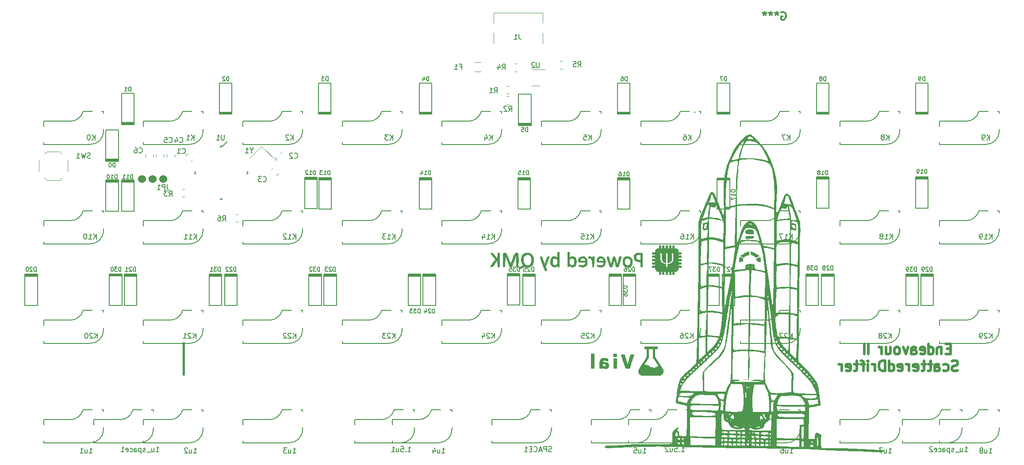
<source format=gbr>
%TF.GenerationSoftware,KiCad,Pcbnew,(6.99.0-222-g367431f825)*%
%TF.CreationDate,2022-01-13T14:33:26+01:00*%
%TF.ProjectId,Endeavour-2,456e6465-6176-46f7-9572-2d322e6b6963,rev?*%
%TF.SameCoordinates,Original*%
%TF.FileFunction,Legend,Bot*%
%TF.FilePolarity,Positive*%
%FSLAX46Y46*%
G04 Gerber Fmt 4.6, Leading zero omitted, Abs format (unit mm)*
G04 Created by KiCad (PCBNEW (6.99.0-222-g367431f825)) date 2022-01-13 14:33:26*
%MOMM*%
%LPD*%
G01*
G04 APERTURE LIST*
%ADD10C,0.400000*%
%ADD11C,0.100000*%
%ADD12C,0.500000*%
%ADD13C,0.150000*%
%ADD14C,0.300000*%
%ADD15C,0.120000*%
%ADD16C,0.200000*%
%ADD17C,0.010000*%
%ADD18C,1.524000*%
G04 APERTURE END LIST*
D10*
X82690000Y-86350000D02*
X82690000Y-80350000D01*
D11*
X180369818Y-36086815D02*
X180701124Y-36086587D01*
X180482946Y-36203670D02*
X180369818Y-36086815D01*
D12*
X229454759Y-81437142D02*
X228788092Y-81437142D01*
X228502378Y-82484761D02*
X229454759Y-82484761D01*
X229454759Y-80484761D01*
X228502378Y-80484761D01*
X227726188Y-81151428D02*
X227726188Y-82484761D01*
X227726188Y-81341904D02*
X227630950Y-81246666D01*
X227440474Y-81151428D01*
X227154759Y-81151428D01*
X226964283Y-81246666D01*
X226869045Y-81437142D01*
X226869045Y-82484761D01*
X225235712Y-82484761D02*
X225235712Y-80484761D01*
X225235712Y-82389523D02*
X225426188Y-82484761D01*
X225807141Y-82484761D01*
X225997617Y-82389523D01*
X226092855Y-82294285D01*
X226188093Y-82103809D01*
X226188093Y-81532380D01*
X226092855Y-81341904D01*
X225997617Y-81246666D01*
X225807141Y-81151428D01*
X225426188Y-81151428D01*
X225235712Y-81246666D01*
X223697617Y-82389523D02*
X223888093Y-82484761D01*
X224269046Y-82484761D01*
X224459522Y-82389523D01*
X224554760Y-82199047D01*
X224554760Y-81437142D01*
X224459522Y-81246666D01*
X224269046Y-81151428D01*
X223888093Y-81151428D01*
X223697617Y-81246666D01*
X223602379Y-81437142D01*
X223602379Y-81627619D01*
X224554760Y-81818095D01*
X221969046Y-82484761D02*
X221969046Y-81437142D01*
X222064284Y-81246666D01*
X222254760Y-81151428D01*
X222635713Y-81151428D01*
X222826189Y-81246666D01*
X221969046Y-82389523D02*
X222159522Y-82484761D01*
X222635713Y-82484761D01*
X222826189Y-82389523D01*
X222921427Y-82199047D01*
X222921427Y-82008571D01*
X222826189Y-81818095D01*
X222635713Y-81722857D01*
X222159522Y-81722857D01*
X221969046Y-81627619D01*
X221383332Y-81151428D02*
X220907142Y-82484761D01*
X220430951Y-81151428D01*
X219369047Y-82484761D02*
X219559523Y-82389523D01*
X219654761Y-82294285D01*
X219749999Y-82103809D01*
X219749999Y-81532380D01*
X219654761Y-81341904D01*
X219559523Y-81246666D01*
X219369047Y-81151428D01*
X219083332Y-81151428D01*
X218892856Y-81246666D01*
X218797618Y-81341904D01*
X218702380Y-81532380D01*
X218702380Y-82103809D01*
X218797618Y-82294285D01*
X218892856Y-82389523D01*
X219083332Y-82484761D01*
X219369047Y-82484761D01*
X217069047Y-81151428D02*
X217069047Y-82484761D01*
X217926190Y-81151428D02*
X217926190Y-82199047D01*
X217830952Y-82389523D01*
X217640476Y-82484761D01*
X217354761Y-82484761D01*
X217164285Y-82389523D01*
X217069047Y-82294285D01*
X216292857Y-82484761D02*
X216292857Y-81151428D01*
X216292857Y-81532380D02*
X216197619Y-81341904D01*
X216102381Y-81246666D01*
X215911905Y-81151428D01*
X215721428Y-81151428D01*
X213745238Y-82484761D02*
X213745238Y-80484761D01*
X212969048Y-82484761D02*
X212969048Y-80484761D01*
X230852376Y-85629523D02*
X230566662Y-85724761D01*
X230090471Y-85724761D01*
X229899995Y-85629523D01*
X229804757Y-85534285D01*
X229709519Y-85343809D01*
X229709519Y-85153333D01*
X229804757Y-84962857D01*
X229899995Y-84867619D01*
X230090471Y-84772380D01*
X230471424Y-84677142D01*
X230661900Y-84581904D01*
X230757138Y-84486666D01*
X230852376Y-84296190D01*
X230852376Y-84105714D01*
X230757138Y-83915238D01*
X230661900Y-83820000D01*
X230471424Y-83724761D01*
X229995233Y-83724761D01*
X229709519Y-83820000D01*
X228076186Y-85629523D02*
X228266662Y-85724761D01*
X228647615Y-85724761D01*
X228838091Y-85629523D01*
X228933329Y-85534285D01*
X229028567Y-85343809D01*
X229028567Y-84772380D01*
X228933329Y-84581904D01*
X228838091Y-84486666D01*
X228647615Y-84391428D01*
X228266662Y-84391428D01*
X228076186Y-84486666D01*
X226442853Y-85724761D02*
X226442853Y-84677142D01*
X226538091Y-84486666D01*
X226728567Y-84391428D01*
X227109520Y-84391428D01*
X227299996Y-84486666D01*
X226442853Y-85629523D02*
X226633329Y-85724761D01*
X227109520Y-85724761D01*
X227299996Y-85629523D01*
X227395234Y-85439047D01*
X227395234Y-85248571D01*
X227299996Y-85058095D01*
X227109520Y-84962857D01*
X226633329Y-84962857D01*
X226442853Y-84867619D01*
X225952377Y-84391428D02*
X225190473Y-84391428D01*
X225666663Y-83724761D02*
X225666663Y-85439047D01*
X225571425Y-85629523D01*
X225380949Y-85724761D01*
X225190473Y-85724761D01*
X224699997Y-84391428D02*
X223938093Y-84391428D01*
X224414283Y-83724761D02*
X224414283Y-85439047D01*
X224319045Y-85629523D01*
X224128569Y-85724761D01*
X223938093Y-85724761D01*
X222399998Y-85629523D02*
X222590474Y-85724761D01*
X222971427Y-85724761D01*
X223161903Y-85629523D01*
X223257141Y-85439047D01*
X223257141Y-84677142D01*
X223161903Y-84486666D01*
X222971427Y-84391428D01*
X222590474Y-84391428D01*
X222399998Y-84486666D01*
X222304760Y-84677142D01*
X222304760Y-84867619D01*
X223257141Y-85058095D01*
X221528570Y-85724761D02*
X221528570Y-84391428D01*
X221528570Y-84772380D02*
X221433332Y-84581904D01*
X221338094Y-84486666D01*
X221147618Y-84391428D01*
X220957141Y-84391428D01*
X219419046Y-85629523D02*
X219609522Y-85724761D01*
X219990475Y-85724761D01*
X220180951Y-85629523D01*
X220276189Y-85439047D01*
X220276189Y-84677142D01*
X220180951Y-84486666D01*
X219990475Y-84391428D01*
X219609522Y-84391428D01*
X219419046Y-84486666D01*
X219323808Y-84677142D01*
X219323808Y-84867619D01*
X220276189Y-85058095D01*
X217690475Y-85724761D02*
X217690475Y-83724761D01*
X217690475Y-85629523D02*
X217880951Y-85724761D01*
X218261904Y-85724761D01*
X218452380Y-85629523D01*
X218547618Y-85534285D01*
X218642856Y-85343809D01*
X218642856Y-84772380D01*
X218547618Y-84581904D01*
X218452380Y-84486666D01*
X218261904Y-84391428D01*
X217880951Y-84391428D01*
X217690475Y-84486666D01*
X216914285Y-85724761D02*
X216914285Y-83724761D01*
X216438095Y-83724761D01*
X216152380Y-83820000D01*
X215961904Y-84010476D01*
X215866666Y-84200952D01*
X215771428Y-84581904D01*
X215771428Y-84867619D01*
X215866666Y-85248571D01*
X215961904Y-85439047D01*
X216152380Y-85629523D01*
X216438095Y-85724761D01*
X216914285Y-85724761D01*
X214995238Y-85724761D02*
X214995238Y-84391428D01*
X214995238Y-84772380D02*
X214900000Y-84581904D01*
X214804762Y-84486666D01*
X214614286Y-84391428D01*
X214423809Y-84391428D01*
X213647619Y-85724761D02*
X213647619Y-84391428D01*
X213647619Y-83724761D02*
X213742857Y-83820000D01*
X213647619Y-83915238D01*
X213552381Y-83820000D01*
X213647619Y-83724761D01*
X213647619Y-83915238D01*
X213061905Y-84391428D02*
X212300001Y-84391428D01*
X212776191Y-85724761D02*
X212776191Y-84010476D01*
X212680953Y-83820000D01*
X212490477Y-83724761D01*
X212300001Y-83724761D01*
X211809525Y-84391428D02*
X211047621Y-84391428D01*
X211523811Y-83724761D02*
X211523811Y-85439047D01*
X211428573Y-85629523D01*
X211238097Y-85724761D01*
X211047621Y-85724761D01*
X209509526Y-85629523D02*
X209700002Y-85724761D01*
X210080955Y-85724761D01*
X210271431Y-85629523D01*
X210366669Y-85439047D01*
X210366669Y-84677142D01*
X210271431Y-84486666D01*
X210080955Y-84391428D01*
X209700002Y-84391428D01*
X209509526Y-84486666D01*
X209414288Y-84677142D01*
X209414288Y-84867619D01*
X210366669Y-85058095D01*
X208638098Y-85724761D02*
X208638098Y-84391428D01*
X208638098Y-84772380D02*
X208542860Y-84581904D01*
X208447622Y-84486666D01*
X208257146Y-84391428D01*
X208066669Y-84391428D01*
D13*
%TO.C,K0*%
X65697617Y-41452380D02*
X65697617Y-40452380D01*
X65126189Y-41452380D02*
X65554760Y-40880952D01*
X65126189Y-40452380D02*
X65697617Y-41023809D01*
X64547618Y-40452380D02*
X64452380Y-40452380D01*
X64357142Y-40500000D01*
X64309523Y-40547619D01*
X64261904Y-40642857D01*
X64214285Y-40833333D01*
X64214285Y-41071428D01*
X64261904Y-41261904D01*
X64309523Y-41357142D01*
X64357142Y-41404761D01*
X64452380Y-41452380D01*
X64547618Y-41452380D01*
X64642856Y-41404761D01*
X64690475Y-41357142D01*
X64738094Y-41261904D01*
X64785713Y-41071428D01*
X64785713Y-40833333D01*
X64738094Y-40642857D01*
X64690475Y-40547619D01*
X64642856Y-40500000D01*
X64547618Y-40452380D01*
%TO.C,K1*%
X84697617Y-41452380D02*
X84697617Y-40452380D01*
X84126189Y-41452380D02*
X84554760Y-40880952D01*
X84126189Y-40452380D02*
X84697617Y-41023809D01*
X83214285Y-41452380D02*
X83785713Y-41452380D01*
X83499999Y-41452380D02*
X83499999Y-40452380D01*
X83595237Y-40595238D01*
X83690475Y-40690476D01*
X83785713Y-40738095D01*
%TO.C,K2*%
X103697617Y-41452380D02*
X103697617Y-40452380D01*
X103126189Y-41452380D02*
X103554760Y-40880952D01*
X103126189Y-40452380D02*
X103697617Y-41023809D01*
X102785713Y-40547619D02*
X102738094Y-40500000D01*
X102642856Y-40452380D01*
X102404761Y-40452380D01*
X102309523Y-40500000D01*
X102261904Y-40547619D01*
X102214285Y-40642857D01*
X102214285Y-40738095D01*
X102261904Y-40880952D01*
X102833332Y-41452380D01*
X102214285Y-41452380D01*
%TO.C,K3*%
X122697617Y-41452380D02*
X122697617Y-40452380D01*
X122126189Y-41452380D02*
X122554760Y-40880952D01*
X122126189Y-40452380D02*
X122697617Y-41023809D01*
X121833332Y-40452380D02*
X121214285Y-40452380D01*
X121547618Y-40833333D01*
X121404761Y-40833333D01*
X121309523Y-40880952D01*
X121261904Y-40928571D01*
X121214285Y-41023809D01*
X121214285Y-41261904D01*
X121261904Y-41357142D01*
X121309523Y-41404761D01*
X121404761Y-41452380D01*
X121690475Y-41452380D01*
X121785713Y-41404761D01*
X121833332Y-41357142D01*
%TO.C,K4*%
X141721427Y-41452380D02*
X141721427Y-40452380D01*
X141149999Y-41452380D02*
X141578570Y-40880952D01*
X141149999Y-40452380D02*
X141721427Y-41023809D01*
X140333333Y-40785714D02*
X140333333Y-41452380D01*
X140571428Y-40404761D02*
X140809523Y-41119047D01*
X140190476Y-41119047D01*
%TO.C,K6*%
X179797616Y-41452380D02*
X179797616Y-40452380D01*
X179226188Y-41452380D02*
X179654759Y-40880952D01*
X179226188Y-40452380D02*
X179797616Y-41023809D01*
X178409522Y-40452380D02*
X178599998Y-40452380D01*
X178695236Y-40500000D01*
X178742855Y-40547619D01*
X178838093Y-40690476D01*
X178885712Y-40880952D01*
X178885712Y-41261904D01*
X178838093Y-41357142D01*
X178790474Y-41404761D01*
X178695236Y-41452380D01*
X178504760Y-41452380D01*
X178409522Y-41404761D01*
X178361903Y-41357142D01*
X178314284Y-41261904D01*
X178314284Y-41023809D01*
X178361903Y-40928571D01*
X178409522Y-40880952D01*
X178504760Y-40833333D01*
X178695236Y-40833333D01*
X178790474Y-40880952D01*
X178838093Y-40928571D01*
X178885712Y-41023809D01*
%TO.C,K7*%
X198721427Y-41452380D02*
X198721427Y-40452380D01*
X198149999Y-41452380D02*
X198578570Y-40880952D01*
X198149999Y-40452380D02*
X198721427Y-41023809D01*
X197857142Y-40452380D02*
X197190476Y-40452380D01*
X197619047Y-41452380D01*
%TO.C,K8*%
X217697617Y-41452380D02*
X217697617Y-40452380D01*
X217126189Y-41452380D02*
X217554760Y-40880952D01*
X217126189Y-40452380D02*
X217697617Y-41023809D01*
X216595237Y-40880952D02*
X216690475Y-40833333D01*
X216738094Y-40785714D01*
X216785713Y-40690476D01*
X216785713Y-40642857D01*
X216738094Y-40547619D01*
X216690475Y-40500000D01*
X216595237Y-40452380D01*
X216404761Y-40452380D01*
X216309523Y-40500000D01*
X216261904Y-40547619D01*
X216214285Y-40642857D01*
X216214285Y-40690476D01*
X216261904Y-40785714D01*
X216309523Y-40833333D01*
X216404761Y-40880952D01*
X216595237Y-40880952D01*
X216690475Y-40928571D01*
X216738094Y-40976190D01*
X216785713Y-41071428D01*
X216785713Y-41261904D01*
X216738094Y-41357142D01*
X216690475Y-41404761D01*
X216595237Y-41452380D01*
X216404761Y-41452380D01*
X216309523Y-41404761D01*
X216261904Y-41357142D01*
X216214285Y-41261904D01*
X216214285Y-41071428D01*
X216261904Y-40976190D01*
X216309523Y-40928571D01*
X216404761Y-40880952D01*
%TO.C,K9*%
X236947616Y-41452380D02*
X236947616Y-40452380D01*
X236376188Y-41452380D02*
X236804759Y-40880952D01*
X236376188Y-40452380D02*
X236947616Y-41023809D01*
X235940474Y-41452380D02*
X235749998Y-41452380D01*
X235654760Y-41404761D01*
X235607141Y-41357142D01*
X235511903Y-41214285D01*
X235464284Y-41023809D01*
X235464284Y-40642857D01*
X235511903Y-40547619D01*
X235559522Y-40500000D01*
X235654760Y-40452380D01*
X235845236Y-40452380D01*
X235940474Y-40500000D01*
X235988093Y-40547619D01*
X236035712Y-40642857D01*
X236035712Y-40880952D01*
X235988093Y-40976190D01*
X235940474Y-41023809D01*
X235845236Y-41071428D01*
X235654760Y-41071428D01*
X235559522Y-41023809D01*
X235511903Y-40976190D01*
X235464284Y-40880952D01*
%TO.C,K10*%
X65953568Y-60452380D02*
X65953568Y-59452380D01*
X65382140Y-60452380D02*
X65810711Y-59880952D01*
X65382140Y-59452380D02*
X65953568Y-60023809D01*
X64470236Y-60452380D02*
X65041664Y-60452380D01*
X64755950Y-60452380D02*
X64755950Y-59452380D01*
X64851188Y-59595238D01*
X64946426Y-59690476D01*
X65041664Y-59738095D01*
X63891665Y-59452380D02*
X63796427Y-59452380D01*
X63701189Y-59500000D01*
X63653570Y-59547619D01*
X63605951Y-59642857D01*
X63558332Y-59833333D01*
X63558332Y-60071428D01*
X63605951Y-60261904D01*
X63653570Y-60357142D01*
X63701189Y-60404761D01*
X63796427Y-60452380D01*
X63891665Y-60452380D01*
X63986903Y-60404761D01*
X64034522Y-60357142D01*
X64082141Y-60261904D01*
X64129760Y-60071428D01*
X64129760Y-59833333D01*
X64082141Y-59642857D01*
X64034522Y-59547619D01*
X63986903Y-59500000D01*
X63891665Y-59452380D01*
%TO.C,K11*%
X85153569Y-60452380D02*
X85153569Y-59452380D01*
X84582141Y-60452380D02*
X85010712Y-59880952D01*
X84582141Y-59452380D02*
X85153569Y-60023809D01*
X83670237Y-60452380D02*
X84241665Y-60452380D01*
X83955951Y-60452380D02*
X83955951Y-59452380D01*
X84051189Y-59595238D01*
X84146427Y-59690476D01*
X84241665Y-59738095D01*
X82758333Y-60452380D02*
X83329761Y-60452380D01*
X83044047Y-60452380D02*
X83044047Y-59452380D01*
X83139285Y-59595238D01*
X83234523Y-59690476D01*
X83329761Y-59738095D01*
%TO.C,K12*%
X104153569Y-60452380D02*
X104153569Y-59452380D01*
X103582141Y-60452380D02*
X104010712Y-59880952D01*
X103582141Y-59452380D02*
X104153569Y-60023809D01*
X102670237Y-60452380D02*
X103241665Y-60452380D01*
X102955951Y-60452380D02*
X102955951Y-59452380D01*
X103051189Y-59595238D01*
X103146427Y-59690476D01*
X103241665Y-59738095D01*
X102329761Y-59547619D02*
X102282142Y-59500000D01*
X102186904Y-59452380D01*
X101948809Y-59452380D01*
X101853571Y-59500000D01*
X101805952Y-59547619D01*
X101758333Y-59642857D01*
X101758333Y-59738095D01*
X101805952Y-59880952D01*
X102377380Y-60452380D01*
X101758333Y-60452380D01*
%TO.C,K13*%
X123153569Y-60452380D02*
X123153569Y-59452380D01*
X122582141Y-60452380D02*
X123010712Y-59880952D01*
X122582141Y-59452380D02*
X123153569Y-60023809D01*
X121670237Y-60452380D02*
X122241665Y-60452380D01*
X121955951Y-60452380D02*
X121955951Y-59452380D01*
X122051189Y-59595238D01*
X122146427Y-59690476D01*
X122241665Y-59738095D01*
X121377380Y-59452380D02*
X120758333Y-59452380D01*
X121091666Y-59833333D01*
X120948809Y-59833333D01*
X120853571Y-59880952D01*
X120805952Y-59928571D01*
X120758333Y-60023809D01*
X120758333Y-60261904D01*
X120805952Y-60357142D01*
X120853571Y-60404761D01*
X120948809Y-60452380D01*
X121234523Y-60452380D01*
X121329761Y-60404761D01*
X121377380Y-60357142D01*
%TO.C,K14*%
X142177378Y-60452380D02*
X142177378Y-59452380D01*
X141605950Y-60452380D02*
X142034521Y-59880952D01*
X141605950Y-59452380D02*
X142177378Y-60023809D01*
X140694046Y-60452380D02*
X141265474Y-60452380D01*
X140979760Y-60452380D02*
X140979760Y-59452380D01*
X141074998Y-59595238D01*
X141170236Y-59690476D01*
X141265474Y-59738095D01*
X139877380Y-59785714D02*
X139877380Y-60452380D01*
X140115475Y-59404761D02*
X140353570Y-60119047D01*
X139734523Y-60119047D01*
%TO.C,K15*%
X161153569Y-60452380D02*
X161153569Y-59452380D01*
X160582141Y-60452380D02*
X161010712Y-59880952D01*
X160582141Y-59452380D02*
X161153569Y-60023809D01*
X159670237Y-60452380D02*
X160241665Y-60452380D01*
X159955951Y-60452380D02*
X159955951Y-59452380D01*
X160051189Y-59595238D01*
X160146427Y-59690476D01*
X160241665Y-59738095D01*
X158805952Y-59452380D02*
X159282142Y-59452380D01*
X159329761Y-59928571D01*
X159282142Y-59880952D01*
X159186904Y-59833333D01*
X158948809Y-59833333D01*
X158853571Y-59880952D01*
X158805952Y-59928571D01*
X158758333Y-60023809D01*
X158758333Y-60261904D01*
X158805952Y-60357142D01*
X158853571Y-60404761D01*
X158948809Y-60452380D01*
X159186904Y-60452380D01*
X159282142Y-60404761D01*
X159329761Y-60357142D01*
%TO.C,K16*%
X180253568Y-60452380D02*
X180253568Y-59452380D01*
X179682140Y-60452380D02*
X180110711Y-59880952D01*
X179682140Y-59452380D02*
X180253568Y-60023809D01*
X178770236Y-60452380D02*
X179341664Y-60452380D01*
X179055950Y-60452380D02*
X179055950Y-59452380D01*
X179151188Y-59595238D01*
X179246426Y-59690476D01*
X179341664Y-59738095D01*
X177953570Y-59452380D02*
X178144046Y-59452380D01*
X178239284Y-59500000D01*
X178286903Y-59547619D01*
X178382141Y-59690476D01*
X178429760Y-59880952D01*
X178429760Y-60261904D01*
X178382141Y-60357142D01*
X178334522Y-60404761D01*
X178239284Y-60452380D01*
X178048808Y-60452380D01*
X177953570Y-60404761D01*
X177905951Y-60357142D01*
X177858332Y-60261904D01*
X177858332Y-60023809D01*
X177905951Y-59928571D01*
X177953570Y-59880952D01*
X178048808Y-59833333D01*
X178239284Y-59833333D01*
X178334522Y-59880952D01*
X178382141Y-59928571D01*
X178429760Y-60023809D01*
%TO.C,K17*%
X199177379Y-60452380D02*
X199177379Y-59452380D01*
X198605951Y-60452380D02*
X199034522Y-59880952D01*
X198605951Y-59452380D02*
X199177379Y-60023809D01*
X197694047Y-60452380D02*
X198265475Y-60452380D01*
X197979761Y-60452380D02*
X197979761Y-59452380D01*
X198074999Y-59595238D01*
X198170237Y-59690476D01*
X198265475Y-59738095D01*
X197401190Y-59452380D02*
X196734524Y-59452380D01*
X197163095Y-60452380D01*
%TO.C,K18*%
X218353568Y-60452380D02*
X218353568Y-59452380D01*
X217782140Y-60452380D02*
X218210711Y-59880952D01*
X217782140Y-59452380D02*
X218353568Y-60023809D01*
X216870236Y-60452380D02*
X217441664Y-60452380D01*
X217155950Y-60452380D02*
X217155950Y-59452380D01*
X217251188Y-59595238D01*
X217346426Y-59690476D01*
X217441664Y-59738095D01*
X216339284Y-59880952D02*
X216434522Y-59833333D01*
X216482141Y-59785714D01*
X216529760Y-59690476D01*
X216529760Y-59642857D01*
X216482141Y-59547619D01*
X216434522Y-59500000D01*
X216339284Y-59452380D01*
X216148808Y-59452380D01*
X216053570Y-59500000D01*
X216005951Y-59547619D01*
X215958332Y-59642857D01*
X215958332Y-59690476D01*
X216005951Y-59785714D01*
X216053570Y-59833333D01*
X216148808Y-59880952D01*
X216339284Y-59880952D01*
X216434522Y-59928571D01*
X216482141Y-59976190D01*
X216529760Y-60071428D01*
X216529760Y-60261904D01*
X216482141Y-60357142D01*
X216434522Y-60404761D01*
X216339284Y-60452380D01*
X216148808Y-60452380D01*
X216053570Y-60404761D01*
X216005951Y-60357142D01*
X215958332Y-60261904D01*
X215958332Y-60071428D01*
X216005951Y-59976190D01*
X216053570Y-59928571D01*
X216148808Y-59880952D01*
%TO.C,K19*%
X237403568Y-60452380D02*
X237403568Y-59452380D01*
X236832140Y-60452380D02*
X237260711Y-59880952D01*
X236832140Y-59452380D02*
X237403568Y-60023809D01*
X235920236Y-60452380D02*
X236491664Y-60452380D01*
X236205950Y-60452380D02*
X236205950Y-59452380D01*
X236301188Y-59595238D01*
X236396426Y-59690476D01*
X236491664Y-59738095D01*
X235484522Y-60452380D02*
X235294046Y-60452380D01*
X235198808Y-60404761D01*
X235151189Y-60357142D01*
X235055951Y-60214285D01*
X235008332Y-60023809D01*
X235008332Y-59642857D01*
X235055951Y-59547619D01*
X235103570Y-59500000D01*
X235198808Y-59452380D01*
X235389284Y-59452380D01*
X235484522Y-59500000D01*
X235532141Y-59547619D01*
X235579760Y-59642857D01*
X235579760Y-59880952D01*
X235532141Y-59976190D01*
X235484522Y-60023809D01*
X235389284Y-60071428D01*
X235198808Y-60071428D01*
X235103570Y-60023809D01*
X235055951Y-59976190D01*
X235008332Y-59880952D01*
%TO.C,K20*%
X66153569Y-79452380D02*
X66153569Y-78452380D01*
X65582141Y-79452380D02*
X66010712Y-78880952D01*
X65582141Y-78452380D02*
X66153569Y-79023809D01*
X65241665Y-78547619D02*
X65194046Y-78500000D01*
X65098808Y-78452380D01*
X64860713Y-78452380D01*
X64765475Y-78500000D01*
X64717856Y-78547619D01*
X64670237Y-78642857D01*
X64670237Y-78738095D01*
X64717856Y-78880952D01*
X65289284Y-79452380D01*
X64670237Y-79452380D01*
X64091666Y-78452380D02*
X63996428Y-78452380D01*
X63901190Y-78500000D01*
X63853571Y-78547619D01*
X63805952Y-78642857D01*
X63758333Y-78833333D01*
X63758333Y-79071428D01*
X63805952Y-79261904D01*
X63853571Y-79357142D01*
X63901190Y-79404761D01*
X63996428Y-79452380D01*
X64091666Y-79452380D01*
X64186904Y-79404761D01*
X64234523Y-79357142D01*
X64282142Y-79261904D01*
X64329761Y-79071428D01*
X64329761Y-78833333D01*
X64282142Y-78642857D01*
X64234523Y-78547619D01*
X64186904Y-78500000D01*
X64091666Y-78452380D01*
%TO.C,K21*%
X85003569Y-79452380D02*
X85003569Y-78452380D01*
X84432141Y-79452380D02*
X84860712Y-78880952D01*
X84432141Y-78452380D02*
X85003569Y-79023809D01*
X84091665Y-78547619D02*
X84044046Y-78500000D01*
X83948808Y-78452380D01*
X83710713Y-78452380D01*
X83615475Y-78500000D01*
X83567856Y-78547619D01*
X83520237Y-78642857D01*
X83520237Y-78738095D01*
X83567856Y-78880952D01*
X84139284Y-79452380D01*
X83520237Y-79452380D01*
X82608333Y-79452380D02*
X83179761Y-79452380D01*
X82894047Y-79452380D02*
X82894047Y-78452380D01*
X82989285Y-78595238D01*
X83084523Y-78690476D01*
X83179761Y-78738095D01*
%TO.C,K22*%
X104153569Y-79452380D02*
X104153569Y-78452380D01*
X103582141Y-79452380D02*
X104010712Y-78880952D01*
X103582141Y-78452380D02*
X104153569Y-79023809D01*
X103241665Y-78547619D02*
X103194046Y-78500000D01*
X103098808Y-78452380D01*
X102860713Y-78452380D01*
X102765475Y-78500000D01*
X102717856Y-78547619D01*
X102670237Y-78642857D01*
X102670237Y-78738095D01*
X102717856Y-78880952D01*
X103289284Y-79452380D01*
X102670237Y-79452380D01*
X102329761Y-78547619D02*
X102282142Y-78500000D01*
X102186904Y-78452380D01*
X101948809Y-78452380D01*
X101853571Y-78500000D01*
X101805952Y-78547619D01*
X101758333Y-78642857D01*
X101758333Y-78738095D01*
X101805952Y-78880952D01*
X102377380Y-79452380D01*
X101758333Y-79452380D01*
%TO.C,K23*%
X123153569Y-79452380D02*
X123153569Y-78452380D01*
X122582141Y-79452380D02*
X123010712Y-78880952D01*
X122582141Y-78452380D02*
X123153569Y-79023809D01*
X122241665Y-78547619D02*
X122194046Y-78500000D01*
X122098808Y-78452380D01*
X121860713Y-78452380D01*
X121765475Y-78500000D01*
X121717856Y-78547619D01*
X121670237Y-78642857D01*
X121670237Y-78738095D01*
X121717856Y-78880952D01*
X122289284Y-79452380D01*
X121670237Y-79452380D01*
X121377380Y-78452380D02*
X120758333Y-78452380D01*
X121091666Y-78833333D01*
X120948809Y-78833333D01*
X120853571Y-78880952D01*
X120805952Y-78928571D01*
X120758333Y-79023809D01*
X120758333Y-79261904D01*
X120805952Y-79357142D01*
X120853571Y-79404761D01*
X120948809Y-79452380D01*
X121234523Y-79452380D01*
X121329761Y-79404761D01*
X121377380Y-79357142D01*
%TO.C,K24*%
X142177378Y-79452380D02*
X142177378Y-78452380D01*
X141605950Y-79452380D02*
X142034521Y-78880952D01*
X141605950Y-78452380D02*
X142177378Y-79023809D01*
X141265474Y-78547619D02*
X141217855Y-78500000D01*
X141122617Y-78452380D01*
X140884522Y-78452380D01*
X140789284Y-78500000D01*
X140741665Y-78547619D01*
X140694046Y-78642857D01*
X140694046Y-78738095D01*
X140741665Y-78880952D01*
X141313093Y-79452380D01*
X140694046Y-79452380D01*
X139877380Y-78785714D02*
X139877380Y-79452380D01*
X140115475Y-78404761D02*
X140353570Y-79119047D01*
X139734523Y-79119047D01*
%TO.C,K25*%
X161203568Y-79452380D02*
X161203568Y-78452380D01*
X160632140Y-79452380D02*
X161060711Y-78880952D01*
X160632140Y-78452380D02*
X161203568Y-79023809D01*
X160291664Y-78547619D02*
X160244045Y-78500000D01*
X160148807Y-78452380D01*
X159910712Y-78452380D01*
X159815474Y-78500000D01*
X159767855Y-78547619D01*
X159720236Y-78642857D01*
X159720236Y-78738095D01*
X159767855Y-78880952D01*
X160339283Y-79452380D01*
X159720236Y-79452380D01*
X158855951Y-78452380D02*
X159332141Y-78452380D01*
X159379760Y-78928571D01*
X159332141Y-78880952D01*
X159236903Y-78833333D01*
X158998808Y-78833333D01*
X158903570Y-78880952D01*
X158855951Y-78928571D01*
X158808332Y-79023809D01*
X158808332Y-79261904D01*
X158855951Y-79357142D01*
X158903570Y-79404761D01*
X158998808Y-79452380D01*
X159236903Y-79452380D01*
X159332141Y-79404761D01*
X159379760Y-79357142D01*
%TO.C,K26*%
X180153569Y-79452380D02*
X180153569Y-78452380D01*
X179582141Y-79452380D02*
X180010712Y-78880952D01*
X179582141Y-78452380D02*
X180153569Y-79023809D01*
X179241665Y-78547619D02*
X179194046Y-78500000D01*
X179098808Y-78452380D01*
X178860713Y-78452380D01*
X178765475Y-78500000D01*
X178717856Y-78547619D01*
X178670237Y-78642857D01*
X178670237Y-78738095D01*
X178717856Y-78880952D01*
X179289284Y-79452380D01*
X178670237Y-79452380D01*
X177853571Y-78452380D02*
X178044047Y-78452380D01*
X178139285Y-78500000D01*
X178186904Y-78547619D01*
X178282142Y-78690476D01*
X178329761Y-78880952D01*
X178329761Y-79261904D01*
X178282142Y-79357142D01*
X178234523Y-79404761D01*
X178139285Y-79452380D01*
X177948809Y-79452380D01*
X177853571Y-79404761D01*
X177805952Y-79357142D01*
X177758333Y-79261904D01*
X177758333Y-79023809D01*
X177805952Y-78928571D01*
X177853571Y-78880952D01*
X177948809Y-78833333D01*
X178139285Y-78833333D01*
X178234523Y-78880952D01*
X178282142Y-78928571D01*
X178329761Y-79023809D01*
%TO.C,K27*%
X199177379Y-79452380D02*
X199177379Y-78452380D01*
X198605951Y-79452380D02*
X199034522Y-78880952D01*
X198605951Y-78452380D02*
X199177379Y-79023809D01*
X198265475Y-78547619D02*
X198217856Y-78500000D01*
X198122618Y-78452380D01*
X197884523Y-78452380D01*
X197789285Y-78500000D01*
X197741666Y-78547619D01*
X197694047Y-78642857D01*
X197694047Y-78738095D01*
X197741666Y-78880952D01*
X198313094Y-79452380D01*
X197694047Y-79452380D01*
X197401190Y-78452380D02*
X196734524Y-78452380D01*
X197163095Y-79452380D01*
%TO.C,K28*%
X218153569Y-79452380D02*
X218153569Y-78452380D01*
X217582141Y-79452380D02*
X218010712Y-78880952D01*
X217582141Y-78452380D02*
X218153569Y-79023809D01*
X217241665Y-78547619D02*
X217194046Y-78500000D01*
X217098808Y-78452380D01*
X216860713Y-78452380D01*
X216765475Y-78500000D01*
X216717856Y-78547619D01*
X216670237Y-78642857D01*
X216670237Y-78738095D01*
X216717856Y-78880952D01*
X217289284Y-79452380D01*
X216670237Y-79452380D01*
X216139285Y-78880952D02*
X216234523Y-78833333D01*
X216282142Y-78785714D01*
X216329761Y-78690476D01*
X216329761Y-78642857D01*
X216282142Y-78547619D01*
X216234523Y-78500000D01*
X216139285Y-78452380D01*
X215948809Y-78452380D01*
X215853571Y-78500000D01*
X215805952Y-78547619D01*
X215758333Y-78642857D01*
X215758333Y-78690476D01*
X215805952Y-78785714D01*
X215853571Y-78833333D01*
X215948809Y-78880952D01*
X216139285Y-78880952D01*
X216234523Y-78928571D01*
X216282142Y-78976190D01*
X216329761Y-79071428D01*
X216329761Y-79261904D01*
X216282142Y-79357142D01*
X216234523Y-79404761D01*
X216139285Y-79452380D01*
X215948809Y-79452380D01*
X215853571Y-79404761D01*
X215805952Y-79357142D01*
X215758333Y-79261904D01*
X215758333Y-79071428D01*
X215805952Y-78976190D01*
X215853571Y-78928571D01*
X215948809Y-78880952D01*
%TO.C,K29*%
X237403569Y-79452380D02*
X237403569Y-78452380D01*
X236832141Y-79452380D02*
X237260712Y-78880952D01*
X236832141Y-78452380D02*
X237403569Y-79023809D01*
X236491665Y-78547619D02*
X236444046Y-78500000D01*
X236348808Y-78452380D01*
X236110713Y-78452380D01*
X236015475Y-78500000D01*
X235967856Y-78547619D01*
X235920237Y-78642857D01*
X235920237Y-78738095D01*
X235967856Y-78880952D01*
X236539284Y-79452380D01*
X235920237Y-79452380D01*
X235484523Y-79452380D02*
X235294047Y-79452380D01*
X235198809Y-79404761D01*
X235151190Y-79357142D01*
X235055952Y-79214285D01*
X235008333Y-79023809D01*
X235008333Y-78642857D01*
X235055952Y-78547619D01*
X235103571Y-78500000D01*
X235198809Y-78452380D01*
X235389285Y-78452380D01*
X235484523Y-78500000D01*
X235532142Y-78547619D01*
X235579761Y-78642857D01*
X235579761Y-78880952D01*
X235532142Y-78976190D01*
X235484523Y-79023809D01*
X235389285Y-79071428D01*
X235198809Y-79071428D01*
X235103571Y-79023809D01*
X235055952Y-78976190D01*
X235008333Y-78880952D01*
%TO.C,1u1*%
X64558332Y-101452380D02*
X65129760Y-101452380D01*
X64844046Y-101452380D02*
X64844046Y-100452380D01*
X64939284Y-100595238D01*
X65034522Y-100690476D01*
X65129760Y-100738095D01*
X63741666Y-100785714D02*
X63741666Y-101452380D01*
X64170237Y-100785714D02*
X64170237Y-101309523D01*
X64122618Y-101404761D01*
X64027380Y-101452380D01*
X63884523Y-101452380D01*
X63789285Y-101404761D01*
X63741666Y-101357142D01*
X62829762Y-101452380D02*
X63401190Y-101452380D01*
X63115476Y-101452380D02*
X63115476Y-100452380D01*
X63210714Y-100595238D01*
X63305952Y-100690476D01*
X63401190Y-100738095D01*
%TO.C,1u2*%
X84558332Y-101452380D02*
X85129760Y-101452380D01*
X84844046Y-101452380D02*
X84844046Y-100452380D01*
X84939284Y-100595238D01*
X85034522Y-100690476D01*
X85129760Y-100738095D01*
X83741666Y-100785714D02*
X83741666Y-101452380D01*
X84170237Y-100785714D02*
X84170237Y-101309523D01*
X84122618Y-101404761D01*
X84027380Y-101452380D01*
X83884523Y-101452380D01*
X83789285Y-101404761D01*
X83741666Y-101357142D01*
X83401190Y-100547619D02*
X83353571Y-100500000D01*
X83258333Y-100452380D01*
X83020238Y-100452380D01*
X82925000Y-100500000D01*
X82877381Y-100547619D01*
X82829762Y-100642857D01*
X82829762Y-100738095D01*
X82877381Y-100880952D01*
X83448809Y-101452380D01*
X82829762Y-101452380D01*
%TO.C,1u3*%
X103558332Y-101452380D02*
X104129760Y-101452380D01*
X103844046Y-101452380D02*
X103844046Y-100452380D01*
X103939284Y-100595238D01*
X104034522Y-100690476D01*
X104129760Y-100738095D01*
X102741666Y-100785714D02*
X102741666Y-101452380D01*
X103170237Y-100785714D02*
X103170237Y-101309523D01*
X103122618Y-101404761D01*
X103027380Y-101452380D01*
X102884523Y-101452380D01*
X102789285Y-101404761D01*
X102741666Y-101357142D01*
X102448809Y-100452380D02*
X101829762Y-100452380D01*
X102163095Y-100833333D01*
X102020238Y-100833333D01*
X101925000Y-100880952D01*
X101877381Y-100928571D01*
X101829762Y-101023809D01*
X101829762Y-101261904D01*
X101877381Y-101357142D01*
X101925000Y-101404761D01*
X102020238Y-101452380D01*
X102305952Y-101452380D01*
X102401190Y-101404761D01*
X102448809Y-101357142D01*
%TO.C,1u4*%
X132057141Y-101452380D02*
X132628569Y-101452380D01*
X132342855Y-101452380D02*
X132342855Y-100452380D01*
X132438093Y-100595238D01*
X132533331Y-100690476D01*
X132628569Y-100738095D01*
X131240475Y-100785714D02*
X131240475Y-101452380D01*
X131669046Y-100785714D02*
X131669046Y-101309523D01*
X131621427Y-101404761D01*
X131526189Y-101452380D01*
X131383332Y-101452380D01*
X131288094Y-101404761D01*
X131240475Y-101357142D01*
X130423809Y-100785714D02*
X130423809Y-101452380D01*
X130661904Y-100404761D02*
X130899999Y-101119047D01*
X130280952Y-101119047D01*
%TO.C,1u5*%
X170558332Y-101452380D02*
X171129760Y-101452380D01*
X170844046Y-101452380D02*
X170844046Y-100452380D01*
X170939284Y-100595238D01*
X171034522Y-100690476D01*
X171129760Y-100738095D01*
X169741666Y-100785714D02*
X169741666Y-101452380D01*
X170170237Y-100785714D02*
X170170237Y-101309523D01*
X170122618Y-101404761D01*
X170027380Y-101452380D01*
X169884523Y-101452380D01*
X169789285Y-101404761D01*
X169741666Y-101357142D01*
X168877381Y-100452380D02*
X169353571Y-100452380D01*
X169401190Y-100928571D01*
X169353571Y-100880952D01*
X169258333Y-100833333D01*
X169020238Y-100833333D01*
X168925000Y-100880952D01*
X168877381Y-100928571D01*
X168829762Y-101023809D01*
X168829762Y-101261904D01*
X168877381Y-101357142D01*
X168925000Y-101404761D01*
X169020238Y-101452380D01*
X169258333Y-101452380D01*
X169353571Y-101404761D01*
X169401190Y-101357142D01*
%TO.C,1u6*%
X198708332Y-101452380D02*
X199279760Y-101452380D01*
X198994046Y-101452380D02*
X198994046Y-100452380D01*
X199089284Y-100595238D01*
X199184522Y-100690476D01*
X199279760Y-100738095D01*
X197891666Y-100785714D02*
X197891666Y-101452380D01*
X198320237Y-100785714D02*
X198320237Y-101309523D01*
X198272618Y-101404761D01*
X198177380Y-101452380D01*
X198034523Y-101452380D01*
X197939285Y-101404761D01*
X197891666Y-101357142D01*
X197075000Y-100452380D02*
X197265476Y-100452380D01*
X197360714Y-100500000D01*
X197408333Y-100547619D01*
X197503571Y-100690476D01*
X197551190Y-100880952D01*
X197551190Y-101261904D01*
X197503571Y-101357142D01*
X197455952Y-101404761D01*
X197360714Y-101452380D01*
X197170238Y-101452380D01*
X197075000Y-101404761D01*
X197027381Y-101357142D01*
X196979762Y-101261904D01*
X196979762Y-101023809D01*
X197027381Y-100928571D01*
X197075000Y-100880952D01*
X197170238Y-100833333D01*
X197360714Y-100833333D01*
X197455952Y-100880952D01*
X197503571Y-100928571D01*
X197551190Y-101023809D01*
%TO.C,1u7*%
X217582141Y-101452380D02*
X218153569Y-101452380D01*
X217867855Y-101452380D02*
X217867855Y-100452380D01*
X217963093Y-100595238D01*
X218058331Y-100690476D01*
X218153569Y-100738095D01*
X216765475Y-100785714D02*
X216765475Y-101452380D01*
X217194046Y-100785714D02*
X217194046Y-101309523D01*
X217146427Y-101404761D01*
X217051189Y-101452380D01*
X216908332Y-101452380D01*
X216813094Y-101404761D01*
X216765475Y-101357142D01*
X216472618Y-100452380D02*
X215805952Y-100452380D01*
X216234523Y-101452380D01*
%TO.C,1u8*%
X236808332Y-101452380D02*
X237379760Y-101452380D01*
X237094046Y-101452380D02*
X237094046Y-100452380D01*
X237189284Y-100595238D01*
X237284522Y-100690476D01*
X237379760Y-100738095D01*
X235991666Y-100785714D02*
X235991666Y-101452380D01*
X236420237Y-100785714D02*
X236420237Y-101309523D01*
X236372618Y-101404761D01*
X236277380Y-101452380D01*
X236134523Y-101452380D01*
X236039285Y-101404761D01*
X235991666Y-101357142D01*
X235460714Y-100880952D02*
X235555952Y-100833333D01*
X235603571Y-100785714D01*
X235651190Y-100690476D01*
X235651190Y-100642857D01*
X235603571Y-100547619D01*
X235555952Y-100500000D01*
X235460714Y-100452380D01*
X235270238Y-100452380D01*
X235175000Y-100500000D01*
X235127381Y-100547619D01*
X235079762Y-100642857D01*
X235079762Y-100690476D01*
X235127381Y-100785714D01*
X235175000Y-100833333D01*
X235270238Y-100880952D01*
X235460714Y-100880952D01*
X235555952Y-100928571D01*
X235603571Y-100976190D01*
X235651190Y-101071428D01*
X235651190Y-101261904D01*
X235603571Y-101357142D01*
X235555952Y-101404761D01*
X235460714Y-101452380D01*
X235270238Y-101452380D01*
X235175000Y-101404761D01*
X235127381Y-101357142D01*
X235079762Y-101261904D01*
X235079762Y-101071428D01*
X235127381Y-100976190D01*
X235175000Y-100928571D01*
X235270238Y-100880952D01*
%TO.C,K5*%
X160697617Y-41452380D02*
X160697617Y-40452380D01*
X160126189Y-41452380D02*
X160554760Y-40880952D01*
X160126189Y-40452380D02*
X160697617Y-41023809D01*
X159261904Y-40452380D02*
X159738094Y-40452380D01*
X159785713Y-40928571D01*
X159738094Y-40880952D01*
X159642856Y-40833333D01*
X159404761Y-40833333D01*
X159309523Y-40880952D01*
X159261904Y-40928571D01*
X159214285Y-41023809D01*
X159214285Y-41261904D01*
X159261904Y-41357142D01*
X159309523Y-41404761D01*
X159404761Y-41452380D01*
X159642856Y-41452380D01*
X159738094Y-41404761D01*
X159785713Y-41357142D01*
%TO.C,SPACE1*%
X153094044Y-101139761D02*
X152951187Y-101187380D01*
X152713092Y-101187380D01*
X152617854Y-101139761D01*
X152570235Y-101092142D01*
X152522616Y-100996904D01*
X152522616Y-100901666D01*
X152570235Y-100806428D01*
X152617854Y-100758809D01*
X152713092Y-100711190D01*
X152903568Y-100663571D01*
X152998806Y-100615952D01*
X153046425Y-100568333D01*
X153094044Y-100473095D01*
X153094044Y-100377857D01*
X153046425Y-100282619D01*
X152998806Y-100235000D01*
X152903568Y-100187380D01*
X152665473Y-100187380D01*
X152522616Y-100235000D01*
X152134521Y-101187380D02*
X152134521Y-100187380D01*
X151753569Y-100187380D01*
X151658331Y-100235000D01*
X151610712Y-100282619D01*
X151563093Y-100377857D01*
X151563093Y-100520714D01*
X151610712Y-100615952D01*
X151658331Y-100663571D01*
X151753569Y-100711190D01*
X152134521Y-100711190D01*
X151222617Y-100901666D02*
X150746427Y-100901666D01*
X151317855Y-101187380D02*
X150984522Y-100187380D01*
X150651189Y-101187380D01*
X149691666Y-101092142D02*
X149739285Y-101139761D01*
X149882142Y-101187380D01*
X149977380Y-101187380D01*
X150120237Y-101139761D01*
X150215475Y-101044523D01*
X150263094Y-100949285D01*
X150310713Y-100758809D01*
X150310713Y-100615952D01*
X150263094Y-100425476D01*
X150215475Y-100330238D01*
X150120237Y-100235000D01*
X149977380Y-100187380D01*
X149882142Y-100187380D01*
X149739285Y-100235000D01*
X149691666Y-100282619D01*
X149303571Y-100663571D02*
X148970238Y-100663571D01*
X148827381Y-101187380D02*
X149303571Y-101187380D01*
X149303571Y-100187380D01*
X148827381Y-100187380D01*
X147915477Y-101187380D02*
X148486905Y-101187380D01*
X148201191Y-101187380D02*
X148201191Y-100187380D01*
X148296429Y-100330238D01*
X148391667Y-100425476D01*
X148486905Y-100473095D01*
%TO.C,1.5u1*%
X125563391Y-101187380D02*
X126134819Y-101187380D01*
X125849105Y-101187380D02*
X125849105Y-100187380D01*
X125944343Y-100330238D01*
X126039581Y-100425476D01*
X126134819Y-100473095D01*
X125175296Y-101092142D02*
X125127677Y-101139761D01*
X125175296Y-101187380D01*
X125222915Y-101139761D01*
X125175296Y-101092142D01*
X125175296Y-101187380D01*
X124263392Y-100187380D02*
X124739582Y-100187380D01*
X124787201Y-100663571D01*
X124739582Y-100615952D01*
X124644344Y-100568333D01*
X124406249Y-100568333D01*
X124311011Y-100615952D01*
X124263392Y-100663571D01*
X124215773Y-100758809D01*
X124215773Y-100996904D01*
X124263392Y-101092142D01*
X124311011Y-101139761D01*
X124406249Y-101187380D01*
X124644344Y-101187380D01*
X124739582Y-101139761D01*
X124787201Y-101092142D01*
X123399107Y-100520714D02*
X123399107Y-101187380D01*
X123827678Y-100520714D02*
X123827678Y-101044523D01*
X123780059Y-101139761D01*
X123684821Y-101187380D01*
X123541964Y-101187380D01*
X123446726Y-101139761D01*
X123399107Y-101092142D01*
X122487203Y-101187380D02*
X123058631Y-101187380D01*
X122772917Y-101187380D02*
X122772917Y-100187380D01*
X122868155Y-100330238D01*
X122963393Y-100425476D01*
X123058631Y-100473095D01*
%TO.C,1.5u2*%
X177950891Y-101187380D02*
X178522319Y-101187380D01*
X178236605Y-101187380D02*
X178236605Y-100187380D01*
X178331843Y-100330238D01*
X178427081Y-100425476D01*
X178522319Y-100473095D01*
X177562796Y-101092142D02*
X177515177Y-101139761D01*
X177562796Y-101187380D01*
X177610415Y-101139761D01*
X177562796Y-101092142D01*
X177562796Y-101187380D01*
X176650892Y-100187380D02*
X177127082Y-100187380D01*
X177174701Y-100663571D01*
X177127082Y-100615952D01*
X177031844Y-100568333D01*
X176793749Y-100568333D01*
X176698511Y-100615952D01*
X176650892Y-100663571D01*
X176603273Y-100758809D01*
X176603273Y-100996904D01*
X176650892Y-101092142D01*
X176698511Y-101139761D01*
X176793749Y-101187380D01*
X177031844Y-101187380D01*
X177127082Y-101139761D01*
X177174701Y-101092142D01*
X175786607Y-100520714D02*
X175786607Y-101187380D01*
X176215178Y-100520714D02*
X176215178Y-101044523D01*
X176167559Y-101139761D01*
X176072321Y-101187380D01*
X175929464Y-101187380D01*
X175834226Y-101139761D01*
X175786607Y-101092142D01*
X175446131Y-100282619D02*
X175398512Y-100235000D01*
X175303274Y-100187380D01*
X175065179Y-100187380D01*
X174969941Y-100235000D01*
X174922322Y-100282619D01*
X174874703Y-100377857D01*
X174874703Y-100473095D01*
X174922322Y-100615952D01*
X175493750Y-101187380D01*
X174874703Y-101187380D01*
%TO.C,1u_space2*%
X232162199Y-101187380D02*
X232733627Y-101187380D01*
X232447913Y-101187380D02*
X232447913Y-100187380D01*
X232543151Y-100330238D01*
X232638389Y-100425476D01*
X232733627Y-100473095D01*
X231345533Y-100520714D02*
X231345533Y-101187380D01*
X231774104Y-100520714D02*
X231774104Y-101044523D01*
X231726485Y-101139761D01*
X231631247Y-101187380D01*
X231488390Y-101187380D01*
X231393152Y-101139761D01*
X231345533Y-101092142D01*
X231195534Y-101282619D02*
X230433629Y-101282619D01*
X230093153Y-101139761D02*
X229997915Y-101187380D01*
X229807439Y-101187380D01*
X229712201Y-101139761D01*
X229664582Y-101044523D01*
X229664582Y-100996904D01*
X229712201Y-100901666D01*
X229807439Y-100854047D01*
X229950296Y-100854047D01*
X230045534Y-100806428D01*
X230093153Y-100711190D01*
X230093153Y-100663571D01*
X230045534Y-100568333D01*
X229950296Y-100520714D01*
X229807439Y-100520714D01*
X229712201Y-100568333D01*
X229276487Y-100520714D02*
X229276487Y-101520714D01*
X229276487Y-100568333D02*
X229181249Y-100520714D01*
X228990773Y-100520714D01*
X228895535Y-100568333D01*
X228847916Y-100615952D01*
X228800297Y-100711190D01*
X228800297Y-100996904D01*
X228847916Y-101092142D01*
X228895535Y-101139761D01*
X228990773Y-101187380D01*
X229181249Y-101187380D01*
X229276487Y-101139761D01*
X227983631Y-101187380D02*
X227983631Y-100663571D01*
X228031250Y-100568333D01*
X228126488Y-100520714D01*
X228316964Y-100520714D01*
X228412202Y-100568333D01*
X227983631Y-101139761D02*
X228078869Y-101187380D01*
X228316964Y-101187380D01*
X228412202Y-101139761D01*
X228459821Y-101044523D01*
X228459821Y-100949285D01*
X228412202Y-100854047D01*
X228316964Y-100806428D01*
X228078869Y-100806428D01*
X227983631Y-100758809D01*
X227166965Y-101139761D02*
X227262203Y-101187380D01*
X227452679Y-101187380D01*
X227547917Y-101139761D01*
X227595536Y-101092142D01*
X227643155Y-100996904D01*
X227643155Y-100711190D01*
X227595536Y-100615952D01*
X227547917Y-100568333D01*
X227452679Y-100520714D01*
X227262203Y-100520714D01*
X227166965Y-100568333D01*
X226397918Y-101139761D02*
X226493156Y-101187380D01*
X226683632Y-101187380D01*
X226778870Y-101139761D01*
X226826489Y-101044523D01*
X226826489Y-100663571D01*
X226778870Y-100568333D01*
X226683632Y-100520714D01*
X226493156Y-100520714D01*
X226397918Y-100568333D01*
X226350299Y-100663571D01*
X226350299Y-100758809D01*
X226826489Y-100854047D01*
X226009823Y-100282619D02*
X225962204Y-100235000D01*
X225866966Y-100187380D01*
X225628871Y-100187380D01*
X225533633Y-100235000D01*
X225486014Y-100282619D01*
X225438395Y-100377857D01*
X225438395Y-100473095D01*
X225486014Y-100615952D01*
X226057442Y-101187380D01*
X225438395Y-101187380D01*
%TO.C,1u_space1*%
X77380949Y-101187380D02*
X77952377Y-101187380D01*
X77666663Y-101187380D02*
X77666663Y-100187380D01*
X77761901Y-100330238D01*
X77857139Y-100425476D01*
X77952377Y-100473095D01*
X76564283Y-100520714D02*
X76564283Y-101187380D01*
X76992854Y-100520714D02*
X76992854Y-101044523D01*
X76945235Y-101139761D01*
X76849997Y-101187380D01*
X76707140Y-101187380D01*
X76611902Y-101139761D01*
X76564283Y-101092142D01*
X76414284Y-101282619D02*
X75652379Y-101282619D01*
X75311903Y-101139761D02*
X75216665Y-101187380D01*
X75026189Y-101187380D01*
X74930951Y-101139761D01*
X74883332Y-101044523D01*
X74883332Y-100996904D01*
X74930951Y-100901666D01*
X75026189Y-100854047D01*
X75169046Y-100854047D01*
X75264284Y-100806428D01*
X75311903Y-100711190D01*
X75311903Y-100663571D01*
X75264284Y-100568333D01*
X75169046Y-100520714D01*
X75026189Y-100520714D01*
X74930951Y-100568333D01*
X74495237Y-100520714D02*
X74495237Y-101520714D01*
X74495237Y-100568333D02*
X74399999Y-100520714D01*
X74209523Y-100520714D01*
X74114285Y-100568333D01*
X74066666Y-100615952D01*
X74019047Y-100711190D01*
X74019047Y-100996904D01*
X74066666Y-101092142D01*
X74114285Y-101139761D01*
X74209523Y-101187380D01*
X74399999Y-101187380D01*
X74495237Y-101139761D01*
X73202381Y-101187380D02*
X73202381Y-100663571D01*
X73250000Y-100568333D01*
X73345238Y-100520714D01*
X73535714Y-100520714D01*
X73630952Y-100568333D01*
X73202381Y-101139761D02*
X73297619Y-101187380D01*
X73535714Y-101187380D01*
X73630952Y-101139761D01*
X73678571Y-101044523D01*
X73678571Y-100949285D01*
X73630952Y-100854047D01*
X73535714Y-100806428D01*
X73297619Y-100806428D01*
X73202381Y-100758809D01*
X72385715Y-101139761D02*
X72480953Y-101187380D01*
X72671429Y-101187380D01*
X72766667Y-101139761D01*
X72814286Y-101092142D01*
X72861905Y-100996904D01*
X72861905Y-100711190D01*
X72814286Y-100615952D01*
X72766667Y-100568333D01*
X72671429Y-100520714D01*
X72480953Y-100520714D01*
X72385715Y-100568333D01*
X71616668Y-101139761D02*
X71711906Y-101187380D01*
X71902382Y-101187380D01*
X71997620Y-101139761D01*
X72045239Y-101044523D01*
X72045239Y-100663571D01*
X71997620Y-100568333D01*
X71902382Y-100520714D01*
X71711906Y-100520714D01*
X71616668Y-100568333D01*
X71569049Y-100663571D01*
X71569049Y-100758809D01*
X72045239Y-100854047D01*
X70657145Y-101187380D02*
X71228573Y-101187380D01*
X70942859Y-101187380D02*
X70942859Y-100187380D01*
X71038097Y-100330238D01*
X71133335Y-100425476D01*
X71228573Y-100473095D01*
%TO.C,J1*%
X146859046Y-21182380D02*
X146859046Y-21896666D01*
X146906665Y-22039523D01*
X147001903Y-22134761D01*
X147144760Y-22182380D01*
X147239998Y-22182380D01*
X145947142Y-22182380D02*
X146518570Y-22182380D01*
X146232856Y-22182380D02*
X146232856Y-21182380D01*
X146328094Y-21325238D01*
X146423332Y-21420476D01*
X146518570Y-21468095D01*
%TO.C,D11*%
X72922855Y-48861904D02*
X72922855Y-48061904D01*
X72732379Y-48061904D01*
X72618093Y-48100000D01*
X72541903Y-48176190D01*
X72503808Y-48252380D01*
X72465712Y-48404761D01*
X72465712Y-48519047D01*
X72503808Y-48671428D01*
X72541903Y-48747619D01*
X72618093Y-48823809D01*
X72732379Y-48861904D01*
X72922855Y-48861904D01*
X71736189Y-48861904D02*
X72193332Y-48861904D01*
X71964760Y-48861904D02*
X71964760Y-48061904D01*
X72040951Y-48176190D01*
X72117141Y-48252380D01*
X72193332Y-48290476D01*
X71006666Y-48861904D02*
X71463809Y-48861904D01*
X71235237Y-48861904D02*
X71235237Y-48061904D01*
X71311428Y-48176190D01*
X71387618Y-48252380D01*
X71463809Y-48290476D01*
%TO.C,D9*%
X224558094Y-30111904D02*
X224558094Y-29311904D01*
X224367618Y-29311904D01*
X224253332Y-29350000D01*
X224177142Y-29426190D01*
X224139047Y-29502380D01*
X224100951Y-29654761D01*
X224100951Y-29769047D01*
X224139047Y-29921428D01*
X224177142Y-29997619D01*
X224253332Y-30073809D01*
X224367618Y-30111904D01*
X224558094Y-30111904D01*
X223752380Y-30111904D02*
X223599999Y-30111904D01*
X223523809Y-30073809D01*
X223485713Y-30035714D01*
X223409523Y-29921428D01*
X223371428Y-29769047D01*
X223371428Y-29464285D01*
X223409523Y-29388095D01*
X223447618Y-29350000D01*
X223523809Y-29311904D01*
X223676190Y-29311904D01*
X223752380Y-29350000D01*
X223790475Y-29388095D01*
X223828571Y-29464285D01*
X223828571Y-29654761D01*
X223790475Y-29730952D01*
X223752380Y-29769047D01*
X223676190Y-29807142D01*
X223523809Y-29807142D01*
X223447618Y-29769047D01*
X223409523Y-29730952D01*
X223371428Y-29654761D01*
%TO.C,C2*%
X103876189Y-44857142D02*
X103923808Y-44904761D01*
X104066665Y-44952380D01*
X104161903Y-44952380D01*
X104304760Y-44904761D01*
X104399998Y-44809523D01*
X104447617Y-44714285D01*
X104495236Y-44523809D01*
X104495236Y-44380952D01*
X104447617Y-44190476D01*
X104399998Y-44095238D01*
X104304760Y-44000000D01*
X104161903Y-43952380D01*
X104066665Y-43952380D01*
X103923808Y-44000000D01*
X103876189Y-44047619D01*
X103535713Y-44047619D02*
X103488094Y-44000000D01*
X103392856Y-43952380D01*
X103154761Y-43952380D01*
X103059523Y-44000000D01*
X103011904Y-44047619D01*
X102964285Y-44142857D01*
X102964285Y-44238095D01*
X103011904Y-44380952D01*
X103583332Y-44952380D01*
X102964285Y-44952380D01*
%TO.C,D10*%
X69922855Y-48861904D02*
X69922855Y-48061904D01*
X69732379Y-48061904D01*
X69618093Y-48100000D01*
X69541903Y-48176190D01*
X69503808Y-48252380D01*
X69465712Y-48404761D01*
X69465712Y-48519047D01*
X69503808Y-48671428D01*
X69541903Y-48747619D01*
X69618093Y-48823809D01*
X69732379Y-48861904D01*
X69922855Y-48861904D01*
X68736189Y-48861904D02*
X69193332Y-48861904D01*
X68964760Y-48861904D02*
X68964760Y-48061904D01*
X69040951Y-48176190D01*
X69117141Y-48252380D01*
X69193332Y-48290476D01*
X68273332Y-48061904D02*
X68197142Y-48061904D01*
X68120951Y-48100000D01*
X68082856Y-48138095D01*
X68044761Y-48214285D01*
X68006666Y-48366666D01*
X68006666Y-48557142D01*
X68044761Y-48709523D01*
X68082856Y-48785714D01*
X68120951Y-48823809D01*
X68197142Y-48861904D01*
X68273332Y-48861904D01*
X68349523Y-48823809D01*
X68387618Y-48785714D01*
X68425713Y-48709523D01*
X68463809Y-48557142D01*
X68463809Y-48366666D01*
X68425713Y-48214285D01*
X68387618Y-48138095D01*
X68349523Y-48100000D01*
X68273332Y-48061904D01*
%TO.C,D37*%
X185191903Y-66611904D02*
X185191903Y-65811904D01*
X185001427Y-65811904D01*
X184887141Y-65850000D01*
X184810951Y-65926190D01*
X184772856Y-66002380D01*
X184734760Y-66154761D01*
X184734760Y-66269047D01*
X184772856Y-66421428D01*
X184810951Y-66497619D01*
X184887141Y-66573809D01*
X185001427Y-66611904D01*
X185191903Y-66611904D01*
X184500475Y-65811904D02*
X184005237Y-65811904D01*
X184271903Y-66116666D01*
X184157618Y-66116666D01*
X184081427Y-66154761D01*
X184043332Y-66192857D01*
X184005237Y-66269047D01*
X184005237Y-66459523D01*
X184043332Y-66535714D01*
X184081427Y-66573809D01*
X184157618Y-66611904D01*
X184386189Y-66611904D01*
X184462380Y-66573809D01*
X184500475Y-66535714D01*
X183770952Y-65811904D02*
X183237618Y-65811904D01*
X183580476Y-66611904D01*
%TO.C,D20*%
X54422855Y-66611904D02*
X54422855Y-65811904D01*
X54232379Y-65811904D01*
X54118093Y-65850000D01*
X54041903Y-65926190D01*
X54003808Y-66002380D01*
X53965712Y-66154761D01*
X53965712Y-66269047D01*
X54003808Y-66421428D01*
X54041903Y-66497619D01*
X54118093Y-66573809D01*
X54232379Y-66611904D01*
X54422855Y-66611904D01*
X53693332Y-65888095D02*
X53655236Y-65850000D01*
X53579046Y-65811904D01*
X53388570Y-65811904D01*
X53312379Y-65850000D01*
X53274284Y-65888095D01*
X53236189Y-65964285D01*
X53236189Y-66040476D01*
X53274284Y-66154761D01*
X53731427Y-66611904D01*
X53236189Y-66611904D01*
X52773332Y-65811904D02*
X52697142Y-65811904D01*
X52620951Y-65850000D01*
X52582856Y-65888095D01*
X52544761Y-65964285D01*
X52506666Y-66116666D01*
X52506666Y-66307142D01*
X52544761Y-66459523D01*
X52582856Y-66535714D01*
X52620951Y-66573809D01*
X52697142Y-66611904D01*
X52773332Y-66611904D01*
X52849523Y-66573809D01*
X52887618Y-66535714D01*
X52925713Y-66459523D01*
X52963809Y-66307142D01*
X52963809Y-66116666D01*
X52925713Y-65964285D01*
X52887618Y-65888095D01*
X52849523Y-65850000D01*
X52773332Y-65811904D01*
%TO.C,C3*%
X97876189Y-49357142D02*
X97923808Y-49404761D01*
X98066665Y-49452380D01*
X98161903Y-49452380D01*
X98304760Y-49404761D01*
X98399998Y-49309523D01*
X98447617Y-49214285D01*
X98495236Y-49023809D01*
X98495236Y-48880952D01*
X98447617Y-48690476D01*
X98399998Y-48595238D01*
X98304760Y-48500000D01*
X98161903Y-48452380D01*
X98066665Y-48452380D01*
X97923808Y-48500000D01*
X97876189Y-48547619D01*
X97583332Y-48452380D02*
X96964285Y-48452380D01*
X97297618Y-48833333D01*
X97154761Y-48833333D01*
X97059523Y-48880952D01*
X97011904Y-48928571D01*
X96964285Y-49023809D01*
X96964285Y-49261904D01*
X97011904Y-49357142D01*
X97059523Y-49404761D01*
X97154761Y-49452380D01*
X97440475Y-49452380D01*
X97535713Y-49404761D01*
X97583332Y-49357142D01*
%TO.C,U2*%
X150747617Y-26592380D02*
X150747617Y-27401904D01*
X150699998Y-27497142D01*
X150652379Y-27544761D01*
X150557141Y-27592380D01*
X150366665Y-27592380D01*
X150271427Y-27544761D01*
X150223808Y-27497142D01*
X150176189Y-27401904D01*
X150176189Y-26592380D01*
X149835713Y-26687619D02*
X149788094Y-26640000D01*
X149692856Y-26592380D01*
X149454761Y-26592380D01*
X149359523Y-26640000D01*
X149311904Y-26687619D01*
X149264285Y-26782857D01*
X149264285Y-26878095D01*
X149311904Y-27020952D01*
X149883332Y-27592380D01*
X149264285Y-27592380D01*
%TO.C,D3*%
X110308094Y-30111904D02*
X110308094Y-29311904D01*
X110117618Y-29311904D01*
X110003332Y-29350000D01*
X109927142Y-29426190D01*
X109889047Y-29502380D01*
X109850951Y-29654761D01*
X109850951Y-29769047D01*
X109889047Y-29921428D01*
X109927142Y-29997619D01*
X110003332Y-30073809D01*
X110117618Y-30111904D01*
X110308094Y-30111904D01*
X109616666Y-29311904D02*
X109121428Y-29311904D01*
X109388094Y-29616666D01*
X109273809Y-29616666D01*
X109197618Y-29654761D01*
X109159523Y-29692857D01*
X109121428Y-29769047D01*
X109121428Y-29959523D01*
X109159523Y-30035714D01*
X109197618Y-30073809D01*
X109273809Y-30111904D01*
X109502380Y-30111904D01*
X109578571Y-30073809D01*
X109616666Y-30035714D01*
%TO.C,SW1*%
X64796427Y-44904761D02*
X64653570Y-44952380D01*
X64415475Y-44952380D01*
X64320237Y-44904761D01*
X64272618Y-44857142D01*
X64224999Y-44761904D01*
X64224999Y-44666666D01*
X64272618Y-44571428D01*
X64320237Y-44523809D01*
X64415475Y-44476190D01*
X64605951Y-44428571D01*
X64701189Y-44380952D01*
X64748808Y-44333333D01*
X64796427Y-44238095D01*
X64796427Y-44142857D01*
X64748808Y-44047619D01*
X64701189Y-44000000D01*
X64605951Y-43952380D01*
X64367856Y-43952380D01*
X64224999Y-44000000D01*
X63932142Y-43952380D02*
X63694047Y-44952380D01*
X63503571Y-44238095D01*
X63313095Y-44952380D01*
X63075000Y-43952380D01*
X62163095Y-44952380D02*
X62734523Y-44952380D01*
X62448809Y-44952380D02*
X62448809Y-43952380D01*
X62544047Y-44095238D01*
X62639285Y-44190476D01*
X62734523Y-44238095D01*
%TO.C,D23*%
X111672855Y-66611904D02*
X111672855Y-65811904D01*
X111482379Y-65811904D01*
X111368093Y-65850000D01*
X111291903Y-65926190D01*
X111253808Y-66002380D01*
X111215712Y-66154761D01*
X111215712Y-66269047D01*
X111253808Y-66421428D01*
X111291903Y-66497619D01*
X111368093Y-66573809D01*
X111482379Y-66611904D01*
X111672855Y-66611904D01*
X110943332Y-65888095D02*
X110905236Y-65850000D01*
X110829046Y-65811904D01*
X110638570Y-65811904D01*
X110562379Y-65850000D01*
X110524284Y-65888095D01*
X110486189Y-65964285D01*
X110486189Y-66040476D01*
X110524284Y-66154761D01*
X110981427Y-66611904D01*
X110486189Y-66611904D01*
X110251904Y-65811904D02*
X109756666Y-65811904D01*
X110023332Y-66116666D01*
X109909047Y-66116666D01*
X109832856Y-66154761D01*
X109794761Y-66192857D01*
X109756666Y-66269047D01*
X109756666Y-66459523D01*
X109794761Y-66535714D01*
X109832856Y-66573809D01*
X109909047Y-66611904D01*
X110137618Y-66611904D01*
X110213809Y-66573809D01*
X110251904Y-66535714D01*
%TO.C,C1*%
X82376189Y-43969203D02*
X82423808Y-44016822D01*
X82566665Y-44064441D01*
X82661903Y-44064441D01*
X82804760Y-44016822D01*
X82899998Y-43921584D01*
X82947617Y-43826346D01*
X82995236Y-43635870D01*
X82995236Y-43493013D01*
X82947617Y-43302537D01*
X82899998Y-43207299D01*
X82804760Y-43112061D01*
X82661903Y-43064441D01*
X82566665Y-43064441D01*
X82423808Y-43112061D01*
X82376189Y-43159680D01*
X81464285Y-44064441D02*
X82035713Y-44064441D01*
X81749999Y-44064441D02*
X81749999Y-43064441D01*
X81845237Y-43207299D01*
X81940475Y-43302537D01*
X82035713Y-43350156D01*
%TO.C,D29*%
X225922855Y-66611904D02*
X225922855Y-65811904D01*
X225732379Y-65811904D01*
X225618093Y-65850000D01*
X225541903Y-65926190D01*
X225503808Y-66002380D01*
X225465712Y-66154761D01*
X225465712Y-66269047D01*
X225503808Y-66421428D01*
X225541903Y-66497619D01*
X225618093Y-66573809D01*
X225732379Y-66611904D01*
X225922855Y-66611904D01*
X225193332Y-65888095D02*
X225155236Y-65850000D01*
X225079046Y-65811904D01*
X224888570Y-65811904D01*
X224812379Y-65850000D01*
X224774284Y-65888095D01*
X224736189Y-65964285D01*
X224736189Y-66040476D01*
X224774284Y-66154761D01*
X225231427Y-66611904D01*
X224736189Y-66611904D01*
X224387618Y-66611904D02*
X224235237Y-66611904D01*
X224159047Y-66573809D01*
X224120951Y-66535714D01*
X224044761Y-66421428D01*
X224006666Y-66269047D01*
X224006666Y-65964285D01*
X224044761Y-65888095D01*
X224082856Y-65850000D01*
X224159047Y-65811904D01*
X224311428Y-65811904D01*
X224387618Y-65850000D01*
X224425713Y-65888095D01*
X224463809Y-65964285D01*
X224463809Y-66154761D01*
X224425713Y-66230952D01*
X224387618Y-66269047D01*
X224311428Y-66307142D01*
X224159047Y-66307142D01*
X224082856Y-66269047D01*
X224044761Y-66230952D01*
X224006666Y-66154761D01*
%TO.C,D22*%
X92662855Y-66611904D02*
X92662855Y-65811904D01*
X92472379Y-65811904D01*
X92358093Y-65850000D01*
X92281903Y-65926190D01*
X92243808Y-66002380D01*
X92205712Y-66154761D01*
X92205712Y-66269047D01*
X92243808Y-66421428D01*
X92281903Y-66497619D01*
X92358093Y-66573809D01*
X92472379Y-66611904D01*
X92662855Y-66611904D01*
X91933332Y-65888095D02*
X91895236Y-65850000D01*
X91819046Y-65811904D01*
X91628570Y-65811904D01*
X91552379Y-65850000D01*
X91514284Y-65888095D01*
X91476189Y-65964285D01*
X91476189Y-66040476D01*
X91514284Y-66154761D01*
X91971427Y-66611904D01*
X91476189Y-66611904D01*
X91203809Y-65888095D02*
X91165713Y-65850000D01*
X91089523Y-65811904D01*
X90899047Y-65811904D01*
X90822856Y-65850000D01*
X90784761Y-65888095D01*
X90746666Y-65964285D01*
X90746666Y-66040476D01*
X90784761Y-66154761D01*
X91241904Y-66611904D01*
X90746666Y-66611904D01*
%TO.C,R1*%
X142126189Y-32452380D02*
X142459522Y-31976190D01*
X142697617Y-32452380D02*
X142697617Y-31452380D01*
X142316665Y-31452380D01*
X142221427Y-31500000D01*
X142173808Y-31547619D01*
X142126189Y-31642857D01*
X142126189Y-31785714D01*
X142173808Y-31880952D01*
X142221427Y-31928571D01*
X142316665Y-31976190D01*
X142697617Y-31976190D01*
X141214285Y-32452380D02*
X141785713Y-32452380D01*
X141499999Y-32452380D02*
X141499999Y-31452380D01*
X141595237Y-31595238D01*
X141690475Y-31690476D01*
X141785713Y-31738095D01*
%TO.C,D24*%
X130691903Y-74611904D02*
X130691903Y-73811904D01*
X130501427Y-73811904D01*
X130387141Y-73850000D01*
X130310951Y-73926190D01*
X130272856Y-74002380D01*
X130234760Y-74154761D01*
X130234760Y-74269047D01*
X130272856Y-74421428D01*
X130310951Y-74497619D01*
X130387141Y-74573809D01*
X130501427Y-74611904D01*
X130691903Y-74611904D01*
X129962380Y-73888095D02*
X129924284Y-73850000D01*
X129848094Y-73811904D01*
X129657618Y-73811904D01*
X129581427Y-73850000D01*
X129543332Y-73888095D01*
X129505237Y-73964285D01*
X129505237Y-74040476D01*
X129543332Y-74154761D01*
X130000475Y-74611904D01*
X129505237Y-74611904D01*
X128851904Y-74078571D02*
X128851904Y-74611904D01*
X129042380Y-73773809D02*
X129232857Y-74345238D01*
X128737618Y-74345238D01*
%TO.C,D30*%
X70672855Y-66611904D02*
X70672855Y-65811904D01*
X70482379Y-65811904D01*
X70368093Y-65850000D01*
X70291903Y-65926190D01*
X70253808Y-66002380D01*
X70215712Y-66154761D01*
X70215712Y-66269047D01*
X70253808Y-66421428D01*
X70291903Y-66497619D01*
X70368093Y-66573809D01*
X70482379Y-66611904D01*
X70672855Y-66611904D01*
X69981427Y-65811904D02*
X69486189Y-65811904D01*
X69752855Y-66116666D01*
X69638570Y-66116666D01*
X69562379Y-66154761D01*
X69524284Y-66192857D01*
X69486189Y-66269047D01*
X69486189Y-66459523D01*
X69524284Y-66535714D01*
X69562379Y-66573809D01*
X69638570Y-66611904D01*
X69867141Y-66611904D01*
X69943332Y-66573809D01*
X69981427Y-66535714D01*
X69023332Y-65811904D02*
X68947142Y-65811904D01*
X68870951Y-65850000D01*
X68832856Y-65888095D01*
X68794761Y-65964285D01*
X68756666Y-66116666D01*
X68756666Y-66307142D01*
X68794761Y-66459523D01*
X68832856Y-66535714D01*
X68870951Y-66573809D01*
X68947142Y-66611904D01*
X69023332Y-66611904D01*
X69099523Y-66573809D01*
X69137618Y-66535714D01*
X69175713Y-66459523D01*
X69213809Y-66307142D01*
X69213809Y-66116666D01*
X69175713Y-65964285D01*
X69137618Y-65888095D01*
X69099523Y-65850000D01*
X69023332Y-65811904D01*
%TO.C,C5*%
X79876189Y-41857142D02*
X79923808Y-41904761D01*
X80066665Y-41952380D01*
X80161903Y-41952380D01*
X80304760Y-41904761D01*
X80399998Y-41809523D01*
X80447617Y-41714285D01*
X80495236Y-41523809D01*
X80495236Y-41380952D01*
X80447617Y-41190476D01*
X80399998Y-41095238D01*
X80304760Y-41000000D01*
X80161903Y-40952380D01*
X80066665Y-40952380D01*
X79923808Y-41000000D01*
X79876189Y-41047619D01*
X79011904Y-40952380D02*
X79488094Y-40952380D01*
X79535713Y-41428571D01*
X79488094Y-41380952D01*
X79392856Y-41333333D01*
X79154761Y-41333333D01*
X79059523Y-41380952D01*
X79011904Y-41428571D01*
X78964285Y-41523809D01*
X78964285Y-41761904D01*
X79011904Y-41857142D01*
X79059523Y-41904761D01*
X79154761Y-41952380D01*
X79392856Y-41952380D01*
X79488094Y-41904761D01*
X79535713Y-41857142D01*
%TO.C,D13*%
X110672855Y-48111904D02*
X110672855Y-47311904D01*
X110482379Y-47311904D01*
X110368093Y-47350000D01*
X110291903Y-47426190D01*
X110253808Y-47502380D01*
X110215712Y-47654761D01*
X110215712Y-47769047D01*
X110253808Y-47921428D01*
X110291903Y-47997619D01*
X110368093Y-48073809D01*
X110482379Y-48111904D01*
X110672855Y-48111904D01*
X109486189Y-48111904D02*
X109943332Y-48111904D01*
X109714760Y-48111904D02*
X109714760Y-47311904D01*
X109790951Y-47426190D01*
X109867141Y-47502380D01*
X109943332Y-47540476D01*
X109251904Y-47311904D02*
X108756666Y-47311904D01*
X109023332Y-47616666D01*
X108909047Y-47616666D01*
X108832856Y-47654761D01*
X108794761Y-47692857D01*
X108756666Y-47769047D01*
X108756666Y-47959523D01*
X108794761Y-48035714D01*
X108832856Y-48073809D01*
X108909047Y-48111904D01*
X109137618Y-48111904D01*
X109213809Y-48073809D01*
X109251904Y-48035714D01*
%TO.C,D28*%
X206922855Y-66361904D02*
X206922855Y-65561904D01*
X206732379Y-65561904D01*
X206618093Y-65600000D01*
X206541903Y-65676190D01*
X206503808Y-65752380D01*
X206465712Y-65904761D01*
X206465712Y-66019047D01*
X206503808Y-66171428D01*
X206541903Y-66247619D01*
X206618093Y-66323809D01*
X206732379Y-66361904D01*
X206922855Y-66361904D01*
X206193332Y-65638095D02*
X206155236Y-65600000D01*
X206079046Y-65561904D01*
X205888570Y-65561904D01*
X205812379Y-65600000D01*
X205774284Y-65638095D01*
X205736189Y-65714285D01*
X205736189Y-65790476D01*
X205774284Y-65904761D01*
X206231427Y-66361904D01*
X205736189Y-66361904D01*
X205311428Y-65904761D02*
X205387618Y-65866666D01*
X205425713Y-65828571D01*
X205463809Y-65752380D01*
X205463809Y-65714285D01*
X205425713Y-65638095D01*
X205387618Y-65600000D01*
X205311428Y-65561904D01*
X205159047Y-65561904D01*
X205082856Y-65600000D01*
X205044761Y-65638095D01*
X205006666Y-65714285D01*
X205006666Y-65752380D01*
X205044761Y-65828571D01*
X205082856Y-65866666D01*
X205159047Y-65904761D01*
X205311428Y-65904761D01*
X205387618Y-65942857D01*
X205425713Y-65980952D01*
X205463809Y-66057142D01*
X205463809Y-66209523D01*
X205425713Y-66285714D01*
X205387618Y-66323809D01*
X205311428Y-66361904D01*
X205159047Y-66361904D01*
X205082856Y-66323809D01*
X205044761Y-66285714D01*
X205006666Y-66209523D01*
X205006666Y-66057142D01*
X205044761Y-65980952D01*
X205082856Y-65942857D01*
X205159047Y-65904761D01*
%TO.C,R6*%
X90126189Y-56952380D02*
X90459522Y-56476190D01*
X90697617Y-56952380D02*
X90697617Y-55952380D01*
X90316665Y-55952380D01*
X90221427Y-56000000D01*
X90173808Y-56047619D01*
X90126189Y-56142857D01*
X90126189Y-56285714D01*
X90173808Y-56380952D01*
X90221427Y-56428571D01*
X90316665Y-56476190D01*
X90697617Y-56476190D01*
X89309523Y-55952380D02*
X89499999Y-55952380D01*
X89595237Y-56000000D01*
X89642856Y-56047619D01*
X89738094Y-56190476D01*
X89785713Y-56380952D01*
X89785713Y-56761904D01*
X89738094Y-56857142D01*
X89690475Y-56904761D01*
X89595237Y-56952380D01*
X89404761Y-56952380D01*
X89309523Y-56904761D01*
X89261904Y-56857142D01*
X89214285Y-56761904D01*
X89214285Y-56523809D01*
X89261904Y-56428571D01*
X89309523Y-56380952D01*
X89404761Y-56333333D01*
X89595237Y-56333333D01*
X89690475Y-56380952D01*
X89738094Y-56428571D01*
X89785713Y-56523809D01*
%TO.C,R3*%
X79876189Y-52202380D02*
X80209522Y-51726190D01*
X80447617Y-52202380D02*
X80447617Y-51202380D01*
X80066665Y-51202380D01*
X79971427Y-51250000D01*
X79923808Y-51297619D01*
X79876189Y-51392857D01*
X79876189Y-51535714D01*
X79923808Y-51630952D01*
X79971427Y-51678571D01*
X80066665Y-51726190D01*
X80447617Y-51726190D01*
X79583332Y-51202380D02*
X78964285Y-51202380D01*
X79297618Y-51583333D01*
X79154761Y-51583333D01*
X79059523Y-51630952D01*
X79011904Y-51678571D01*
X78964285Y-51773809D01*
X78964285Y-52011904D01*
X79011904Y-52107142D01*
X79059523Y-52154761D01*
X79154761Y-52202380D01*
X79440475Y-52202380D01*
X79535713Y-52154761D01*
X79583332Y-52107142D01*
%TO.C,D16*%
X167922855Y-48361904D02*
X167922855Y-47561904D01*
X167732379Y-47561904D01*
X167618093Y-47600000D01*
X167541903Y-47676190D01*
X167503808Y-47752380D01*
X167465712Y-47904761D01*
X167465712Y-48019047D01*
X167503808Y-48171428D01*
X167541903Y-48247619D01*
X167618093Y-48323809D01*
X167732379Y-48361904D01*
X167922855Y-48361904D01*
X166736189Y-48361904D02*
X167193332Y-48361904D01*
X166964760Y-48361904D02*
X166964760Y-47561904D01*
X167040951Y-47676190D01*
X167117141Y-47752380D01*
X167193332Y-47790476D01*
X166082856Y-47561904D02*
X166235237Y-47561904D01*
X166311428Y-47600000D01*
X166349523Y-47638095D01*
X166425713Y-47752380D01*
X166463809Y-47904761D01*
X166463809Y-48209523D01*
X166425713Y-48285714D01*
X166387618Y-48323809D01*
X166311428Y-48361904D01*
X166159047Y-48361904D01*
X166082856Y-48323809D01*
X166044761Y-48285714D01*
X166006666Y-48209523D01*
X166006666Y-48019047D01*
X166044761Y-47942857D01*
X166082856Y-47904761D01*
X166159047Y-47866666D01*
X166311428Y-47866666D01*
X166387618Y-47904761D01*
X166425713Y-47942857D01*
X166463809Y-48019047D01*
%TO.C,D18*%
X205922855Y-48111904D02*
X205922855Y-47311904D01*
X205732379Y-47311904D01*
X205618093Y-47350000D01*
X205541903Y-47426190D01*
X205503808Y-47502380D01*
X205465712Y-47654761D01*
X205465712Y-47769047D01*
X205503808Y-47921428D01*
X205541903Y-47997619D01*
X205618093Y-48073809D01*
X205732379Y-48111904D01*
X205922855Y-48111904D01*
X204736189Y-48111904D02*
X205193332Y-48111904D01*
X204964760Y-48111904D02*
X204964760Y-47311904D01*
X205040951Y-47426190D01*
X205117141Y-47502380D01*
X205193332Y-47540476D01*
X204311428Y-47654761D02*
X204387618Y-47616666D01*
X204425713Y-47578571D01*
X204463809Y-47502380D01*
X204463809Y-47464285D01*
X204425713Y-47388095D01*
X204387618Y-47350000D01*
X204311428Y-47311904D01*
X204159047Y-47311904D01*
X204082856Y-47350000D01*
X204044761Y-47388095D01*
X204006666Y-47464285D01*
X204006666Y-47502380D01*
X204044761Y-47578571D01*
X204082856Y-47616666D01*
X204159047Y-47654761D01*
X204311428Y-47654761D01*
X204387618Y-47692857D01*
X204425713Y-47730952D01*
X204463809Y-47807142D01*
X204463809Y-47959523D01*
X204425713Y-48035714D01*
X204387618Y-48073809D01*
X204311428Y-48111904D01*
X204159047Y-48111904D01*
X204082856Y-48073809D01*
X204044761Y-48035714D01*
X204006666Y-47959523D01*
X204006666Y-47807142D01*
X204044761Y-47730952D01*
X204082856Y-47692857D01*
X204159047Y-47654761D01*
%TO.C,D12*%
X107922855Y-48111904D02*
X107922855Y-47311904D01*
X107732379Y-47311904D01*
X107618093Y-47350000D01*
X107541903Y-47426190D01*
X107503808Y-47502380D01*
X107465712Y-47654761D01*
X107465712Y-47769047D01*
X107503808Y-47921428D01*
X107541903Y-47997619D01*
X107618093Y-48073809D01*
X107732379Y-48111904D01*
X107922855Y-48111904D01*
X106736189Y-48111904D02*
X107193332Y-48111904D01*
X106964760Y-48111904D02*
X106964760Y-47311904D01*
X107040951Y-47426190D01*
X107117141Y-47502380D01*
X107193332Y-47540476D01*
X106463809Y-47388095D02*
X106425713Y-47350000D01*
X106349523Y-47311904D01*
X106159047Y-47311904D01*
X106082856Y-47350000D01*
X106044761Y-47388095D01*
X106006666Y-47464285D01*
X106006666Y-47540476D01*
X106044761Y-47654761D01*
X106501904Y-48111904D01*
X106006666Y-48111904D01*
%TO.C,D2*%
X91308094Y-30111904D02*
X91308094Y-29311904D01*
X91117618Y-29311904D01*
X91003332Y-29350000D01*
X90927142Y-29426190D01*
X90889047Y-29502380D01*
X90850951Y-29654761D01*
X90850951Y-29769047D01*
X90889047Y-29921428D01*
X90927142Y-29997619D01*
X91003332Y-30073809D01*
X91117618Y-30111904D01*
X91308094Y-30111904D01*
X90578571Y-29388095D02*
X90540475Y-29350000D01*
X90464285Y-29311904D01*
X90273809Y-29311904D01*
X90197618Y-29350000D01*
X90159523Y-29388095D01*
X90121428Y-29464285D01*
X90121428Y-29540476D01*
X90159523Y-29654761D01*
X90616666Y-30111904D01*
X90121428Y-30111904D01*
%TO.C,D7*%
X186577142Y-30111904D02*
X186577142Y-29311904D01*
X186386666Y-29311904D01*
X186272380Y-29350000D01*
X186196190Y-29426190D01*
X186158095Y-29502380D01*
X186119999Y-29654761D01*
X186119999Y-29769047D01*
X186158095Y-29921428D01*
X186196190Y-29997619D01*
X186272380Y-30073809D01*
X186386666Y-30111904D01*
X186577142Y-30111904D01*
X185885714Y-29311904D02*
X185352380Y-29311904D01*
X185695238Y-30111904D01*
%TO.C,D35*%
X146922855Y-66611904D02*
X146922855Y-65811904D01*
X146732379Y-65811904D01*
X146618093Y-65850000D01*
X146541903Y-65926190D01*
X146503808Y-66002380D01*
X146465712Y-66154761D01*
X146465712Y-66269047D01*
X146503808Y-66421428D01*
X146541903Y-66497619D01*
X146618093Y-66573809D01*
X146732379Y-66611904D01*
X146922855Y-66611904D01*
X146231427Y-65811904D02*
X145736189Y-65811904D01*
X146002855Y-66116666D01*
X145888570Y-66116666D01*
X145812379Y-66154761D01*
X145774284Y-66192857D01*
X145736189Y-66269047D01*
X145736189Y-66459523D01*
X145774284Y-66535714D01*
X145812379Y-66573809D01*
X145888570Y-66611904D01*
X146117141Y-66611904D01*
X146193332Y-66573809D01*
X146231427Y-66535714D01*
X145044761Y-65811904D02*
X145425713Y-65811904D01*
X145463809Y-66192857D01*
X145425713Y-66154761D01*
X145349523Y-66116666D01*
X145159047Y-66116666D01*
X145082856Y-66154761D01*
X145044761Y-66192857D01*
X145006666Y-66269047D01*
X145006666Y-66459523D01*
X145044761Y-66535714D01*
X145082856Y-66573809D01*
X145159047Y-66611904D01*
X145349523Y-66611904D01*
X145425713Y-66573809D01*
X145463809Y-66535714D01*
%TO.C,R4*%
X143649999Y-27952380D02*
X143983332Y-27476190D01*
X144221427Y-27952380D02*
X144221427Y-26952380D01*
X143840475Y-26952380D01*
X143745237Y-27000000D01*
X143697618Y-27047619D01*
X143649999Y-27142857D01*
X143649999Y-27285714D01*
X143697618Y-27380952D01*
X143745237Y-27428571D01*
X143840475Y-27476190D01*
X144221427Y-27476190D01*
X142833333Y-27285714D02*
X142833333Y-27952380D01*
X143071428Y-26904761D02*
X143309523Y-27619047D01*
X142690476Y-27619047D01*
%TO.C,D15*%
X148672855Y-48111904D02*
X148672855Y-47311904D01*
X148482379Y-47311904D01*
X148368093Y-47350000D01*
X148291903Y-47426190D01*
X148253808Y-47502380D01*
X148215712Y-47654761D01*
X148215712Y-47769047D01*
X148253808Y-47921428D01*
X148291903Y-47997619D01*
X148368093Y-48073809D01*
X148482379Y-48111904D01*
X148672855Y-48111904D01*
X147486189Y-48111904D02*
X147943332Y-48111904D01*
X147714760Y-48111904D02*
X147714760Y-47311904D01*
X147790951Y-47426190D01*
X147867141Y-47502380D01*
X147943332Y-47540476D01*
X146794761Y-47311904D02*
X147175713Y-47311904D01*
X147213809Y-47692857D01*
X147175713Y-47654761D01*
X147099523Y-47616666D01*
X146909047Y-47616666D01*
X146832856Y-47654761D01*
X146794761Y-47692857D01*
X146756666Y-47769047D01*
X146756666Y-47959523D01*
X146794761Y-48035714D01*
X146832856Y-48073809D01*
X146909047Y-48111904D01*
X147099523Y-48111904D01*
X147175713Y-48073809D01*
X147213809Y-48035714D01*
%TO.C,R2*%
X144876189Y-35962380D02*
X145209522Y-35486190D01*
X145447617Y-35962380D02*
X145447617Y-34962380D01*
X145066665Y-34962380D01*
X144971427Y-35010000D01*
X144923808Y-35057619D01*
X144876189Y-35152857D01*
X144876189Y-35295714D01*
X144923808Y-35390952D01*
X144971427Y-35438571D01*
X145066665Y-35486190D01*
X145447617Y-35486190D01*
X144535713Y-35057619D02*
X144488094Y-35010000D01*
X144392856Y-34962380D01*
X144154761Y-34962380D01*
X144059523Y-35010000D01*
X144011904Y-35057619D01*
X143964285Y-35152857D01*
X143964285Y-35248095D01*
X144011904Y-35390952D01*
X144583332Y-35962380D01*
X143964285Y-35962380D01*
D14*
%TO.C,G\u002A\u002A\u002A*%
X197078056Y-16988000D02*
X197223199Y-16915428D01*
X197440913Y-16915428D01*
X197658627Y-16988000D01*
X197803770Y-17133142D01*
X197876341Y-17278285D01*
X197948913Y-17568571D01*
X197948913Y-17786285D01*
X197876341Y-18076571D01*
X197803770Y-18221714D01*
X197658627Y-18366857D01*
X197440913Y-18439428D01*
X197295770Y-18439428D01*
X197078056Y-18366857D01*
X197005484Y-18294285D01*
X197005484Y-17786285D01*
X197295770Y-17786285D01*
X196196313Y-16915428D02*
X196196313Y-17278285D01*
X196559170Y-17133142D02*
X196196313Y-17278285D01*
X195833456Y-17133142D01*
X196414027Y-17568571D02*
X196196313Y-17278285D01*
X195978599Y-17568571D01*
X195024285Y-16915428D02*
X195024285Y-17278285D01*
X195387142Y-17133142D02*
X195024285Y-17278285D01*
X194661428Y-17133142D01*
X195241999Y-17568571D02*
X195024285Y-17278285D01*
X194806571Y-17568571D01*
X193852257Y-16915428D02*
X193852257Y-17278285D01*
X194215114Y-17133142D02*
X193852257Y-17278285D01*
X193489400Y-17133142D01*
X194069971Y-17568571D02*
X193852257Y-17278285D01*
X193634543Y-17568571D01*
D13*
%TO.C,D8*%
X205558094Y-30111904D02*
X205558094Y-29311904D01*
X205367618Y-29311904D01*
X205253332Y-29350000D01*
X205177142Y-29426190D01*
X205139047Y-29502380D01*
X205100951Y-29654761D01*
X205100951Y-29769047D01*
X205139047Y-29921428D01*
X205177142Y-29997619D01*
X205253332Y-30073809D01*
X205367618Y-30111904D01*
X205558094Y-30111904D01*
X204676190Y-29654761D02*
X204752380Y-29616666D01*
X204790475Y-29578571D01*
X204828571Y-29502380D01*
X204828571Y-29464285D01*
X204790475Y-29388095D01*
X204752380Y-29350000D01*
X204676190Y-29311904D01*
X204523809Y-29311904D01*
X204447618Y-29350000D01*
X204409523Y-29388095D01*
X204371428Y-29464285D01*
X204371428Y-29502380D01*
X204409523Y-29578571D01*
X204447618Y-29616666D01*
X204523809Y-29654761D01*
X204676190Y-29654761D01*
X204752380Y-29692857D01*
X204790475Y-29730952D01*
X204828571Y-29807142D01*
X204828571Y-29959523D01*
X204790475Y-30035714D01*
X204752380Y-30073809D01*
X204676190Y-30111904D01*
X204523809Y-30111904D01*
X204447618Y-30073809D01*
X204409523Y-30035714D01*
X204371428Y-29959523D01*
X204371428Y-29807142D01*
X204409523Y-29730952D01*
X204447618Y-29692857D01*
X204523809Y-29654761D01*
%TO.C,D31*%
X89672855Y-66611904D02*
X89672855Y-65811904D01*
X89482379Y-65811904D01*
X89368093Y-65850000D01*
X89291903Y-65926190D01*
X89253808Y-66002380D01*
X89215712Y-66154761D01*
X89215712Y-66269047D01*
X89253808Y-66421428D01*
X89291903Y-66497619D01*
X89368093Y-66573809D01*
X89482379Y-66611904D01*
X89672855Y-66611904D01*
X88981427Y-65811904D02*
X88486189Y-65811904D01*
X88752855Y-66116666D01*
X88638570Y-66116666D01*
X88562379Y-66154761D01*
X88524284Y-66192857D01*
X88486189Y-66269047D01*
X88486189Y-66459523D01*
X88524284Y-66535714D01*
X88562379Y-66573809D01*
X88638570Y-66611904D01*
X88867141Y-66611904D01*
X88943332Y-66573809D01*
X88981427Y-66535714D01*
X87756666Y-66611904D02*
X88213809Y-66611904D01*
X87985237Y-66611904D02*
X87985237Y-65811904D01*
X88061428Y-65926190D01*
X88137618Y-66002380D01*
X88213809Y-66040476D01*
%TO.C,D39*%
X222922855Y-66611904D02*
X222922855Y-65811904D01*
X222732379Y-65811904D01*
X222618093Y-65850000D01*
X222541903Y-65926190D01*
X222503808Y-66002380D01*
X222465712Y-66154761D01*
X222465712Y-66269047D01*
X222503808Y-66421428D01*
X222541903Y-66497619D01*
X222618093Y-66573809D01*
X222732379Y-66611904D01*
X222922855Y-66611904D01*
X222231427Y-65811904D02*
X221736189Y-65811904D01*
X222002855Y-66116666D01*
X221888570Y-66116666D01*
X221812379Y-66154761D01*
X221774284Y-66192857D01*
X221736189Y-66269047D01*
X221736189Y-66459523D01*
X221774284Y-66535714D01*
X221812379Y-66573809D01*
X221888570Y-66611904D01*
X222117141Y-66611904D01*
X222193332Y-66573809D01*
X222231427Y-66535714D01*
X221387618Y-66611904D02*
X221235237Y-66611904D01*
X221159047Y-66573809D01*
X221120951Y-66535714D01*
X221044761Y-66421428D01*
X221006666Y-66269047D01*
X221006666Y-65964285D01*
X221044761Y-65888095D01*
X221082856Y-65850000D01*
X221159047Y-65811904D01*
X221311428Y-65811904D01*
X221387618Y-65850000D01*
X221425713Y-65888095D01*
X221463809Y-65964285D01*
X221463809Y-66154761D01*
X221425713Y-66230952D01*
X221387618Y-66269047D01*
X221311428Y-66307142D01*
X221159047Y-66307142D01*
X221082856Y-66269047D01*
X221044761Y-66230952D01*
X221006666Y-66154761D01*
%TO.C,C6*%
X74126189Y-43857142D02*
X74173808Y-43904761D01*
X74316665Y-43952380D01*
X74411903Y-43952380D01*
X74554760Y-43904761D01*
X74649998Y-43809523D01*
X74697617Y-43714285D01*
X74745236Y-43523809D01*
X74745236Y-43380952D01*
X74697617Y-43190476D01*
X74649998Y-43095238D01*
X74554760Y-43000000D01*
X74411903Y-42952380D01*
X74316665Y-42952380D01*
X74173808Y-43000000D01*
X74126189Y-43047619D01*
X73309523Y-42952380D02*
X73499999Y-42952380D01*
X73595237Y-43000000D01*
X73642856Y-43047619D01*
X73738094Y-43190476D01*
X73785713Y-43380952D01*
X73785713Y-43761904D01*
X73738094Y-43857142D01*
X73690475Y-43904761D01*
X73595237Y-43952380D01*
X73404761Y-43952380D01*
X73309523Y-43904761D01*
X73261904Y-43857142D01*
X73214285Y-43761904D01*
X73214285Y-43523809D01*
X73261904Y-43428571D01*
X73309523Y-43380952D01*
X73404761Y-43333333D01*
X73595237Y-43333333D01*
X73690475Y-43380952D01*
X73738094Y-43428571D01*
X73785713Y-43523809D01*
%TO.C,D38*%
X203922855Y-66361904D02*
X203922855Y-65561904D01*
X203732379Y-65561904D01*
X203618093Y-65600000D01*
X203541903Y-65676190D01*
X203503808Y-65752380D01*
X203465712Y-65904761D01*
X203465712Y-66019047D01*
X203503808Y-66171428D01*
X203541903Y-66247619D01*
X203618093Y-66323809D01*
X203732379Y-66361904D01*
X203922855Y-66361904D01*
X203231427Y-65561904D02*
X202736189Y-65561904D01*
X203002855Y-65866666D01*
X202888570Y-65866666D01*
X202812379Y-65904761D01*
X202774284Y-65942857D01*
X202736189Y-66019047D01*
X202736189Y-66209523D01*
X202774284Y-66285714D01*
X202812379Y-66323809D01*
X202888570Y-66361904D01*
X203117141Y-66361904D01*
X203193332Y-66323809D01*
X203231427Y-66285714D01*
X202311428Y-65904761D02*
X202387618Y-65866666D01*
X202425713Y-65828571D01*
X202463809Y-65752380D01*
X202463809Y-65714285D01*
X202425713Y-65638095D01*
X202387618Y-65600000D01*
X202311428Y-65561904D01*
X202159047Y-65561904D01*
X202082856Y-65600000D01*
X202044761Y-65638095D01*
X202006666Y-65714285D01*
X202006666Y-65752380D01*
X202044761Y-65828571D01*
X202082856Y-65866666D01*
X202159047Y-65904761D01*
X202311428Y-65904761D01*
X202387618Y-65942857D01*
X202425713Y-65980952D01*
X202463809Y-66057142D01*
X202463809Y-66209523D01*
X202425713Y-66285714D01*
X202387618Y-66323809D01*
X202311428Y-66361904D01*
X202159047Y-66361904D01*
X202082856Y-66323809D01*
X202044761Y-66285714D01*
X202006666Y-66209523D01*
X202006666Y-66057142D01*
X202044761Y-65980952D01*
X202082856Y-65942857D01*
X202159047Y-65904761D01*
%TO.C,D33*%
X127922855Y-74611904D02*
X127922855Y-73811904D01*
X127732379Y-73811904D01*
X127618093Y-73850000D01*
X127541903Y-73926190D01*
X127503808Y-74002380D01*
X127465712Y-74154761D01*
X127465712Y-74269047D01*
X127503808Y-74421428D01*
X127541903Y-74497619D01*
X127618093Y-74573809D01*
X127732379Y-74611904D01*
X127922855Y-74611904D01*
X127231427Y-73811904D02*
X126736189Y-73811904D01*
X127002855Y-74116666D01*
X126888570Y-74116666D01*
X126812379Y-74154761D01*
X126774284Y-74192857D01*
X126736189Y-74269047D01*
X126736189Y-74459523D01*
X126774284Y-74535714D01*
X126812379Y-74573809D01*
X126888570Y-74611904D01*
X127117141Y-74611904D01*
X127193332Y-74573809D01*
X127231427Y-74535714D01*
X126501904Y-73811904D02*
X126006666Y-73811904D01*
X126273332Y-74116666D01*
X126159047Y-74116666D01*
X126082856Y-74154761D01*
X126044761Y-74192857D01*
X126006666Y-74269047D01*
X126006666Y-74459523D01*
X126044761Y-74535714D01*
X126082856Y-74573809D01*
X126159047Y-74611904D01*
X126387618Y-74611904D01*
X126463809Y-74573809D01*
X126501904Y-74535714D01*
%TO.C,D19*%
X224922855Y-47861904D02*
X224922855Y-47061904D01*
X224732379Y-47061904D01*
X224618093Y-47100000D01*
X224541903Y-47176190D01*
X224503808Y-47252380D01*
X224465712Y-47404761D01*
X224465712Y-47519047D01*
X224503808Y-47671428D01*
X224541903Y-47747619D01*
X224618093Y-47823809D01*
X224732379Y-47861904D01*
X224922855Y-47861904D01*
X223736189Y-47861904D02*
X224193332Y-47861904D01*
X223964760Y-47861904D02*
X223964760Y-47061904D01*
X224040951Y-47176190D01*
X224117141Y-47252380D01*
X224193332Y-47290476D01*
X223387618Y-47861904D02*
X223235237Y-47861904D01*
X223159047Y-47823809D01*
X223120951Y-47785714D01*
X223044761Y-47671428D01*
X223006666Y-47519047D01*
X223006666Y-47214285D01*
X223044761Y-47138095D01*
X223082856Y-47100000D01*
X223159047Y-47061904D01*
X223311428Y-47061904D01*
X223387618Y-47100000D01*
X223425713Y-47138095D01*
X223463809Y-47214285D01*
X223463809Y-47404761D01*
X223425713Y-47480952D01*
X223387618Y-47519047D01*
X223311428Y-47557142D01*
X223159047Y-47557142D01*
X223082856Y-47519047D01*
X223044761Y-47480952D01*
X223006666Y-47404761D01*
%TO.C,D32*%
X108672855Y-66611904D02*
X108672855Y-65811904D01*
X108482379Y-65811904D01*
X108368093Y-65850000D01*
X108291903Y-65926190D01*
X108253808Y-66002380D01*
X108215712Y-66154761D01*
X108215712Y-66269047D01*
X108253808Y-66421428D01*
X108291903Y-66497619D01*
X108368093Y-66573809D01*
X108482379Y-66611904D01*
X108672855Y-66611904D01*
X107981427Y-65811904D02*
X107486189Y-65811904D01*
X107752855Y-66116666D01*
X107638570Y-66116666D01*
X107562379Y-66154761D01*
X107524284Y-66192857D01*
X107486189Y-66269047D01*
X107486189Y-66459523D01*
X107524284Y-66535714D01*
X107562379Y-66573809D01*
X107638570Y-66611904D01*
X107867141Y-66611904D01*
X107943332Y-66573809D01*
X107981427Y-66535714D01*
X107213809Y-65888095D02*
X107175713Y-65850000D01*
X107099523Y-65811904D01*
X106909047Y-65811904D01*
X106832856Y-65850000D01*
X106794761Y-65888095D01*
X106756666Y-65964285D01*
X106756666Y-66040476D01*
X106794761Y-66154761D01*
X107251904Y-66611904D01*
X106756666Y-66611904D01*
%TO.C,D26*%
X168922855Y-66611904D02*
X168922855Y-65811904D01*
X168732379Y-65811904D01*
X168618093Y-65850000D01*
X168541903Y-65926190D01*
X168503808Y-66002380D01*
X168465712Y-66154761D01*
X168465712Y-66269047D01*
X168503808Y-66421428D01*
X168541903Y-66497619D01*
X168618093Y-66573809D01*
X168732379Y-66611904D01*
X168922855Y-66611904D01*
X168193332Y-65888095D02*
X168155236Y-65850000D01*
X168079046Y-65811904D01*
X167888570Y-65811904D01*
X167812379Y-65850000D01*
X167774284Y-65888095D01*
X167736189Y-65964285D01*
X167736189Y-66040476D01*
X167774284Y-66154761D01*
X168231427Y-66611904D01*
X167736189Y-66611904D01*
X167082856Y-65811904D02*
X167235237Y-65811904D01*
X167311428Y-65850000D01*
X167349523Y-65888095D01*
X167425713Y-66002380D01*
X167463809Y-66154761D01*
X167463809Y-66459523D01*
X167425713Y-66535714D01*
X167387618Y-66573809D01*
X167311428Y-66611904D01*
X167159047Y-66611904D01*
X167082856Y-66573809D01*
X167044761Y-66535714D01*
X167006666Y-66459523D01*
X167006666Y-66269047D01*
X167044761Y-66192857D01*
X167082856Y-66154761D01*
X167159047Y-66116666D01*
X167311428Y-66116666D01*
X167387618Y-66154761D01*
X167425713Y-66192857D01*
X167463809Y-66269047D01*
%TO.C,D21*%
X73422855Y-66611904D02*
X73422855Y-65811904D01*
X73232379Y-65811904D01*
X73118093Y-65850000D01*
X73041903Y-65926190D01*
X73003808Y-66002380D01*
X72965712Y-66154761D01*
X72965712Y-66269047D01*
X73003808Y-66421428D01*
X73041903Y-66497619D01*
X73118093Y-66573809D01*
X73232379Y-66611904D01*
X73422855Y-66611904D01*
X72693332Y-65888095D02*
X72655236Y-65850000D01*
X72579046Y-65811904D01*
X72388570Y-65811904D01*
X72312379Y-65850000D01*
X72274284Y-65888095D01*
X72236189Y-65964285D01*
X72236189Y-66040476D01*
X72274284Y-66154761D01*
X72731427Y-66611904D01*
X72236189Y-66611904D01*
X71506666Y-66611904D02*
X71963809Y-66611904D01*
X71735237Y-66611904D02*
X71735237Y-65811904D01*
X71811428Y-65926190D01*
X71887618Y-66002380D01*
X71963809Y-66040476D01*
%TO.C,D14*%
X129941903Y-48111904D02*
X129941903Y-47311904D01*
X129751427Y-47311904D01*
X129637141Y-47350000D01*
X129560951Y-47426190D01*
X129522856Y-47502380D01*
X129484760Y-47654761D01*
X129484760Y-47769047D01*
X129522856Y-47921428D01*
X129560951Y-47997619D01*
X129637141Y-48073809D01*
X129751427Y-48111904D01*
X129941903Y-48111904D01*
X128755237Y-48111904D02*
X129212380Y-48111904D01*
X128983808Y-48111904D02*
X128983808Y-47311904D01*
X129059999Y-47426190D01*
X129136189Y-47502380D01*
X129212380Y-47540476D01*
X128101904Y-47578571D02*
X128101904Y-48111904D01*
X128292380Y-47273809D02*
X128482857Y-47845238D01*
X127987618Y-47845238D01*
%TO.C,D4*%
X129577142Y-30111904D02*
X129577142Y-29311904D01*
X129386666Y-29311904D01*
X129272380Y-29350000D01*
X129196190Y-29426190D01*
X129158095Y-29502380D01*
X129119999Y-29654761D01*
X129119999Y-29769047D01*
X129158095Y-29921428D01*
X129196190Y-29997619D01*
X129272380Y-30073809D01*
X129386666Y-30111904D01*
X129577142Y-30111904D01*
X128466666Y-29578571D02*
X128466666Y-30111904D01*
X128657142Y-29273809D02*
X128847619Y-29845238D01*
X128352380Y-29845238D01*
%TO.C,D5*%
X148528094Y-39861904D02*
X148528094Y-39061904D01*
X148337618Y-39061904D01*
X148223332Y-39100000D01*
X148147142Y-39176190D01*
X148109047Y-39252380D01*
X148070951Y-39404761D01*
X148070951Y-39519047D01*
X148109047Y-39671428D01*
X148147142Y-39747619D01*
X148223332Y-39823809D01*
X148337618Y-39861904D01*
X148528094Y-39861904D01*
X147379523Y-39061904D02*
X147760475Y-39061904D01*
X147798571Y-39442857D01*
X147760475Y-39404761D01*
X147684285Y-39366666D01*
X147493809Y-39366666D01*
X147417618Y-39404761D01*
X147379523Y-39442857D01*
X147341428Y-39519047D01*
X147341428Y-39709523D01*
X147379523Y-39785714D01*
X147417618Y-39823809D01*
X147493809Y-39861904D01*
X147684285Y-39861904D01*
X147760475Y-39823809D01*
X147798571Y-39785714D01*
%TO.C,D0*%
X69558094Y-46611904D02*
X69558094Y-45811904D01*
X69367618Y-45811904D01*
X69253332Y-45850000D01*
X69177142Y-45926190D01*
X69139047Y-46002380D01*
X69100951Y-46154761D01*
X69100951Y-46269047D01*
X69139047Y-46421428D01*
X69177142Y-46497619D01*
X69253332Y-46573809D01*
X69367618Y-46611904D01*
X69558094Y-46611904D01*
X68638094Y-45811904D02*
X68561904Y-45811904D01*
X68485713Y-45850000D01*
X68447618Y-45888095D01*
X68409523Y-45964285D01*
X68371428Y-46116666D01*
X68371428Y-46307142D01*
X68409523Y-46459523D01*
X68447618Y-46535714D01*
X68485713Y-46573809D01*
X68561904Y-46611904D01*
X68638094Y-46611904D01*
X68714285Y-46573809D01*
X68752380Y-46535714D01*
X68790475Y-46459523D01*
X68828571Y-46307142D01*
X68828571Y-46116666D01*
X68790475Y-45964285D01*
X68752380Y-45888095D01*
X68714285Y-45850000D01*
X68638094Y-45811904D01*
%TO.C,D17*%
X188276904Y-50988096D02*
X187476904Y-50988096D01*
X187476904Y-51178572D01*
X187515000Y-51292858D01*
X187591190Y-51369048D01*
X187667380Y-51407143D01*
X187819761Y-51445239D01*
X187934047Y-51445239D01*
X188086428Y-51407143D01*
X188162619Y-51369048D01*
X188238809Y-51292858D01*
X188276904Y-51178572D01*
X188276904Y-50988096D01*
X188276904Y-52174762D02*
X188276904Y-51717619D01*
X188276904Y-51946191D02*
X187476904Y-51946191D01*
X187591190Y-51870000D01*
X187667380Y-51793810D01*
X187705476Y-51717619D01*
X187476904Y-52409047D02*
X187476904Y-52942381D01*
X188276904Y-52599523D01*
%TO.C,C4*%
X81899999Y-41857142D02*
X81947618Y-41904761D01*
X82090475Y-41952380D01*
X82185713Y-41952380D01*
X82328570Y-41904761D01*
X82423808Y-41809523D01*
X82471427Y-41714285D01*
X82519046Y-41523809D01*
X82519046Y-41380952D01*
X82471427Y-41190476D01*
X82423808Y-41095238D01*
X82328570Y-41000000D01*
X82185713Y-40952380D01*
X82090475Y-40952380D01*
X81947618Y-41000000D01*
X81899999Y-41047619D01*
X81083333Y-41285714D02*
X81083333Y-41952380D01*
X81321428Y-40904761D02*
X81559523Y-41619047D01*
X80940476Y-41619047D01*
%TO.C,U1*%
X90447617Y-40452380D02*
X90447617Y-41261904D01*
X90399998Y-41357142D01*
X90352379Y-41404761D01*
X90257141Y-41452380D01*
X90066665Y-41452380D01*
X89971427Y-41404761D01*
X89923808Y-41357142D01*
X89876189Y-41261904D01*
X89876189Y-40452380D01*
X88964285Y-41452380D02*
X89535713Y-41452380D01*
X89249999Y-41452380D02*
X89249999Y-40452380D01*
X89345237Y-40595238D01*
X89440475Y-40690476D01*
X89535713Y-40738095D01*
%TO.C,JP1*%
X79498808Y-49952380D02*
X79498808Y-50666666D01*
X79546427Y-50809523D01*
X79641665Y-50904761D01*
X79784522Y-50952380D01*
X79879760Y-50952380D01*
X79110713Y-50952380D02*
X79110713Y-49952380D01*
X78729761Y-49952380D01*
X78634523Y-50000000D01*
X78586904Y-50047619D01*
X78539285Y-50142857D01*
X78539285Y-50285714D01*
X78586904Y-50380952D01*
X78634523Y-50428571D01*
X78729761Y-50476190D01*
X79110713Y-50476190D01*
X77627381Y-50952380D02*
X78198809Y-50952380D01*
X77913095Y-50952380D02*
X77913095Y-49952380D01*
X78008333Y-50095238D01*
X78103571Y-50190476D01*
X78198809Y-50238095D01*
%TO.C,D1*%
X72558094Y-32111904D02*
X72558094Y-31311904D01*
X72367618Y-31311904D01*
X72253332Y-31350000D01*
X72177142Y-31426190D01*
X72139047Y-31502380D01*
X72100951Y-31654761D01*
X72100951Y-31769047D01*
X72139047Y-31921428D01*
X72177142Y-31997619D01*
X72253332Y-32073809D01*
X72367618Y-32111904D01*
X72558094Y-32111904D01*
X71371428Y-32111904D02*
X71828571Y-32111904D01*
X71599999Y-32111904D02*
X71599999Y-31311904D01*
X71676190Y-31426190D01*
X71752380Y-31502380D01*
X71828571Y-31540476D01*
%TO.C,D6*%
X167558094Y-30111904D02*
X167558094Y-29311904D01*
X167367618Y-29311904D01*
X167253332Y-29350000D01*
X167177142Y-29426190D01*
X167139047Y-29502380D01*
X167100951Y-29654761D01*
X167100951Y-29769047D01*
X167139047Y-29921428D01*
X167177142Y-29997619D01*
X167253332Y-30073809D01*
X167367618Y-30111904D01*
X167558094Y-30111904D01*
X166447618Y-29311904D02*
X166599999Y-29311904D01*
X166676190Y-29350000D01*
X166714285Y-29388095D01*
X166790475Y-29502380D01*
X166828571Y-29654761D01*
X166828571Y-29959523D01*
X166790475Y-30035714D01*
X166752380Y-30073809D01*
X166676190Y-30111904D01*
X166523809Y-30111904D01*
X166447618Y-30073809D01*
X166409523Y-30035714D01*
X166371428Y-29959523D01*
X166371428Y-29769047D01*
X166409523Y-29692857D01*
X166447618Y-29654761D01*
X166523809Y-29616666D01*
X166676190Y-29616666D01*
X166752380Y-29654761D01*
X166790475Y-29692857D01*
X166828571Y-29769047D01*
%TO.C,F1*%
X135566665Y-27428571D02*
X135899998Y-27428571D01*
X135899998Y-27952380D02*
X135899998Y-26952380D01*
X135423808Y-26952380D01*
X134511904Y-27952380D02*
X135083332Y-27952380D01*
X134797618Y-27952380D02*
X134797618Y-26952380D01*
X134892856Y-27095238D01*
X134988094Y-27190476D01*
X135083332Y-27238095D01*
%TO.C,D25*%
X149672855Y-66611904D02*
X149672855Y-65811904D01*
X149482379Y-65811904D01*
X149368093Y-65850000D01*
X149291903Y-65926190D01*
X149253808Y-66002380D01*
X149215712Y-66154761D01*
X149215712Y-66269047D01*
X149253808Y-66421428D01*
X149291903Y-66497619D01*
X149368093Y-66573809D01*
X149482379Y-66611904D01*
X149672855Y-66611904D01*
X148943332Y-65888095D02*
X148905236Y-65850000D01*
X148829046Y-65811904D01*
X148638570Y-65811904D01*
X148562379Y-65850000D01*
X148524284Y-65888095D01*
X148486189Y-65964285D01*
X148486189Y-66040476D01*
X148524284Y-66154761D01*
X148981427Y-66611904D01*
X148486189Y-66611904D01*
X147794761Y-65811904D02*
X148175713Y-65811904D01*
X148213809Y-66192857D01*
X148175713Y-66154761D01*
X148099523Y-66116666D01*
X147909047Y-66116666D01*
X147832856Y-66154761D01*
X147794761Y-66192857D01*
X147756666Y-66269047D01*
X147756666Y-66459523D01*
X147794761Y-66535714D01*
X147832856Y-66573809D01*
X147909047Y-66611904D01*
X148099523Y-66611904D01*
X148175713Y-66573809D01*
X148213809Y-66535714D01*
%TO.C,Y1*%
X95733332Y-43476190D02*
X95733332Y-43952380D01*
X96066665Y-42952380D02*
X95733332Y-43476190D01*
X95399999Y-42952380D01*
X94488095Y-43952380D02*
X95059523Y-43952380D01*
X94773809Y-43952380D02*
X94773809Y-42952380D01*
X94869047Y-43095238D01*
X94964285Y-43190476D01*
X95059523Y-43238095D01*
%TO.C,D36*%
X167586904Y-69427144D02*
X166786904Y-69427144D01*
X166786904Y-69617620D01*
X166825000Y-69731906D01*
X166901190Y-69808096D01*
X166977380Y-69846191D01*
X167129761Y-69884287D01*
X167244047Y-69884287D01*
X167396428Y-69846191D01*
X167472619Y-69808096D01*
X167548809Y-69731906D01*
X167586904Y-69617620D01*
X167586904Y-69427144D01*
X166786904Y-70118572D02*
X166786904Y-70613810D01*
X167091666Y-70347144D01*
X167091666Y-70461429D01*
X167129761Y-70537620D01*
X167167857Y-70575715D01*
X167244047Y-70613810D01*
X167434523Y-70613810D01*
X167510714Y-70575715D01*
X167548809Y-70537620D01*
X167586904Y-70461429D01*
X167586904Y-70232858D01*
X167548809Y-70156667D01*
X167510714Y-70118572D01*
X166786904Y-71267143D02*
X166786904Y-71114762D01*
X166825000Y-71038571D01*
X166863095Y-71000476D01*
X166977380Y-70924286D01*
X167129761Y-70886190D01*
X167434523Y-70886190D01*
X167510714Y-70924286D01*
X167548809Y-70962381D01*
X167586904Y-71038571D01*
X167586904Y-71190952D01*
X167548809Y-71267143D01*
X167510714Y-71305238D01*
X167434523Y-71343333D01*
X167244047Y-71343333D01*
X167167857Y-71305238D01*
X167129761Y-71267143D01*
X167091666Y-71190952D01*
X167091666Y-71038571D01*
X167129761Y-70962381D01*
X167167857Y-70924286D01*
X167244047Y-70886190D01*
%TO.C,R5*%
X158126189Y-27452380D02*
X158459522Y-26976190D01*
X158697617Y-27452380D02*
X158697617Y-26452380D01*
X158316665Y-26452380D01*
X158221427Y-26500000D01*
X158173808Y-26547619D01*
X158126189Y-26642857D01*
X158126189Y-26785714D01*
X158173808Y-26880952D01*
X158221427Y-26928571D01*
X158316665Y-26976190D01*
X158697617Y-26976190D01*
X157261904Y-26452380D02*
X157738094Y-26452380D01*
X157785713Y-26928571D01*
X157738094Y-26880952D01*
X157642856Y-26833333D01*
X157404761Y-26833333D01*
X157309523Y-26880952D01*
X157261904Y-26928571D01*
X157214285Y-27023809D01*
X157214285Y-27261904D01*
X157261904Y-27357142D01*
X157309523Y-27404761D01*
X157404761Y-27452380D01*
X157642856Y-27452380D01*
X157738094Y-27404761D01*
X157785713Y-27357142D01*
%TO.C,D27*%
X187941903Y-66611904D02*
X187941903Y-65811904D01*
X187751427Y-65811904D01*
X187637141Y-65850000D01*
X187560951Y-65926190D01*
X187522856Y-66002380D01*
X187484760Y-66154761D01*
X187484760Y-66269047D01*
X187522856Y-66421428D01*
X187560951Y-66497619D01*
X187637141Y-66573809D01*
X187751427Y-66611904D01*
X187941903Y-66611904D01*
X187212380Y-65888095D02*
X187174284Y-65850000D01*
X187098094Y-65811904D01*
X186907618Y-65811904D01*
X186831427Y-65850000D01*
X186793332Y-65888095D01*
X186755237Y-65964285D01*
X186755237Y-66040476D01*
X186793332Y-66154761D01*
X187250475Y-66611904D01*
X186755237Y-66611904D01*
X186520952Y-65811904D02*
X185987618Y-65811904D01*
X186330476Y-66611904D01*
%TO.C,K0*%
X55910000Y-37870000D02*
X55910000Y-38886000D01*
X55910000Y-41934000D02*
X55910000Y-42315000D01*
X55910000Y-42315000D02*
X64800000Y-42315000D01*
X60990000Y-37870000D02*
X55910000Y-37870000D01*
X65181000Y-35965000D02*
X63530000Y-35965000D01*
X67340000Y-35965000D02*
X66959000Y-35965000D01*
X67340000Y-36346000D02*
X67340000Y-35965000D01*
X67340000Y-39775000D02*
X67340000Y-39394000D01*
X60990000Y-37870001D02*
G75*
G03*
X63454162Y-35946040I0J2540000D01*
G01*
X64800000Y-42315000D02*
G75*
G03*
X67340000Y-39775000I-1J2540001D01*
G01*
%TO.C,K1*%
X74960000Y-37870000D02*
X74960000Y-38886000D01*
X74960000Y-41934000D02*
X74960000Y-42315000D01*
X74960000Y-42315000D02*
X83850000Y-42315000D01*
X80040000Y-37870000D02*
X74960000Y-37870000D01*
X84231000Y-35965000D02*
X82580000Y-35965000D01*
X86390000Y-35965000D02*
X86009000Y-35965000D01*
X86390000Y-36346000D02*
X86390000Y-35965000D01*
X86390000Y-39775000D02*
X86390000Y-39394000D01*
X80040000Y-37870001D02*
G75*
G03*
X82504162Y-35946040I0J2540000D01*
G01*
X83850000Y-42315000D02*
G75*
G03*
X86390000Y-39775000I-1J2540001D01*
G01*
%TO.C,K2*%
X94010000Y-37870000D02*
X94010000Y-38886000D01*
X94010000Y-41934000D02*
X94010000Y-42315000D01*
X94010000Y-42315000D02*
X102900000Y-42315000D01*
X99090000Y-37870000D02*
X94010000Y-37870000D01*
X103281000Y-35965000D02*
X101630000Y-35965000D01*
X105440000Y-35965000D02*
X105059000Y-35965000D01*
X105440000Y-36346000D02*
X105440000Y-35965000D01*
X105440000Y-39775000D02*
X105440000Y-39394000D01*
X99090000Y-37870001D02*
G75*
G03*
X101554162Y-35946040I0J2540000D01*
G01*
X102900000Y-42315000D02*
G75*
G03*
X105440000Y-39775000I-1J2540001D01*
G01*
%TO.C,K3*%
X113060000Y-37870000D02*
X113060000Y-38886000D01*
X113060000Y-41934000D02*
X113060000Y-42315000D01*
X113060000Y-42315000D02*
X121950000Y-42315000D01*
X118140000Y-37870000D02*
X113060000Y-37870000D01*
X122331000Y-35965000D02*
X120680000Y-35965000D01*
X124490000Y-35965000D02*
X124109000Y-35965000D01*
X124490000Y-36346000D02*
X124490000Y-35965000D01*
X124490000Y-39775000D02*
X124490000Y-39394000D01*
X118140000Y-37870001D02*
G75*
G03*
X120604162Y-35946040I0J2540000D01*
G01*
X121950000Y-42315000D02*
G75*
G03*
X124490000Y-39775000I-1J2540001D01*
G01*
%TO.C,K4*%
X132110000Y-37870000D02*
X132110000Y-38886000D01*
X132110000Y-41934000D02*
X132110000Y-42315000D01*
X132110000Y-42315000D02*
X141000000Y-42315000D01*
X137190000Y-37870000D02*
X132110000Y-37870000D01*
X141381000Y-35965000D02*
X139730000Y-35965000D01*
X143540000Y-35965000D02*
X143159000Y-35965000D01*
X143540000Y-36346000D02*
X143540000Y-35965000D01*
X143540000Y-39775000D02*
X143540000Y-39394000D01*
X137190000Y-37870001D02*
G75*
G03*
X139654162Y-35946040I0J2540000D01*
G01*
X141000000Y-42315000D02*
G75*
G03*
X143540000Y-39775000I-1J2540001D01*
G01*
%TO.C,K6*%
X170210000Y-37870000D02*
X170210000Y-38886000D01*
X170210000Y-41934000D02*
X170210000Y-42315000D01*
X170210000Y-42315000D02*
X179100000Y-42315000D01*
X175290000Y-37870000D02*
X170210000Y-37870000D01*
X179481000Y-35965000D02*
X177830000Y-35965000D01*
X181640000Y-35965000D02*
X181259000Y-35965000D01*
X181640000Y-36346000D02*
X181640000Y-35965000D01*
X181640000Y-39775000D02*
X181640000Y-39394000D01*
X175290000Y-37870001D02*
G75*
G03*
X177754162Y-35946040I0J2540000D01*
G01*
X179100000Y-42315000D02*
G75*
G03*
X181640000Y-39775000I-1J2540001D01*
G01*
%TO.C,K7*%
X189260000Y-37870000D02*
X189260000Y-38886000D01*
X189260000Y-41934000D02*
X189260000Y-42315000D01*
X189260000Y-42315000D02*
X198150000Y-42315000D01*
X194340000Y-37870000D02*
X189260000Y-37870000D01*
X198531000Y-35965000D02*
X196880000Y-35965000D01*
X200690000Y-35965000D02*
X200309000Y-35965000D01*
X200690000Y-36346000D02*
X200690000Y-35965000D01*
X200690000Y-39775000D02*
X200690000Y-39394000D01*
X194340000Y-37870001D02*
G75*
G03*
X196804162Y-35946040I0J2540000D01*
G01*
X198150000Y-42315000D02*
G75*
G03*
X200690000Y-39775000I-1J2540001D01*
G01*
%TO.C,K8*%
X208310000Y-37870000D02*
X208310000Y-38886000D01*
X208310000Y-41934000D02*
X208310000Y-42315000D01*
X208310000Y-42315000D02*
X217200000Y-42315000D01*
X213390000Y-37870000D02*
X208310000Y-37870000D01*
X217581000Y-35965000D02*
X215930000Y-35965000D01*
X219740000Y-35965000D02*
X219359000Y-35965000D01*
X219740000Y-36346000D02*
X219740000Y-35965000D01*
X219740000Y-39775000D02*
X219740000Y-39394000D01*
X213390000Y-37870001D02*
G75*
G03*
X215854162Y-35946040I0J2540000D01*
G01*
X217200000Y-42315000D02*
G75*
G03*
X219740000Y-39775000I-1J2540001D01*
G01*
%TO.C,K9*%
X227360000Y-37870000D02*
X227360000Y-38886000D01*
X227360000Y-41934000D02*
X227360000Y-42315000D01*
X227360000Y-42315000D02*
X236250000Y-42315000D01*
X232440000Y-37870000D02*
X227360000Y-37870000D01*
X236631000Y-35965000D02*
X234980000Y-35965000D01*
X238790000Y-35965000D02*
X238409000Y-35965000D01*
X238790000Y-36346000D02*
X238790000Y-35965000D01*
X238790000Y-39775000D02*
X238790000Y-39394000D01*
X232440000Y-37870001D02*
G75*
G03*
X234904162Y-35946040I0J2540000D01*
G01*
X236250000Y-42315000D02*
G75*
G03*
X238790000Y-39775000I-1J2540001D01*
G01*
%TO.C,K10*%
X55910000Y-56920000D02*
X55910000Y-57936000D01*
X55910000Y-60984000D02*
X55910000Y-61365000D01*
X55910000Y-61365000D02*
X64800000Y-61365000D01*
X60990000Y-56920000D02*
X55910000Y-56920000D01*
X65181000Y-55015000D02*
X63530000Y-55015000D01*
X67340000Y-55015000D02*
X66959000Y-55015000D01*
X67340000Y-55396000D02*
X67340000Y-55015000D01*
X67340000Y-58825000D02*
X67340000Y-58444000D01*
X60990000Y-56920001D02*
G75*
G03*
X63454162Y-54996040I0J2540000D01*
G01*
X64800000Y-61365000D02*
G75*
G03*
X67340000Y-58825000I-1J2540001D01*
G01*
%TO.C,K11*%
X74960000Y-56920000D02*
X74960000Y-57936000D01*
X74960000Y-60984000D02*
X74960000Y-61365000D01*
X74960000Y-61365000D02*
X83850000Y-61365000D01*
X80040000Y-56920000D02*
X74960000Y-56920000D01*
X84231000Y-55015000D02*
X82580000Y-55015000D01*
X86390000Y-55015000D02*
X86009000Y-55015000D01*
X86390000Y-55396000D02*
X86390000Y-55015000D01*
X86390000Y-58825000D02*
X86390000Y-58444000D01*
X80040000Y-56920001D02*
G75*
G03*
X82504162Y-54996040I0J2540000D01*
G01*
X83850000Y-61365000D02*
G75*
G03*
X86390000Y-58825000I-1J2540001D01*
G01*
%TO.C,K12*%
X94010000Y-56920000D02*
X94010000Y-57936000D01*
X94010000Y-60984000D02*
X94010000Y-61365000D01*
X94010000Y-61365000D02*
X102900000Y-61365000D01*
X99090000Y-56920000D02*
X94010000Y-56920000D01*
X103281000Y-55015000D02*
X101630000Y-55015000D01*
X105440000Y-55015000D02*
X105059000Y-55015000D01*
X105440000Y-55396000D02*
X105440000Y-55015000D01*
X105440000Y-58825000D02*
X105440000Y-58444000D01*
X99090000Y-56920001D02*
G75*
G03*
X101554162Y-54996040I0J2540000D01*
G01*
X102900000Y-61365000D02*
G75*
G03*
X105440000Y-58825000I-1J2540001D01*
G01*
%TO.C,K13*%
X113060000Y-56920000D02*
X113060000Y-57936000D01*
X113060000Y-60984000D02*
X113060000Y-61365000D01*
X113060000Y-61365000D02*
X121950000Y-61365000D01*
X118140000Y-56920000D02*
X113060000Y-56920000D01*
X122331000Y-55015000D02*
X120680000Y-55015000D01*
X124490000Y-55015000D02*
X124109000Y-55015000D01*
X124490000Y-55396000D02*
X124490000Y-55015000D01*
X124490000Y-58825000D02*
X124490000Y-58444000D01*
X118140000Y-56920001D02*
G75*
G03*
X120604162Y-54996040I0J2540000D01*
G01*
X121950000Y-61365000D02*
G75*
G03*
X124490000Y-58825000I-1J2540001D01*
G01*
%TO.C,K14*%
X132110000Y-56920000D02*
X132110000Y-57936000D01*
X132110000Y-60984000D02*
X132110000Y-61365000D01*
X132110000Y-61365000D02*
X141000000Y-61365000D01*
X137190000Y-56920000D02*
X132110000Y-56920000D01*
X141381000Y-55015000D02*
X139730000Y-55015000D01*
X143540000Y-55015000D02*
X143159000Y-55015000D01*
X143540000Y-55396000D02*
X143540000Y-55015000D01*
X143540000Y-58825000D02*
X143540000Y-58444000D01*
X137190000Y-56920001D02*
G75*
G03*
X139654162Y-54996040I0J2540000D01*
G01*
X141000000Y-61365000D02*
G75*
G03*
X143540000Y-58825000I-1J2540001D01*
G01*
%TO.C,K15*%
X151160000Y-56920000D02*
X151160000Y-57936000D01*
X151160000Y-60984000D02*
X151160000Y-61365000D01*
X151160000Y-61365000D02*
X160050000Y-61365000D01*
X156240000Y-56920000D02*
X151160000Y-56920000D01*
X160431000Y-55015000D02*
X158780000Y-55015000D01*
X162590000Y-55015000D02*
X162209000Y-55015000D01*
X162590000Y-55396000D02*
X162590000Y-55015000D01*
X162590000Y-58825000D02*
X162590000Y-58444000D01*
X156240000Y-56920001D02*
G75*
G03*
X158704162Y-54996040I0J2540000D01*
G01*
X160050000Y-61365000D02*
G75*
G03*
X162590000Y-58825000I-1J2540001D01*
G01*
%TO.C,K16*%
X170210000Y-56920000D02*
X170210000Y-57936000D01*
X170210000Y-60984000D02*
X170210000Y-61365000D01*
X170210000Y-61365000D02*
X179100000Y-61365000D01*
X175290000Y-56920000D02*
X170210000Y-56920000D01*
X179481000Y-55015000D02*
X177830000Y-55015000D01*
X181640000Y-55015000D02*
X181259000Y-55015000D01*
X181640000Y-55396000D02*
X181640000Y-55015000D01*
X181640000Y-58825000D02*
X181640000Y-58444000D01*
X175290000Y-56920001D02*
G75*
G03*
X177754162Y-54996040I0J2540000D01*
G01*
X179100000Y-61365000D02*
G75*
G03*
X181640000Y-58825000I-1J2540001D01*
G01*
%TO.C,K17*%
X189260000Y-56920000D02*
X189260000Y-57936000D01*
X189260000Y-60984000D02*
X189260000Y-61365000D01*
X189260000Y-61365000D02*
X198150000Y-61365000D01*
X194340000Y-56920000D02*
X189260000Y-56920000D01*
X198531000Y-55015000D02*
X196880000Y-55015000D01*
X200690000Y-55015000D02*
X200309000Y-55015000D01*
X200690000Y-55396000D02*
X200690000Y-55015000D01*
X200690000Y-58825000D02*
X200690000Y-58444000D01*
X194340000Y-56920001D02*
G75*
G03*
X196804162Y-54996040I0J2540000D01*
G01*
X198150000Y-61365000D02*
G75*
G03*
X200690000Y-58825000I-1J2540001D01*
G01*
%TO.C,K18*%
X208310000Y-56920000D02*
X208310000Y-57936000D01*
X208310000Y-60984000D02*
X208310000Y-61365000D01*
X208310000Y-61365000D02*
X217200000Y-61365000D01*
X213390000Y-56920000D02*
X208310000Y-56920000D01*
X217581000Y-55015000D02*
X215930000Y-55015000D01*
X219740000Y-55015000D02*
X219359000Y-55015000D01*
X219740000Y-55396000D02*
X219740000Y-55015000D01*
X219740000Y-58825000D02*
X219740000Y-58444000D01*
X213390000Y-56920001D02*
G75*
G03*
X215854162Y-54996040I0J2540000D01*
G01*
X217200000Y-61365000D02*
G75*
G03*
X219740000Y-58825000I-1J2540001D01*
G01*
%TO.C,K19*%
X227360000Y-56920000D02*
X227360000Y-57936000D01*
X227360000Y-60984000D02*
X227360000Y-61365000D01*
X227360000Y-61365000D02*
X236250000Y-61365000D01*
X232440000Y-56920000D02*
X227360000Y-56920000D01*
X236631000Y-55015000D02*
X234980000Y-55015000D01*
X238790000Y-55015000D02*
X238409000Y-55015000D01*
X238790000Y-55396000D02*
X238790000Y-55015000D01*
X238790000Y-58825000D02*
X238790000Y-58444000D01*
X232440000Y-56920001D02*
G75*
G03*
X234904162Y-54996040I0J2540000D01*
G01*
X236250000Y-61365000D02*
G75*
G03*
X238790000Y-58825000I-1J2540001D01*
G01*
%TO.C,K20*%
X55910000Y-75970000D02*
X55910000Y-76986000D01*
X55910000Y-80034000D02*
X55910000Y-80415000D01*
X55910000Y-80415000D02*
X64800000Y-80415000D01*
X60990000Y-75970000D02*
X55910000Y-75970000D01*
X65181000Y-74065000D02*
X63530000Y-74065000D01*
X67340000Y-74065000D02*
X66959000Y-74065000D01*
X67340000Y-74446000D02*
X67340000Y-74065000D01*
X67340000Y-77875000D02*
X67340000Y-77494000D01*
X60990000Y-75970001D02*
G75*
G03*
X63454162Y-74046040I0J2540000D01*
G01*
X64800000Y-80415000D02*
G75*
G03*
X67340000Y-77875000I-1J2540001D01*
G01*
%TO.C,K21*%
X74960000Y-75970000D02*
X74960000Y-76986000D01*
X74960000Y-80034000D02*
X74960000Y-80415000D01*
X74960000Y-80415000D02*
X83850000Y-80415000D01*
X80040000Y-75970000D02*
X74960000Y-75970000D01*
X84231000Y-74065000D02*
X82580000Y-74065000D01*
X86390000Y-74065000D02*
X86009000Y-74065000D01*
X86390000Y-74446000D02*
X86390000Y-74065000D01*
X86390000Y-77875000D02*
X86390000Y-77494000D01*
X80040000Y-75970001D02*
G75*
G03*
X82504162Y-74046040I0J2540000D01*
G01*
X83850000Y-80415000D02*
G75*
G03*
X86390000Y-77875000I-1J2540001D01*
G01*
%TO.C,K22*%
X94010000Y-75970000D02*
X94010000Y-76986000D01*
X94010000Y-80034000D02*
X94010000Y-80415000D01*
X94010000Y-80415000D02*
X102900000Y-80415000D01*
X99090000Y-75970000D02*
X94010000Y-75970000D01*
X103281000Y-74065000D02*
X101630000Y-74065000D01*
X105440000Y-74065000D02*
X105059000Y-74065000D01*
X105440000Y-74446000D02*
X105440000Y-74065000D01*
X105440000Y-77875000D02*
X105440000Y-77494000D01*
X99090000Y-75970001D02*
G75*
G03*
X101554162Y-74046040I0J2540000D01*
G01*
X102900000Y-80415000D02*
G75*
G03*
X105440000Y-77875000I-1J2540001D01*
G01*
%TO.C,K23*%
X113060000Y-75970000D02*
X113060000Y-76986000D01*
X113060000Y-80034000D02*
X113060000Y-80415000D01*
X113060000Y-80415000D02*
X121950000Y-80415000D01*
X118140000Y-75970000D02*
X113060000Y-75970000D01*
X122331000Y-74065000D02*
X120680000Y-74065000D01*
X124490000Y-74065000D02*
X124109000Y-74065000D01*
X124490000Y-74446000D02*
X124490000Y-74065000D01*
X124490000Y-77875000D02*
X124490000Y-77494000D01*
X118140000Y-75970001D02*
G75*
G03*
X120604162Y-74046040I0J2540000D01*
G01*
X121950000Y-80415000D02*
G75*
G03*
X124490000Y-77875000I-1J2540001D01*
G01*
%TO.C,K24*%
X132110000Y-75970000D02*
X132110000Y-76986000D01*
X132110000Y-80034000D02*
X132110000Y-80415000D01*
X132110000Y-80415000D02*
X141000000Y-80415000D01*
X137190000Y-75970000D02*
X132110000Y-75970000D01*
X141381000Y-74065000D02*
X139730000Y-74065000D01*
X143540000Y-74065000D02*
X143159000Y-74065000D01*
X143540000Y-74446000D02*
X143540000Y-74065000D01*
X143540000Y-77875000D02*
X143540000Y-77494000D01*
X137190000Y-75970001D02*
G75*
G03*
X139654162Y-74046040I0J2540000D01*
G01*
X141000000Y-80415000D02*
G75*
G03*
X143540000Y-77875000I-1J2540001D01*
G01*
%TO.C,K25*%
X151160000Y-75970000D02*
X151160000Y-76986000D01*
X151160000Y-80034000D02*
X151160000Y-80415000D01*
X151160000Y-80415000D02*
X160050000Y-80415000D01*
X156240000Y-75970000D02*
X151160000Y-75970000D01*
X160431000Y-74065000D02*
X158780000Y-74065000D01*
X162590000Y-74065000D02*
X162209000Y-74065000D01*
X162590000Y-74446000D02*
X162590000Y-74065000D01*
X162590000Y-77875000D02*
X162590000Y-77494000D01*
X156240000Y-75970001D02*
G75*
G03*
X158704162Y-74046040I0J2540000D01*
G01*
X160050000Y-80415000D02*
G75*
G03*
X162590000Y-77875000I-1J2540001D01*
G01*
%TO.C,K26*%
X170210000Y-75970000D02*
X170210000Y-76986000D01*
X170210000Y-80034000D02*
X170210000Y-80415000D01*
X170210000Y-80415000D02*
X179100000Y-80415000D01*
X175290000Y-75970000D02*
X170210000Y-75970000D01*
X179481000Y-74065000D02*
X177830000Y-74065000D01*
X181640000Y-74065000D02*
X181259000Y-74065000D01*
X181640000Y-74446000D02*
X181640000Y-74065000D01*
X181640000Y-77875000D02*
X181640000Y-77494000D01*
X175290000Y-75970001D02*
G75*
G03*
X177754162Y-74046040I0J2540000D01*
G01*
X179100000Y-80415000D02*
G75*
G03*
X181640000Y-77875000I-1J2540001D01*
G01*
%TO.C,K27*%
X189260000Y-75970000D02*
X189260000Y-76986000D01*
X189260000Y-80034000D02*
X189260000Y-80415000D01*
X189260000Y-80415000D02*
X198150000Y-80415000D01*
X194340000Y-75970000D02*
X189260000Y-75970000D01*
X198531000Y-74065000D02*
X196880000Y-74065000D01*
X200690000Y-74065000D02*
X200309000Y-74065000D01*
X200690000Y-74446000D02*
X200690000Y-74065000D01*
X200690000Y-77875000D02*
X200690000Y-77494000D01*
X194340000Y-75970001D02*
G75*
G03*
X196804162Y-74046040I0J2540000D01*
G01*
X198150000Y-80415000D02*
G75*
G03*
X200690000Y-77875000I-1J2540001D01*
G01*
%TO.C,K28*%
X208310000Y-75970000D02*
X208310000Y-76986000D01*
X208310000Y-80034000D02*
X208310000Y-80415000D01*
X208310000Y-80415000D02*
X217200000Y-80415000D01*
X213390000Y-75970000D02*
X208310000Y-75970000D01*
X217581000Y-74065000D02*
X215930000Y-74065000D01*
X219740000Y-74065000D02*
X219359000Y-74065000D01*
X219740000Y-74446000D02*
X219740000Y-74065000D01*
X219740000Y-77875000D02*
X219740000Y-77494000D01*
X213390000Y-75970001D02*
G75*
G03*
X215854162Y-74046040I0J2540000D01*
G01*
X217200000Y-80415000D02*
G75*
G03*
X219740000Y-77875000I-1J2540001D01*
G01*
%TO.C,K29*%
X227360000Y-75970000D02*
X227360000Y-76986000D01*
X227360000Y-80034000D02*
X227360000Y-80415000D01*
X227360000Y-80415000D02*
X236250000Y-80415000D01*
X232440000Y-75970000D02*
X227360000Y-75970000D01*
X236631000Y-74065000D02*
X234980000Y-74065000D01*
X238790000Y-74065000D02*
X238409000Y-74065000D01*
X238790000Y-74446000D02*
X238790000Y-74065000D01*
X238790000Y-77875000D02*
X238790000Y-77494000D01*
X232440000Y-75970001D02*
G75*
G03*
X234904162Y-74046040I0J2540000D01*
G01*
X236250000Y-80415000D02*
G75*
G03*
X238790000Y-77875000I-1J2540001D01*
G01*
%TO.C,1u1*%
X55910000Y-95020000D02*
X55910000Y-96036000D01*
X55910000Y-99084000D02*
X55910000Y-99465000D01*
X55910000Y-99465000D02*
X64800000Y-99465000D01*
X60990000Y-95020000D02*
X55910000Y-95020000D01*
X65181000Y-93115000D02*
X63530000Y-93115000D01*
X67340000Y-93115000D02*
X66959000Y-93115000D01*
X67340000Y-93496000D02*
X67340000Y-93115000D01*
X67340000Y-96925000D02*
X67340000Y-96544000D01*
X60990000Y-95020001D02*
G75*
G03*
X63454162Y-93096040I0J2540000D01*
G01*
X64800000Y-99465000D02*
G75*
G03*
X67340000Y-96925000I-1J2540001D01*
G01*
%TO.C,1u2*%
X74960000Y-95020000D02*
X74960000Y-96036000D01*
X74960000Y-99084000D02*
X74960000Y-99465000D01*
X74960000Y-99465000D02*
X83850000Y-99465000D01*
X80040000Y-95020000D02*
X74960000Y-95020000D01*
X84231000Y-93115000D02*
X82580000Y-93115000D01*
X86390000Y-93115000D02*
X86009000Y-93115000D01*
X86390000Y-93496000D02*
X86390000Y-93115000D01*
X86390000Y-96925000D02*
X86390000Y-96544000D01*
X80040000Y-95020001D02*
G75*
G03*
X82504162Y-93096040I0J2540000D01*
G01*
X83850000Y-99465000D02*
G75*
G03*
X86390000Y-96925000I-1J2540001D01*
G01*
%TO.C,1u3*%
X94010000Y-95020000D02*
X94010000Y-96036000D01*
X94010000Y-99084000D02*
X94010000Y-99465000D01*
X94010000Y-99465000D02*
X102900000Y-99465000D01*
X99090000Y-95020000D02*
X94010000Y-95020000D01*
X103281000Y-93115000D02*
X101630000Y-93115000D01*
X105440000Y-93115000D02*
X105059000Y-93115000D01*
X105440000Y-93496000D02*
X105440000Y-93115000D01*
X105440000Y-96925000D02*
X105440000Y-96544000D01*
X99090000Y-95020001D02*
G75*
G03*
X101554162Y-93096040I0J2540000D01*
G01*
X102900000Y-99465000D02*
G75*
G03*
X105440000Y-96925000I-1J2540001D01*
G01*
%TO.C,1u4*%
X122585000Y-95020000D02*
X122585000Y-96036000D01*
X122585000Y-99084000D02*
X122585000Y-99465000D01*
X122585000Y-99465000D02*
X131475000Y-99465000D01*
X127665000Y-95020000D02*
X122585000Y-95020000D01*
X131856000Y-93115000D02*
X130205000Y-93115000D01*
X134015000Y-93115000D02*
X133634000Y-93115000D01*
X134015000Y-93496000D02*
X134015000Y-93115000D01*
X134015000Y-96925000D02*
X134015000Y-96544000D01*
X127665000Y-95020001D02*
G75*
G03*
X130129162Y-93096040I0J2540000D01*
G01*
X131475000Y-99465000D02*
G75*
G03*
X134015000Y-96925000I-1J2540001D01*
G01*
%TO.C,1u5*%
X160685000Y-95020000D02*
X160685000Y-96036000D01*
X160685000Y-99084000D02*
X160685000Y-99465000D01*
X160685000Y-99465000D02*
X169575000Y-99465000D01*
X165765000Y-95020000D02*
X160685000Y-95020000D01*
X169956000Y-93115000D02*
X168305000Y-93115000D01*
X172115000Y-93115000D02*
X171734000Y-93115000D01*
X172115000Y-93496000D02*
X172115000Y-93115000D01*
X172115000Y-96925000D02*
X172115000Y-96544000D01*
X165765000Y-95020001D02*
G75*
G03*
X168229162Y-93096040I0J2540000D01*
G01*
X169575000Y-99465000D02*
G75*
G03*
X172115000Y-96925000I-1J2540001D01*
G01*
%TO.C,1u6*%
X189260000Y-95020000D02*
X189260000Y-96036000D01*
X189260000Y-99084000D02*
X189260000Y-99465000D01*
X189260000Y-99465000D02*
X198150000Y-99465000D01*
X194340000Y-95020000D02*
X189260000Y-95020000D01*
X198531000Y-93115000D02*
X196880000Y-93115000D01*
X200690000Y-93115000D02*
X200309000Y-93115000D01*
X200690000Y-93496000D02*
X200690000Y-93115000D01*
X200690000Y-96925000D02*
X200690000Y-96544000D01*
X194340000Y-95020001D02*
G75*
G03*
X196804162Y-93096040I0J2540000D01*
G01*
X198150000Y-99465000D02*
G75*
G03*
X200690000Y-96925000I-1J2540001D01*
G01*
%TO.C,1u7*%
X208310000Y-95020000D02*
X208310000Y-96036000D01*
X208310000Y-99084000D02*
X208310000Y-99465000D01*
X208310000Y-99465000D02*
X217200000Y-99465000D01*
X213390000Y-95020000D02*
X208310000Y-95020000D01*
X217581000Y-93115000D02*
X215930000Y-93115000D01*
X219740000Y-93115000D02*
X219359000Y-93115000D01*
X219740000Y-93496000D02*
X219740000Y-93115000D01*
X219740000Y-96925000D02*
X219740000Y-96544000D01*
X213390000Y-95020001D02*
G75*
G03*
X215854162Y-93096040I0J2540000D01*
G01*
X217200000Y-99465000D02*
G75*
G03*
X219740000Y-96925000I-1J2540001D01*
G01*
%TO.C,1u8*%
X227360000Y-95000000D02*
X227360000Y-96016000D01*
X227360000Y-99064000D02*
X227360000Y-99445000D01*
X227360000Y-99445000D02*
X236250000Y-99445000D01*
X232440000Y-95000000D02*
X227360000Y-95000000D01*
X236631000Y-93095000D02*
X234980000Y-93095000D01*
X238790000Y-93095000D02*
X238409000Y-93095000D01*
X238790000Y-93476000D02*
X238790000Y-93095000D01*
X238790000Y-96905000D02*
X238790000Y-96524000D01*
X232440000Y-95000001D02*
G75*
G03*
X234904162Y-93076040I0J2540000D01*
G01*
X236250000Y-99445000D02*
G75*
G03*
X238790000Y-96905000I-1J2540001D01*
G01*
%TO.C,K5*%
X151160000Y-37870000D02*
X151160000Y-38886000D01*
X151160000Y-41934000D02*
X151160000Y-42315000D01*
X151160000Y-42315000D02*
X160050000Y-42315000D01*
X156240000Y-37870000D02*
X151160000Y-37870000D01*
X160431000Y-35965000D02*
X158780000Y-35965000D01*
X162590000Y-35965000D02*
X162209000Y-35965000D01*
X162590000Y-36346000D02*
X162590000Y-35965000D01*
X162590000Y-39775000D02*
X162590000Y-39394000D01*
X156240000Y-37870001D02*
G75*
G03*
X158704162Y-35946040I0J2540000D01*
G01*
X160050000Y-42315000D02*
G75*
G03*
X162590000Y-39775000I-1J2540001D01*
G01*
%TO.C,SPACE1*%
X141635000Y-95020000D02*
X141635000Y-96036000D01*
X141635000Y-99084000D02*
X141635000Y-99465000D01*
X141635000Y-99465000D02*
X150525000Y-99465000D01*
X146715000Y-95020000D02*
X141635000Y-95020000D01*
X150906000Y-93115000D02*
X149255000Y-93115000D01*
X153065000Y-93115000D02*
X152684000Y-93115000D01*
X153065000Y-93496000D02*
X153065000Y-93115000D01*
X153065000Y-96925000D02*
X153065000Y-96544000D01*
X146715000Y-95020001D02*
G75*
G03*
X149179162Y-93096040I0J2540000D01*
G01*
X150525000Y-99465000D02*
G75*
G03*
X153065000Y-96925000I-1J2540001D01*
G01*
%TO.C,1.5u1*%
X115441250Y-95020000D02*
X115441250Y-96036000D01*
X115441250Y-99084000D02*
X115441250Y-99465000D01*
X115441250Y-99465000D02*
X124331250Y-99465000D01*
X120521250Y-95020000D02*
X115441250Y-95020000D01*
X124712250Y-93115000D02*
X123061250Y-93115000D01*
X126871250Y-93115000D02*
X126490250Y-93115000D01*
X126871250Y-93496000D02*
X126871250Y-93115000D01*
X126871250Y-96925000D02*
X126871250Y-96544000D01*
X120521250Y-95020001D02*
G75*
G03*
X122985412Y-93096040I0J2540000D01*
G01*
X124331250Y-99465000D02*
G75*
G03*
X126871250Y-96925000I-1J2540001D01*
G01*
%TO.C,1.5u2*%
X167828750Y-95020000D02*
X167828750Y-96036000D01*
X167828750Y-99084000D02*
X167828750Y-99465000D01*
X167828750Y-99465000D02*
X176718750Y-99465000D01*
X172908750Y-95020000D02*
X167828750Y-95020000D01*
X177099750Y-93115000D02*
X175448750Y-93115000D01*
X179258750Y-93115000D02*
X178877750Y-93115000D01*
X179258750Y-93496000D02*
X179258750Y-93115000D01*
X179258750Y-96925000D02*
X179258750Y-96544000D01*
X172908750Y-95020001D02*
G75*
G03*
X175372912Y-93096040I0J2540000D01*
G01*
X176718750Y-99465000D02*
G75*
G03*
X179258750Y-96925000I-1J2540001D01*
G01*
%TO.C,1u_space2*%
X220216250Y-95020000D02*
X220216250Y-96036000D01*
X220216250Y-99084000D02*
X220216250Y-99465000D01*
X220216250Y-99465000D02*
X229106250Y-99465000D01*
X225296250Y-95020000D02*
X220216250Y-95020000D01*
X229487250Y-93115000D02*
X227836250Y-93115000D01*
X231646250Y-93115000D02*
X231265250Y-93115000D01*
X231646250Y-93496000D02*
X231646250Y-93115000D01*
X231646250Y-96925000D02*
X231646250Y-96544000D01*
X225296250Y-95020001D02*
G75*
G03*
X227760412Y-93096040I0J2540000D01*
G01*
X229106250Y-99465000D02*
G75*
G03*
X231646250Y-96925000I-1J2540001D01*
G01*
%TO.C,1u_space1*%
X65435000Y-95020000D02*
X65435000Y-96036000D01*
X65435000Y-99084000D02*
X65435000Y-99465000D01*
X65435000Y-99465000D02*
X74325000Y-99465000D01*
X70515000Y-95020000D02*
X65435000Y-95020000D01*
X74706000Y-93115000D02*
X73055000Y-93115000D01*
X76865000Y-93115000D02*
X76484000Y-93115000D01*
X76865000Y-93496000D02*
X76865000Y-93115000D01*
X76865000Y-96925000D02*
X76865000Y-96544000D01*
X70515000Y-95020001D02*
G75*
G03*
X72979162Y-93096040I0J2540000D01*
G01*
X74325000Y-99465000D02*
G75*
G03*
X76865000Y-96925000I-1J2540001D01*
G01*
D15*
%TO.C,J1*%
X142015000Y-17142500D02*
X151415000Y-17142500D01*
X142015000Y-19042500D02*
X142015000Y-17142500D01*
X142015000Y-22942500D02*
X142015000Y-20942500D01*
X151415000Y-19042500D02*
X151415000Y-17142500D01*
X151415000Y-22942500D02*
X151415000Y-20942500D01*
D16*
%TO.C,D11*%
X73190000Y-49130000D02*
X70790000Y-49130000D01*
X70790000Y-49130000D02*
X70790000Y-55130000D01*
X73190000Y-49255000D02*
X70790000Y-49255000D01*
X70790000Y-49405000D02*
X73190000Y-49405000D01*
X70790000Y-49530000D02*
X73190000Y-49530000D01*
X73190000Y-55130000D02*
X73190000Y-49130000D01*
X70790000Y-55130000D02*
X73190000Y-55130000D01*
%TO.C,D9*%
X222790000Y-36530000D02*
X225190000Y-36530000D01*
X225190000Y-36530000D02*
X225190000Y-30530000D01*
X222790000Y-36405000D02*
X225190000Y-36405000D01*
X225190000Y-36255000D02*
X222790000Y-36255000D01*
X225190000Y-36130000D02*
X222790000Y-36130000D01*
X222790000Y-30530000D02*
X222790000Y-36530000D01*
X225190000Y-30530000D02*
X222790000Y-30530000D01*
D15*
%TO.C,C2*%
X100533010Y-45178457D02*
X100163543Y-44808990D01*
X101572457Y-44139010D02*
X101202990Y-43769543D01*
D16*
%TO.C,D10*%
X70190000Y-49130000D02*
X67790000Y-49130000D01*
X67790000Y-49130000D02*
X67790000Y-55130000D01*
X70190000Y-49255000D02*
X67790000Y-49255000D01*
X67790000Y-49405000D02*
X70190000Y-49405000D01*
X67790000Y-49530000D02*
X70190000Y-49530000D01*
X70190000Y-55130000D02*
X70190000Y-49130000D01*
X67790000Y-55130000D02*
X70190000Y-55130000D01*
%TO.C,D37*%
X185190000Y-67130000D02*
X182790000Y-67130000D01*
X182790000Y-67130000D02*
X182790000Y-73130000D01*
X185190000Y-67255000D02*
X182790000Y-67255000D01*
X182790000Y-67405000D02*
X185190000Y-67405000D01*
X182790000Y-67530000D02*
X185190000Y-67530000D01*
X185190000Y-73130000D02*
X185190000Y-67130000D01*
X182790000Y-73130000D02*
X185190000Y-73130000D01*
%TO.C,D20*%
X54690000Y-67130000D02*
X52290000Y-67130000D01*
X52290000Y-67130000D02*
X52290000Y-73130000D01*
X54690000Y-67255000D02*
X52290000Y-67255000D01*
X52290000Y-67405000D02*
X54690000Y-67405000D01*
X52290000Y-67530000D02*
X54690000Y-67530000D01*
X54690000Y-73130000D02*
X54690000Y-67130000D01*
X52290000Y-73130000D02*
X54690000Y-73130000D01*
D15*
%TO.C,C3*%
X99401543Y-47187010D02*
X99771010Y-46817543D01*
X100440990Y-48226457D02*
X100810457Y-47856990D01*
%TO.C,U2*%
X150050000Y-31100000D02*
X150850000Y-31100000D01*
X150050000Y-31100000D02*
X149250000Y-31100000D01*
X150050000Y-27980000D02*
X151850000Y-27980000D01*
X150050000Y-27980000D02*
X149250000Y-27980000D01*
D16*
%TO.C,D3*%
X108490000Y-36530000D02*
X110890000Y-36530000D01*
X110890000Y-36530000D02*
X110890000Y-30530000D01*
X108490000Y-36405000D02*
X110890000Y-36405000D01*
X110890000Y-36255000D02*
X108490000Y-36255000D01*
X110890000Y-36130000D02*
X108490000Y-36130000D01*
X108490000Y-30530000D02*
X108490000Y-36530000D01*
X110890000Y-30530000D02*
X108490000Y-30530000D01*
D15*
%TO.C,SW1*%
X60460000Y-45420000D02*
X60460000Y-47420000D01*
X59410000Y-48720000D02*
X58960000Y-49170000D01*
X59410000Y-44120000D02*
X58960000Y-43670000D01*
X58960000Y-49170000D02*
X56460000Y-49170000D01*
X58960000Y-43670000D02*
X56460000Y-43670000D01*
X56010000Y-48720000D02*
X56460000Y-49170000D01*
X56010000Y-44120000D02*
X56460000Y-43670000D01*
X54960000Y-45420000D02*
X54960000Y-47420000D01*
D16*
%TO.C,D23*%
X111940000Y-67130000D02*
X109540000Y-67130000D01*
X109540000Y-67130000D02*
X109540000Y-73130000D01*
X111940000Y-67255000D02*
X109540000Y-67255000D01*
X109540000Y-67405000D02*
X111940000Y-67405000D01*
X109540000Y-67530000D02*
X111940000Y-67530000D01*
X111940000Y-73130000D02*
X111940000Y-67130000D01*
X109540000Y-73130000D02*
X111940000Y-73130000D01*
D15*
%TO.C,C1*%
X84444457Y-45134990D02*
X84074990Y-45504457D01*
X83405010Y-44095543D02*
X83035543Y-44465010D01*
D16*
%TO.C,D29*%
X226190000Y-67130000D02*
X223790000Y-67130000D01*
X223790000Y-67130000D02*
X223790000Y-73130000D01*
X226190000Y-67255000D02*
X223790000Y-67255000D01*
X223790000Y-67405000D02*
X226190000Y-67405000D01*
X223790000Y-67530000D02*
X226190000Y-67530000D01*
X226190000Y-73130000D02*
X226190000Y-67130000D01*
X223790000Y-73130000D02*
X226190000Y-73130000D01*
%TO.C,D22*%
X92940000Y-67130000D02*
X90540000Y-67130000D01*
X90540000Y-67130000D02*
X90540000Y-73130000D01*
X92940000Y-67255000D02*
X90540000Y-67255000D01*
X90540000Y-67405000D02*
X92940000Y-67405000D01*
X90540000Y-67530000D02*
X92940000Y-67530000D01*
X92940000Y-73130000D02*
X92940000Y-67130000D01*
X90540000Y-73130000D02*
X92940000Y-73130000D01*
D15*
%TO.C,R1*%
X144977064Y-32625000D02*
X144522936Y-32625000D01*
X144977064Y-31155000D02*
X144522936Y-31155000D01*
D16*
%TO.C,D24*%
X130890000Y-67160000D02*
X128490000Y-67160000D01*
X128490000Y-67160000D02*
X128490000Y-73160000D01*
X130890000Y-67285000D02*
X128490000Y-67285000D01*
X128490000Y-67435000D02*
X130890000Y-67435000D01*
X128490000Y-67560000D02*
X130890000Y-67560000D01*
X130890000Y-73160000D02*
X130890000Y-67160000D01*
X128490000Y-73160000D02*
X130890000Y-73160000D01*
%TO.C,D30*%
X70850000Y-67120000D02*
X68450000Y-67120000D01*
X68450000Y-67120000D02*
X68450000Y-73120000D01*
X70850000Y-67245000D02*
X68450000Y-67245000D01*
X68450000Y-67395000D02*
X70850000Y-67395000D01*
X68450000Y-67520000D02*
X70850000Y-67520000D01*
X70850000Y-73120000D02*
X70850000Y-67120000D01*
X68450000Y-73120000D02*
X70850000Y-73120000D01*
D15*
%TO.C,C5*%
X78875000Y-44218748D02*
X78875000Y-44741252D01*
X77405000Y-44218748D02*
X77405000Y-44741252D01*
D16*
%TO.C,D13*%
X110975000Y-48700000D02*
X108575000Y-48700000D01*
X108575000Y-48700000D02*
X108575000Y-54700000D01*
X110975000Y-48825000D02*
X108575000Y-48825000D01*
X108575000Y-48975000D02*
X110975000Y-48975000D01*
X108575000Y-49100000D02*
X110975000Y-49100000D01*
X110975000Y-54700000D02*
X110975000Y-48700000D01*
X108575000Y-54700000D02*
X110975000Y-54700000D01*
%TO.C,D28*%
X207190000Y-67130000D02*
X204790000Y-67130000D01*
X204790000Y-67130000D02*
X204790000Y-73130000D01*
X207190000Y-67255000D02*
X204790000Y-67255000D01*
X204790000Y-67405000D02*
X207190000Y-67405000D01*
X204790000Y-67530000D02*
X207190000Y-67530000D01*
X207190000Y-73130000D02*
X207190000Y-67130000D01*
X204790000Y-73130000D02*
X207190000Y-73130000D01*
D15*
%TO.C,R6*%
X93077064Y-57185000D02*
X92622936Y-57185000D01*
X93077064Y-55715000D02*
X92622936Y-55715000D01*
%TO.C,R3*%
X82382936Y-50895000D02*
X82837064Y-50895000D01*
X82382936Y-52365000D02*
X82837064Y-52365000D01*
D16*
%TO.C,D16*%
X168125000Y-48725000D02*
X165725000Y-48725000D01*
X165725000Y-48725000D02*
X165725000Y-54725000D01*
X168125000Y-48850000D02*
X165725000Y-48850000D01*
X165725000Y-49000000D02*
X168125000Y-49000000D01*
X165725000Y-49125000D02*
X168125000Y-49125000D01*
X168125000Y-54725000D02*
X168125000Y-48725000D01*
X165725000Y-54725000D02*
X168125000Y-54725000D01*
%TO.C,D18*%
X206190000Y-48530000D02*
X203790000Y-48530000D01*
X203790000Y-48530000D02*
X203790000Y-54530000D01*
X206190000Y-48655000D02*
X203790000Y-48655000D01*
X203790000Y-48805000D02*
X206190000Y-48805000D01*
X203790000Y-48930000D02*
X206190000Y-48930000D01*
X206190000Y-54530000D02*
X206190000Y-48530000D01*
X203790000Y-54530000D02*
X206190000Y-54530000D01*
%TO.C,D12*%
X108230000Y-48640000D02*
X105830000Y-48640000D01*
X105830000Y-48640000D02*
X105830000Y-54640000D01*
X108230000Y-48765000D02*
X105830000Y-48765000D01*
X105830000Y-48915000D02*
X108230000Y-48915000D01*
X105830000Y-49040000D02*
X108230000Y-49040000D01*
X108230000Y-54640000D02*
X108230000Y-48640000D01*
X105830000Y-54640000D02*
X108230000Y-54640000D01*
%TO.C,D2*%
X89490000Y-36530000D02*
X91890000Y-36530000D01*
X91890000Y-36530000D02*
X91890000Y-30530000D01*
X89490000Y-36405000D02*
X91890000Y-36405000D01*
X91890000Y-36255000D02*
X89490000Y-36255000D01*
X91890000Y-36130000D02*
X89490000Y-36130000D01*
X89490000Y-30530000D02*
X89490000Y-36530000D01*
X91890000Y-30530000D02*
X89490000Y-30530000D01*
%TO.C,D7*%
X184790000Y-36530000D02*
X187190000Y-36530000D01*
X187190000Y-36530000D02*
X187190000Y-30530000D01*
X184790000Y-36405000D02*
X187190000Y-36405000D01*
X187190000Y-36255000D02*
X184790000Y-36255000D01*
X187190000Y-36130000D02*
X184790000Y-36130000D01*
X184790000Y-30530000D02*
X184790000Y-36530000D01*
X187190000Y-30530000D02*
X184790000Y-30530000D01*
%TO.C,D35*%
X147020000Y-67090000D02*
X144620000Y-67090000D01*
X144620000Y-67090000D02*
X144620000Y-73090000D01*
X147020000Y-67215000D02*
X144620000Y-67215000D01*
X144620000Y-67365000D02*
X147020000Y-67365000D01*
X144620000Y-67490000D02*
X147020000Y-67490000D01*
X147020000Y-73090000D02*
X147020000Y-67090000D01*
X144620000Y-73090000D02*
X147020000Y-73090000D01*
D15*
%TO.C,R4*%
X146447064Y-28325000D02*
X145992936Y-28325000D01*
X146447064Y-26855000D02*
X145992936Y-26855000D01*
D16*
%TO.C,D15*%
X149025000Y-48725000D02*
X146625000Y-48725000D01*
X146625000Y-48725000D02*
X146625000Y-54725000D01*
X149025000Y-48850000D02*
X146625000Y-48850000D01*
X146625000Y-49000000D02*
X149025000Y-49000000D01*
X146625000Y-49125000D02*
X149025000Y-49125000D01*
X149025000Y-54725000D02*
X149025000Y-48725000D01*
X146625000Y-54725000D02*
X149025000Y-54725000D01*
D15*
%TO.C,R2*%
X144522936Y-33125000D02*
X144977064Y-33125000D01*
X144522936Y-34595000D02*
X144977064Y-34595000D01*
%TO.C,G\u002A\u002A\u002A*%
G36*
X190254811Y-87213255D02*
G01*
X190270378Y-87246718D01*
X190239310Y-87371363D01*
X190183978Y-87435438D01*
X190137346Y-87371704D01*
X190126969Y-87292965D01*
X190171112Y-87199352D01*
X190254811Y-87213255D01*
G37*
G36*
X191812666Y-60093293D02*
G01*
X191812441Y-60138815D01*
X191797302Y-60256770D01*
X191730113Y-60321406D01*
X191571853Y-60353370D01*
X191283500Y-60373313D01*
X191036566Y-60387634D01*
X190732502Y-60406028D01*
X190521500Y-60419686D01*
X190369327Y-60414761D01*
X190302183Y-60337615D01*
X190288666Y-60139666D01*
X190288666Y-59843333D01*
X191812666Y-59843333D01*
X191812666Y-60093293D01*
G37*
G36*
X193061129Y-63942240D02*
G01*
X193080974Y-63989850D01*
X193117179Y-64169500D01*
X193149247Y-64426229D01*
X193191329Y-64864181D01*
X192828462Y-64815510D01*
X192740384Y-64801977D01*
X192486910Y-64720141D01*
X192358544Y-64568095D01*
X192321963Y-64312763D01*
X192344529Y-64159616D01*
X192444846Y-64065487D01*
X192667880Y-63989698D01*
X192755980Y-63967829D01*
X192958498Y-63933865D01*
X193061129Y-63942240D01*
G37*
G36*
X191268095Y-58589023D02*
G01*
X191597016Y-58671590D01*
X191731538Y-58757253D01*
X191796971Y-58894821D01*
X191812666Y-59140434D01*
X191812666Y-59511021D01*
X191029500Y-59486677D01*
X190246333Y-59462333D01*
X190220778Y-59112312D01*
X190215974Y-59040222D01*
X190222464Y-58846354D01*
X190294542Y-58742763D01*
X190466245Y-58667812D01*
X190487199Y-58660715D01*
X190870911Y-58585307D01*
X191268095Y-58589023D01*
G37*
G36*
X189205237Y-63922952D02*
G01*
X189416223Y-63964066D01*
X189486904Y-63981299D01*
X189658483Y-64047163D01*
X189734678Y-64163535D01*
X189764022Y-64389821D01*
X189769783Y-64569329D01*
X189735349Y-64717149D01*
X189637022Y-64779432D01*
X189462590Y-64809000D01*
X189221595Y-64828845D01*
X188958857Y-64838666D01*
X188999639Y-64394166D01*
X189017152Y-64223023D01*
X189045090Y-64013545D01*
X189067267Y-63918999D01*
X189079057Y-63914413D01*
X189205237Y-63922952D01*
G37*
G36*
X190874568Y-62812866D02*
G01*
X190945000Y-62907599D01*
X190966000Y-63138767D01*
X190965807Y-63182699D01*
X190944770Y-63383082D01*
X190854994Y-63491442D01*
X190648500Y-63573469D01*
X190620987Y-63582668D01*
X190347303Y-63698809D01*
X190119333Y-63831353D01*
X190086393Y-63855646D01*
X189957688Y-63944155D01*
X189855300Y-63969507D01*
X189718126Y-63931605D01*
X189485058Y-63830353D01*
X189147116Y-63681266D01*
X189486243Y-63467184D01*
X189747515Y-63309756D01*
X190093982Y-63119335D01*
X190417875Y-62958821D01*
X190678756Y-62848003D01*
X190836185Y-62806666D01*
X190874568Y-62812866D01*
G37*
G36*
X191314578Y-62818035D02*
G01*
X191508168Y-62888819D01*
X191777406Y-63007759D01*
X192083865Y-63155437D01*
X192389115Y-63312432D01*
X192654728Y-63459325D01*
X192842277Y-63576697D01*
X192913333Y-63645127D01*
X192905449Y-63664939D01*
X192795009Y-63752318D01*
X192595833Y-63851581D01*
X192377039Y-63939721D01*
X192234850Y-63977718D01*
X192150008Y-63953705D01*
X192070364Y-63869455D01*
X192026743Y-63829313D01*
X191841144Y-63715309D01*
X191594331Y-63603952D01*
X191510414Y-63569293D01*
X191297638Y-63443922D01*
X191218844Y-63324330D01*
X191208801Y-63210642D01*
X191166636Y-62997166D01*
X191157199Y-62850607D01*
X191254150Y-62806666D01*
X191314578Y-62818035D01*
G37*
G36*
X195834776Y-47671885D02*
G01*
X195952776Y-48155031D01*
X196105543Y-48913808D01*
X196204406Y-49646007D01*
X196253460Y-50399554D01*
X196256801Y-51222374D01*
X196247986Y-51438859D01*
X196218524Y-52162392D01*
X196184127Y-52821321D01*
X196154404Y-53547187D01*
X196137815Y-54179847D01*
X196134423Y-54704182D01*
X196144296Y-55105074D01*
X196167499Y-55367404D01*
X196204098Y-55476056D01*
X196229571Y-55469548D01*
X196318396Y-55350182D01*
X196446762Y-55109576D01*
X196603373Y-54773626D01*
X196776938Y-54368228D01*
X196956161Y-53919279D01*
X197058805Y-53643372D01*
X197594200Y-53643372D01*
X197941933Y-53689854D01*
X197972656Y-53694021D01*
X198299600Y-53742978D01*
X198607166Y-53795246D01*
X198669301Y-53805783D01*
X198851413Y-53821981D01*
X198924666Y-53802948D01*
X198922118Y-53789292D01*
X198877451Y-53654442D01*
X198788625Y-53415172D01*
X198670666Y-53112333D01*
X198641436Y-53037642D01*
X198527133Y-52721566D01*
X198446925Y-52460838D01*
X198416666Y-52305796D01*
X198373005Y-52180080D01*
X198208263Y-52138666D01*
X198074657Y-52162625D01*
X197982693Y-52268108D01*
X197907502Y-52498500D01*
X197887276Y-52576568D01*
X197796356Y-52917783D01*
X197704672Y-53250852D01*
X197594200Y-53643372D01*
X197058805Y-53643372D01*
X197129749Y-53452676D01*
X197286410Y-52994313D01*
X197443937Y-52542544D01*
X197615053Y-52153381D01*
X197783579Y-51897906D01*
X197961967Y-51757947D01*
X198162667Y-51715333D01*
X198220082Y-51718696D01*
X198412338Y-51787011D01*
X198597623Y-51953620D01*
X198783889Y-52232090D01*
X198979089Y-52635987D01*
X199191173Y-53178879D01*
X199403775Y-53802948D01*
X199428094Y-53874333D01*
X199445425Y-53927201D01*
X199591673Y-54350339D01*
X199777864Y-54860989D01*
X199981889Y-55399528D01*
X200181637Y-55906333D01*
X200534662Y-56780484D01*
X200660333Y-57091666D01*
X200647615Y-59408708D01*
X200640814Y-60647666D01*
X200639644Y-60846128D01*
X200633454Y-61675202D01*
X200628576Y-62203128D01*
X200624605Y-62632840D01*
X200613482Y-63686991D01*
X200600470Y-64805604D01*
X200588205Y-65778000D01*
X200585952Y-65956628D01*
X200570315Y-67108014D01*
X200553941Y-68227710D01*
X200537215Y-69283666D01*
X200537003Y-69296501D01*
X200527641Y-69876333D01*
X200518966Y-70413627D01*
X200499909Y-71642246D01*
X200480407Y-72942242D01*
X200461034Y-74273503D01*
X200452928Y-74847690D01*
X200444895Y-75416769D01*
X200442366Y-75595914D01*
X200424978Y-76869361D01*
X200409445Y-78053729D01*
X200396343Y-79108905D01*
X200388475Y-79766268D01*
X200341006Y-83732455D01*
X200339550Y-83854144D01*
X200770530Y-84286718D01*
X201269997Y-84788033D01*
X201600978Y-85120238D01*
X201681101Y-85200970D01*
X201833776Y-85358241D01*
X202070174Y-85601755D01*
X202338699Y-85888700D01*
X202425958Y-85981945D01*
X202726466Y-86317133D01*
X202807450Y-86413548D01*
X202949710Y-86582915D01*
X203073703Y-86754887D01*
X203131803Y-86852633D01*
X203193658Y-86947033D01*
X203323713Y-87145515D01*
X203506092Y-87389887D01*
X203640988Y-87571133D01*
X203710897Y-87665063D01*
X203888704Y-87991762D01*
X203954967Y-88171640D01*
X204034611Y-88387840D01*
X204170472Y-88903068D01*
X204207761Y-89086490D01*
X204263580Y-89420884D01*
X204323895Y-89833293D01*
X204355329Y-90069333D01*
X204384033Y-90284878D01*
X204385117Y-90293016D01*
X204388843Y-90323333D01*
X204443658Y-90769351D01*
X204495929Y-91231598D01*
X204538341Y-91649055D01*
X204560842Y-91914711D01*
X204567306Y-91991023D01*
X204579235Y-92226799D01*
X204570539Y-92325682D01*
X204568369Y-92327018D01*
X204463205Y-92352932D01*
X204227108Y-92399290D01*
X203892692Y-92459949D01*
X203492569Y-92528763D01*
X203446263Y-92536556D01*
X203051927Y-92604667D01*
X202727003Y-92663813D01*
X202504062Y-92707885D01*
X202415671Y-92730773D01*
X202409284Y-92799625D01*
X202403234Y-92942376D01*
X202399933Y-93020277D01*
X202388836Y-93373869D01*
X202376498Y-93841061D01*
X202365564Y-94310735D01*
X202363427Y-94402511D01*
X202350128Y-95038882D01*
X202337109Y-95730831D01*
X202335231Y-95836226D01*
X202307037Y-97418400D01*
X202284105Y-98705333D01*
X203488930Y-98705333D01*
X203513965Y-98134708D01*
X203540583Y-97812089D01*
X203606734Y-97605273D01*
X203737195Y-97530949D01*
X203958018Y-97575461D01*
X204295259Y-97725149D01*
X204744250Y-97944820D01*
X204701770Y-98907443D01*
X204691109Y-99236672D01*
X204688692Y-99576055D01*
X204688260Y-99636785D01*
X204697024Y-99966575D01*
X204716815Y-100176699D01*
X204774340Y-100483333D01*
X206146336Y-100483707D01*
X206742210Y-100487072D01*
X207512743Y-100498129D01*
X208363139Y-100516033D01*
X209270749Y-100539905D01*
X210212919Y-100568861D01*
X211166997Y-100602022D01*
X212110331Y-100638506D01*
X213020269Y-100677431D01*
X213874158Y-100717916D01*
X214649347Y-100759081D01*
X215323183Y-100800042D01*
X215873013Y-100839920D01*
X216276187Y-100877832D01*
X216736707Y-100930181D01*
X216496063Y-101137175D01*
X216420893Y-101198587D01*
X216263183Y-101287680D01*
X216072327Y-101316555D01*
X215781542Y-101300472D01*
X215574136Y-101284637D01*
X215174159Y-101260768D01*
X214633913Y-101233090D01*
X213969537Y-101202273D01*
X213197169Y-101168989D01*
X212332949Y-101133907D01*
X211393017Y-101097696D01*
X210393510Y-101061028D01*
X209350570Y-101024573D01*
X208280333Y-100989000D01*
X207858185Y-100974732D01*
X207148198Y-100948103D01*
X206475181Y-100919736D01*
X205865592Y-100890914D01*
X205345892Y-100862921D01*
X204942542Y-100837038D01*
X204682000Y-100814549D01*
X204614503Y-100807537D01*
X204240861Y-100779786D01*
X203699202Y-100752194D01*
X202990574Y-100724784D01*
X202116028Y-100697578D01*
X201076615Y-100670598D01*
X199873385Y-100643865D01*
X198507389Y-100617403D01*
X196979676Y-100591233D01*
X195291297Y-100565377D01*
X193443302Y-100539858D01*
X191436742Y-100514697D01*
X189272666Y-100489917D01*
X188365671Y-100479459D01*
X187152409Y-100463940D01*
X185949429Y-100446906D01*
X184774402Y-100428686D01*
X183645000Y-100409609D01*
X182578896Y-100390002D01*
X181593759Y-100370195D01*
X180707263Y-100350516D01*
X179937079Y-100331294D01*
X179300878Y-100312857D01*
X178816333Y-100295533D01*
X178373051Y-100278575D01*
X177273915Y-100246158D01*
X176085465Y-100222706D01*
X174840006Y-100208183D01*
X173569840Y-100202559D01*
X172307269Y-100205798D01*
X171084597Y-100217867D01*
X169934126Y-100238734D01*
X168888159Y-100268365D01*
X167979000Y-100306726D01*
X167251220Y-100343906D01*
X166378383Y-100387323D01*
X165650506Y-100421577D01*
X165053589Y-100446949D01*
X164573635Y-100463720D01*
X164196646Y-100472172D01*
X163908623Y-100472588D01*
X163695570Y-100465248D01*
X163543487Y-100450433D01*
X163438377Y-100428426D01*
X163366241Y-100399509D01*
X163163151Y-100290818D01*
X163357955Y-100133076D01*
X163378850Y-100118228D01*
X196215333Y-100118228D01*
X197498795Y-100173780D01*
X197585381Y-100177446D01*
X198138539Y-100197729D01*
X198710763Y-100214213D01*
X199239327Y-100225284D01*
X199661504Y-100229333D01*
X200540752Y-100229333D01*
X200532224Y-100018902D01*
X200925478Y-100018902D01*
X200959695Y-100192295D01*
X201012283Y-100229333D01*
X201044399Y-100251952D01*
X201189500Y-100221757D01*
X201269998Y-100182995D01*
X201340991Y-100095339D01*
X201355828Y-100017666D01*
X202565333Y-100017666D01*
X202590780Y-100155643D01*
X202685408Y-100229333D01*
X202726632Y-100231248D01*
X202918242Y-100270777D01*
X202991226Y-100280005D01*
X203158000Y-100226835D01*
X203193316Y-100201699D01*
X203235624Y-100126518D01*
X203138149Y-100028852D01*
X203059336Y-99947516D01*
X203046427Y-99861128D01*
X203050273Y-99856221D01*
X203000093Y-99820593D01*
X202833444Y-99806000D01*
X202700853Y-99812666D01*
X202590717Y-99869281D01*
X202565333Y-100017666D01*
X201355828Y-100017666D01*
X201372718Y-99929242D01*
X201380000Y-99639394D01*
X201379999Y-99632977D01*
X201375100Y-99352976D01*
X201357722Y-99248319D01*
X202767949Y-99248319D01*
X202819333Y-99340333D01*
X202833892Y-99357452D01*
X202976399Y-99461590D01*
X203101555Y-99410888D01*
X203152785Y-99338041D01*
X203117114Y-99247117D01*
X202935966Y-99213333D01*
X202847943Y-99215842D01*
X202767949Y-99248319D01*
X201357722Y-99248319D01*
X201350026Y-99201975D01*
X201288980Y-99140397D01*
X201176169Y-99128666D01*
X201077481Y-99137488D01*
X201003452Y-99194628D01*
X200963494Y-99340554D01*
X200937917Y-99615500D01*
X200931836Y-99707890D01*
X200925478Y-100018902D01*
X200532224Y-100018902D01*
X200515876Y-99615500D01*
X200495019Y-99100850D01*
X203859538Y-99100850D01*
X203870938Y-99334982D01*
X203871751Y-99338041D01*
X203910411Y-99483441D01*
X203961442Y-99606057D01*
X203954367Y-99639394D01*
X203918356Y-99809071D01*
X203879978Y-99908555D01*
X203910467Y-100124621D01*
X203911744Y-100126518D01*
X203958866Y-100196533D01*
X204013704Y-100187190D01*
X204083438Y-100033167D01*
X204085864Y-100026461D01*
X204116986Y-99847147D01*
X204129856Y-99576055D01*
X204126700Y-99256693D01*
X204109739Y-98932566D01*
X204081198Y-98647182D01*
X204043300Y-98444046D01*
X203998268Y-98366666D01*
X203951969Y-98415755D01*
X203904233Y-98588103D01*
X203872030Y-98834179D01*
X203859538Y-99100850D01*
X200495019Y-99100850D01*
X200491000Y-99001666D01*
X198353166Y-98979046D01*
X196215333Y-98956425D01*
X196215333Y-100118228D01*
X163378850Y-100118228D01*
X163418607Y-100089976D01*
X163532220Y-100040014D01*
X163696808Y-100006795D01*
X163941950Y-99987058D01*
X164297225Y-99977543D01*
X164792213Y-99974989D01*
X164914048Y-99974394D01*
X165498000Y-99960990D01*
X166160079Y-99932628D01*
X166827798Y-99892876D01*
X166855708Y-99890666D01*
X179705333Y-99890666D01*
X181300993Y-99890666D01*
X181734479Y-99892497D01*
X182311628Y-99899872D01*
X182857567Y-99911906D01*
X183326257Y-99927530D01*
X183671660Y-99945678D01*
X184446666Y-100000689D01*
X184446666Y-99721333D01*
X185632000Y-99721333D01*
X185645034Y-99829252D01*
X185725860Y-99960543D01*
X185840067Y-99973445D01*
X185940049Y-99848333D01*
X185959743Y-99721333D01*
X186140000Y-99721333D01*
X186156124Y-99890999D01*
X186238731Y-99961494D01*
X186438990Y-99975333D01*
X186663658Y-99944652D01*
X186787129Y-99847255D01*
X186794168Y-99826006D01*
X186779429Y-99721333D01*
X186986666Y-99721333D01*
X186987201Y-99775874D01*
X186996273Y-99826006D01*
X187011643Y-99910948D01*
X187108178Y-99965303D01*
X187325333Y-99975333D01*
X187417232Y-99973415D01*
X187606966Y-99934952D01*
X187654200Y-99828811D01*
X187628550Y-99763666D01*
X187833333Y-99763666D01*
X187840593Y-99828811D01*
X187847229Y-99888353D01*
X187929268Y-99959519D01*
X188129666Y-99975333D01*
X188304228Y-99965407D01*
X188403860Y-99906808D01*
X188426000Y-99763666D01*
X188595333Y-99763666D01*
X188595454Y-99782099D01*
X188618822Y-99909286D01*
X188715803Y-99963780D01*
X188934000Y-99975333D01*
X188963493Y-99975257D01*
X189166991Y-99960652D01*
X189254182Y-99900039D01*
X189272666Y-99763666D01*
X189442000Y-99763666D01*
X189442121Y-99782099D01*
X189465488Y-99909286D01*
X189562469Y-99963780D01*
X189780666Y-99975333D01*
X189810160Y-99975257D01*
X190013658Y-99960652D01*
X190100848Y-99900039D01*
X190119333Y-99763666D01*
X190458000Y-99763666D01*
X190458894Y-99802673D01*
X190508545Y-99940363D01*
X190669666Y-99975333D01*
X190708673Y-99974439D01*
X190846364Y-99924788D01*
X190881333Y-99763666D01*
X190880984Y-99748427D01*
X191389333Y-99748427D01*
X191392727Y-99763666D01*
X191422919Y-99899234D01*
X191571146Y-100000689D01*
X191579833Y-100006635D01*
X191675318Y-100030728D01*
X191875106Y-100054371D01*
X191961563Y-99991433D01*
X191966457Y-99827166D01*
X191952593Y-99752046D01*
X192158670Y-99752046D01*
X192177686Y-99827166D01*
X192202725Y-99926075D01*
X192301832Y-100019437D01*
X192541392Y-100060000D01*
X192702788Y-100051117D01*
X192805570Y-99993085D01*
X192828666Y-99848333D01*
X193082666Y-99848333D01*
X193082787Y-99866766D01*
X193106155Y-99993953D01*
X193203136Y-100048446D01*
X193421333Y-100060000D01*
X193450826Y-100059924D01*
X193654325Y-100045319D01*
X193741515Y-99984706D01*
X193760000Y-99848333D01*
X194014000Y-99848333D01*
X194027896Y-99973020D01*
X194109935Y-100044185D01*
X194310333Y-100060000D01*
X194484895Y-100050074D01*
X194584526Y-99991474D01*
X194606666Y-99848333D01*
X194818333Y-99848333D01*
X194834400Y-99935653D01*
X194924166Y-100038833D01*
X194997599Y-100013176D01*
X195030000Y-99848333D01*
X195006500Y-99699510D01*
X194924166Y-99657833D01*
X194868281Y-99700025D01*
X194818333Y-99848333D01*
X194606666Y-99848333D01*
X194592771Y-99723646D01*
X194510731Y-99652480D01*
X194310333Y-99636666D01*
X194135771Y-99646592D01*
X194036140Y-99705191D01*
X194014000Y-99848333D01*
X193760000Y-99848333D01*
X193759879Y-99829900D01*
X193736511Y-99702713D01*
X193639530Y-99648219D01*
X193421333Y-99636666D01*
X193391840Y-99636742D01*
X193188342Y-99651347D01*
X193101151Y-99711960D01*
X193082666Y-99848333D01*
X192828666Y-99848333D01*
X192828546Y-99829900D01*
X192805178Y-99702713D01*
X192708197Y-99648219D01*
X192490000Y-99636666D01*
X192412206Y-99637607D01*
X192219230Y-99665226D01*
X192158670Y-99752046D01*
X191952593Y-99752046D01*
X191947476Y-99724317D01*
X191862005Y-99612019D01*
X191664500Y-99567802D01*
X191508158Y-99561076D01*
X191410581Y-99607829D01*
X191389333Y-99748427D01*
X190880984Y-99748427D01*
X190880439Y-99724659D01*
X190830788Y-99586969D01*
X190669666Y-99552000D01*
X190630660Y-99552893D01*
X190492969Y-99602544D01*
X190458000Y-99763666D01*
X190119333Y-99763666D01*
X190119212Y-99745233D01*
X190095845Y-99618046D01*
X189998864Y-99563553D01*
X189780666Y-99552000D01*
X189751173Y-99552075D01*
X189547675Y-99566680D01*
X189460485Y-99627293D01*
X189442000Y-99763666D01*
X189272666Y-99763666D01*
X189272546Y-99745233D01*
X189249178Y-99618046D01*
X189152197Y-99563553D01*
X188934000Y-99552000D01*
X188904507Y-99552075D01*
X188701008Y-99566680D01*
X188613818Y-99627293D01*
X188595333Y-99763666D01*
X188426000Y-99763666D01*
X188412104Y-99638979D01*
X188330065Y-99567814D01*
X188129666Y-99552000D01*
X187955105Y-99561925D01*
X187855473Y-99620525D01*
X187833333Y-99763666D01*
X187628550Y-99763666D01*
X187576354Y-99631100D01*
X187477779Y-99526973D01*
X187237688Y-99467333D01*
X187106472Y-99475030D01*
X187007738Y-99541352D01*
X186986666Y-99721333D01*
X186779429Y-99721333D01*
X186769590Y-99651463D01*
X186619618Y-99519545D01*
X186383633Y-99467333D01*
X186259532Y-99474800D01*
X186161319Y-99541151D01*
X186142008Y-99704365D01*
X186140000Y-99721333D01*
X185959743Y-99721333D01*
X185962374Y-99704365D01*
X185901211Y-99537598D01*
X185761657Y-99467333D01*
X185668605Y-99521510D01*
X185632000Y-99721333D01*
X184446666Y-99721333D01*
X184446666Y-98953125D01*
X185632000Y-98953125D01*
X185648988Y-99140238D01*
X185721471Y-99204975D01*
X185873164Y-99138391D01*
X185898220Y-99119185D01*
X185959291Y-98974071D01*
X185942930Y-98917000D01*
X186140000Y-98917000D01*
X186140121Y-98935433D01*
X186147220Y-98974071D01*
X186163488Y-99062619D01*
X186260469Y-99117113D01*
X186478666Y-99128666D01*
X186661299Y-99120408D01*
X186785464Y-99073948D01*
X186816894Y-98969846D01*
X187004836Y-98969846D01*
X187006307Y-99043094D01*
X187088343Y-99144531D01*
X187177279Y-99161591D01*
X187378985Y-99140691D01*
X187550666Y-99065231D01*
X187612838Y-98973868D01*
X187848611Y-98973868D01*
X187892194Y-99113597D01*
X188007453Y-99174904D01*
X188235500Y-99152968D01*
X188352311Y-99103836D01*
X188426000Y-98953444D01*
X188425549Y-98950142D01*
X188619889Y-98950142D01*
X188620831Y-98953444D01*
X188664418Y-99106225D01*
X188666028Y-99108662D01*
X188793450Y-99197201D01*
X189001709Y-99264975D01*
X189003800Y-99265393D01*
X189187922Y-99289504D01*
X189260168Y-99231350D01*
X189272666Y-99049472D01*
X189272463Y-99004526D01*
X189266342Y-98956354D01*
X189442000Y-98956354D01*
X189467385Y-99049472D01*
X189472985Y-99070014D01*
X189605767Y-99210354D01*
X189758745Y-99274008D01*
X189967818Y-99282644D01*
X190088715Y-99171000D01*
X190099141Y-99077549D01*
X190697909Y-99077549D01*
X190700321Y-99173646D01*
X190775500Y-99275105D01*
X190854562Y-99234336D01*
X190877370Y-99063762D01*
X191339126Y-99063762D01*
X191351722Y-99220973D01*
X191357242Y-99227965D01*
X191481325Y-99277653D01*
X191690663Y-99298000D01*
X191853998Y-99289160D01*
X191958278Y-99232396D01*
X191963671Y-99200489D01*
X192185728Y-99200489D01*
X192191814Y-99208677D01*
X192323822Y-99272027D01*
X192537330Y-99298000D01*
X192704663Y-99288649D01*
X192806008Y-99230355D01*
X192814455Y-99176666D01*
X193102444Y-99176666D01*
X193111449Y-99183209D01*
X193240211Y-99226648D01*
X193453176Y-99270365D01*
X193564400Y-99285354D01*
X193716944Y-99275736D01*
X193731400Y-99249975D01*
X194042434Y-99249975D01*
X194135726Y-99339956D01*
X194350009Y-99382666D01*
X194537193Y-99338408D01*
X194619379Y-99223631D01*
X194583483Y-99123669D01*
X194860666Y-99123669D01*
X194876688Y-99223631D01*
X194877208Y-99226874D01*
X194945333Y-99298000D01*
X194982661Y-99285423D01*
X195030000Y-99175996D01*
X195023237Y-99124168D01*
X194945333Y-99001666D01*
X194893260Y-99006599D01*
X194860666Y-99123669D01*
X194583483Y-99123669D01*
X194571664Y-99090757D01*
X194388801Y-98992545D01*
X194171398Y-98988229D01*
X194043578Y-99083068D01*
X194042783Y-99199011D01*
X194042434Y-99249975D01*
X193731400Y-99249975D01*
X193760000Y-99199011D01*
X193742907Y-99108037D01*
X193613962Y-98943605D01*
X193414767Y-98874666D01*
X193346027Y-98887539D01*
X193205180Y-98970247D01*
X193105583Y-99084417D01*
X193105518Y-99086333D01*
X193102444Y-99176666D01*
X192814455Y-99176666D01*
X192828666Y-99086333D01*
X192828316Y-99061944D01*
X192783211Y-98913943D01*
X192633182Y-98874666D01*
X192512579Y-98888816D01*
X192320242Y-98967249D01*
X192194814Y-99083138D01*
X192194125Y-99092038D01*
X192185728Y-99200489D01*
X191963671Y-99200489D01*
X191982000Y-99092038D01*
X191925568Y-98918697D01*
X191760118Y-98816366D01*
X191534807Y-98836959D01*
X191434195Y-98903664D01*
X191356727Y-99034122D01*
X191339126Y-99063762D01*
X190877370Y-99063762D01*
X190881333Y-99034122D01*
X190874074Y-98930796D01*
X190825980Y-98835661D01*
X190757503Y-98886888D01*
X190730091Y-98974588D01*
X190697909Y-99077549D01*
X190099141Y-99077549D01*
X190110628Y-98974588D01*
X189993915Y-98837931D01*
X189740990Y-98790000D01*
X189607442Y-98795422D01*
X189475977Y-98841829D01*
X189442000Y-98956354D01*
X189266342Y-98956354D01*
X189253109Y-98852219D01*
X189166296Y-98799191D01*
X188961711Y-98806055D01*
X188727100Y-98851296D01*
X188619889Y-98950142D01*
X188425549Y-98950142D01*
X188416100Y-98880953D01*
X188331473Y-98808805D01*
X188123778Y-98790000D01*
X187946711Y-98799181D01*
X187853461Y-98850689D01*
X187849183Y-98959333D01*
X187848611Y-98973868D01*
X187612838Y-98973868D01*
X187622729Y-98959333D01*
X187590977Y-98892762D01*
X187452255Y-98834814D01*
X187263707Y-98829105D01*
X187092259Y-98874495D01*
X187006170Y-98968391D01*
X187004836Y-98969846D01*
X186816894Y-98969846D01*
X186817333Y-98968391D01*
X186796415Y-98869073D01*
X186644418Y-98746204D01*
X186344742Y-98705333D01*
X186312643Y-98706002D01*
X186175473Y-98755366D01*
X186140000Y-98917000D01*
X185942930Y-98917000D01*
X185913556Y-98814535D01*
X185779194Y-98721264D01*
X185735647Y-98716610D01*
X185654131Y-98770078D01*
X185632000Y-98953125D01*
X184446666Y-98953125D01*
X184446666Y-98620666D01*
X183663500Y-98620427D01*
X183415421Y-98618579D01*
X182970159Y-98611105D01*
X182436990Y-98598907D01*
X181862389Y-98583077D01*
X181292833Y-98564707D01*
X179705333Y-98509226D01*
X179705333Y-99890666D01*
X166855708Y-99890666D01*
X167428666Y-99845297D01*
X167523459Y-99836768D01*
X168047949Y-99797909D01*
X168635694Y-99768371D01*
X169307883Y-99747639D01*
X170085704Y-99735196D01*
X170990347Y-99730529D01*
X172043000Y-99733122D01*
X172074004Y-99733284D01*
X172817031Y-99735290D01*
X173524433Y-99733772D01*
X174173928Y-99729027D01*
X174743233Y-99721353D01*
X175210063Y-99711047D01*
X175552135Y-99698405D01*
X175747166Y-99683725D01*
X176234000Y-99617155D01*
X176234000Y-99495555D01*
X177250000Y-99495555D01*
X177252077Y-99559150D01*
X177304022Y-99689233D01*
X177461666Y-99721333D01*
X177556552Y-99714787D01*
X177651173Y-99647250D01*
X177673333Y-99464354D01*
X177667902Y-99333163D01*
X178027474Y-99333163D01*
X178053707Y-99464354D01*
X178055974Y-99475692D01*
X178116977Y-99617320D01*
X178213911Y-99741203D01*
X178308047Y-99791622D01*
X178400819Y-99766741D01*
X178456055Y-99594333D01*
X178462067Y-99452466D01*
X178388184Y-99382666D01*
X178319886Y-99376089D01*
X178136154Y-99327525D01*
X178087576Y-99311444D01*
X178027474Y-99333163D01*
X177667902Y-99333163D01*
X177667764Y-99329822D01*
X177625390Y-99254660D01*
X177515132Y-99292042D01*
X177512611Y-99293003D01*
X177411047Y-99331715D01*
X177303465Y-99323243D01*
X177266491Y-99349339D01*
X177250000Y-99495555D01*
X176234000Y-99495555D01*
X176234000Y-99345330D01*
X176742000Y-99345330D01*
X176744201Y-99353779D01*
X176826666Y-99382666D01*
X176849873Y-99379221D01*
X176911333Y-99293003D01*
X176904685Y-99262379D01*
X176826666Y-99255666D01*
X176801329Y-99273044D01*
X176742000Y-99345330D01*
X176234000Y-99345330D01*
X176234000Y-98921996D01*
X176742000Y-98921996D01*
X176742824Y-98933832D01*
X176791834Y-98952478D01*
X176877085Y-98861584D01*
X176897685Y-98814269D01*
X176839748Y-98824248D01*
X176802137Y-98850384D01*
X176742000Y-98921996D01*
X176234000Y-98921996D01*
X176234000Y-98695463D01*
X177250000Y-98695463D01*
X177285506Y-98803257D01*
X177305995Y-98814269D01*
X177454310Y-98893982D01*
X177484652Y-98899219D01*
X177631913Y-98879979D01*
X177690752Y-98747606D01*
X178042123Y-98747606D01*
X178045612Y-98789089D01*
X178106102Y-98924520D01*
X178275426Y-98959273D01*
X178362402Y-98955737D01*
X178461317Y-98903275D01*
X178456055Y-98747666D01*
X178446254Y-98708107D01*
X178346381Y-98561903D01*
X178207348Y-98519746D01*
X178086736Y-98581644D01*
X178070016Y-98643843D01*
X178042123Y-98747606D01*
X177690752Y-98747606D01*
X177696569Y-98734519D01*
X177707964Y-98643843D01*
X177662043Y-98555915D01*
X177492259Y-98536000D01*
X177464203Y-98536354D01*
X177297412Y-98575246D01*
X177250000Y-98695463D01*
X176234000Y-98695463D01*
X176234000Y-98457418D01*
X176234060Y-98260307D01*
X176235306Y-98049945D01*
X176806470Y-98049945D01*
X176862344Y-98145628D01*
X177017166Y-98181790D01*
X177169992Y-98184382D01*
X177236798Y-98111909D01*
X177250000Y-97916990D01*
X177225774Y-97735096D01*
X177142376Y-97551101D01*
X177028537Y-97454755D01*
X176914880Y-97485488D01*
X176908420Y-97493185D01*
X176851444Y-97637609D01*
X176812634Y-97858666D01*
X176806470Y-98049945D01*
X176235306Y-98049945D01*
X176236469Y-97853716D01*
X176246356Y-97572903D01*
X176269027Y-97386438D01*
X176309791Y-97262887D01*
X176373957Y-97170820D01*
X176466833Y-97078806D01*
X176541237Y-97012773D01*
X176765468Y-96839487D01*
X177009597Y-96675257D01*
X177223195Y-96552670D01*
X177355833Y-96504316D01*
X177385654Y-96508705D01*
X177419276Y-96589679D01*
X177348749Y-96747556D01*
X177186643Y-96949277D01*
X177127502Y-97014249D01*
X177053778Y-97122735D01*
X177091059Y-97139541D01*
X177178172Y-97125537D01*
X177340308Y-97205392D01*
X177458732Y-97400394D01*
X177505296Y-97674214D01*
X177505911Y-97712580D01*
X177525423Y-97916990D01*
X177527127Y-97934837D01*
X177568796Y-98070333D01*
X177576751Y-98077889D01*
X177710273Y-98121834D01*
X177958619Y-98159802D01*
X178275249Y-98184287D01*
X178919499Y-98213575D01*
X178920210Y-98180628D01*
X179620666Y-98180628D01*
X180573166Y-98231975D01*
X180745059Y-98240493D01*
X181230424Y-98259905D01*
X181802153Y-98278080D01*
X182402690Y-98293295D01*
X182974480Y-98303827D01*
X184423294Y-98324333D01*
X184426520Y-98227099D01*
X185648405Y-98227099D01*
X185660999Y-98285826D01*
X185722761Y-98366672D01*
X185868161Y-98407432D01*
X186140000Y-98425369D01*
X186401211Y-98429044D01*
X186650859Y-98406649D01*
X186780332Y-98344751D01*
X186817333Y-98235590D01*
X186806591Y-98188621D01*
X186986299Y-98188621D01*
X187016025Y-98235590D01*
X187088266Y-98349733D01*
X187201978Y-98398626D01*
X187457323Y-98437229D01*
X187807933Y-98451333D01*
X187981733Y-98450823D01*
X188230215Y-98442278D01*
X188363036Y-98413976D01*
X188372433Y-98403433D01*
X188595333Y-98403433D01*
X188603915Y-98414137D01*
X188721835Y-98440699D01*
X188934000Y-98451333D01*
X188963493Y-98451257D01*
X189166991Y-98436652D01*
X189254182Y-98376039D01*
X189262532Y-98314432D01*
X189456140Y-98314432D01*
X189472422Y-98400664D01*
X189582179Y-98441210D01*
X189823000Y-98451333D01*
X189852900Y-98451260D01*
X190079479Y-98438874D01*
X190178610Y-98394597D01*
X190187882Y-98303166D01*
X191404611Y-98303166D01*
X191449017Y-98420486D01*
X191604484Y-98518404D01*
X191695363Y-98524703D01*
X191849690Y-98460465D01*
X191897333Y-98267888D01*
X191896841Y-98258982D01*
X192086920Y-98258982D01*
X192090616Y-98267888D01*
X192147011Y-98403792D01*
X192153924Y-98411426D01*
X192308816Y-98497864D01*
X192535300Y-98552415D01*
X192726757Y-98563272D01*
X192811569Y-98512686D01*
X192828666Y-98367656D01*
X192828617Y-98357752D01*
X193103034Y-98357752D01*
X193107813Y-98367656D01*
X193170411Y-98497375D01*
X193251769Y-98545031D01*
X193473201Y-98594185D01*
X193767206Y-98619055D01*
X194077519Y-98618154D01*
X194347872Y-98589996D01*
X194522000Y-98533094D01*
X194592942Y-98454205D01*
X194572796Y-98404003D01*
X194860666Y-98404003D01*
X194866843Y-98454205D01*
X194867056Y-98455939D01*
X194939483Y-98574717D01*
X195021704Y-98580323D01*
X195088897Y-98492230D01*
X195072333Y-98366666D01*
X195019939Y-98308413D01*
X194912551Y-98294335D01*
X194860666Y-98404003D01*
X194572796Y-98404003D01*
X194553741Y-98356519D01*
X194384945Y-98274614D01*
X194109116Y-98218286D01*
X193748814Y-98197333D01*
X193404278Y-98211936D01*
X193178328Y-98263986D01*
X193103034Y-98357752D01*
X192828617Y-98357752D01*
X192828592Y-98352580D01*
X192805885Y-98217619D01*
X192709692Y-98156184D01*
X192492171Y-98135230D01*
X192421251Y-98133868D01*
X192181206Y-98166773D01*
X192086920Y-98258982D01*
X191896841Y-98258982D01*
X191895669Y-98237782D01*
X191828990Y-98140197D01*
X191637445Y-98112666D01*
X191514576Y-98118243D01*
X191411295Y-98168966D01*
X191404611Y-98303166D01*
X190187882Y-98303166D01*
X190169471Y-98250771D01*
X190059248Y-98176293D01*
X189823000Y-98155000D01*
X189703354Y-98158665D01*
X189526149Y-98200901D01*
X189500361Y-98239666D01*
X189458118Y-98303166D01*
X189456140Y-98314432D01*
X189262532Y-98314432D01*
X189272666Y-98239666D01*
X189267068Y-98150560D01*
X189201795Y-98051427D01*
X189021645Y-98028000D01*
X188855705Y-98062046D01*
X188670139Y-98202074D01*
X188651805Y-98251425D01*
X188595333Y-98403433D01*
X188372433Y-98403433D01*
X188416272Y-98354248D01*
X188426000Y-98251425D01*
X188416778Y-98156034D01*
X188357865Y-98081467D01*
X188209234Y-98038220D01*
X187931171Y-98006648D01*
X187598835Y-97987092D01*
X187248078Y-98004657D01*
X187041734Y-98072715D01*
X186986299Y-98188621D01*
X186806591Y-98188621D01*
X186799301Y-98156747D01*
X186656089Y-98033491D01*
X186394299Y-97973893D01*
X186043189Y-97987336D01*
X185935293Y-98003128D01*
X185736521Y-98048659D01*
X185653842Y-98115451D01*
X185648405Y-98227099D01*
X184426520Y-98227099D01*
X184452789Y-97435333D01*
X185674333Y-97435333D01*
X185678649Y-97463421D01*
X185749904Y-97525883D01*
X185931493Y-97564673D01*
X186252817Y-97587527D01*
X186271585Y-97588337D01*
X186569481Y-97596353D01*
X186734403Y-97582990D01*
X186800518Y-97540349D01*
X186801991Y-97460527D01*
X186789126Y-97424083D01*
X187007210Y-97424083D01*
X187024462Y-97460527D01*
X187074411Y-97566042D01*
X187183514Y-97632633D01*
X187420550Y-97675825D01*
X187801367Y-97689333D01*
X187863611Y-97689248D01*
X188162142Y-97682909D01*
X188332057Y-97660083D01*
X188408346Y-97611792D01*
X188426000Y-97529058D01*
X188425142Y-97503345D01*
X188402295Y-97442741D01*
X188639376Y-97442741D01*
X188655489Y-97529058D01*
X188664420Y-97576905D01*
X188667311Y-97581079D01*
X188791163Y-97661068D01*
X188997500Y-97727757D01*
X189176878Y-97756177D01*
X189257148Y-97714180D01*
X189264194Y-97648291D01*
X189496544Y-97648291D01*
X189602521Y-97737359D01*
X189832058Y-97774000D01*
X189993455Y-97765117D01*
X190096237Y-97707085D01*
X190119128Y-97563620D01*
X190915702Y-97563620D01*
X191003336Y-97604666D01*
X191066418Y-97594304D01*
X191135333Y-97520000D01*
X191431666Y-97520000D01*
X191461848Y-97553066D01*
X191605997Y-97604666D01*
X191659785Y-97595939D01*
X191691459Y-97560679D01*
X191950748Y-97560679D01*
X191961293Y-97580212D01*
X192093728Y-97684860D01*
X192307924Y-97771874D01*
X192548001Y-97832179D01*
X192726798Y-97846751D01*
X192808917Y-97787767D01*
X192828666Y-97647000D01*
X192826113Y-97610791D01*
X193174485Y-97610791D01*
X193185162Y-97647000D01*
X193214560Y-97746694D01*
X193384512Y-97860762D01*
X193558531Y-97910526D01*
X193744345Y-97928541D01*
X193781140Y-97924829D01*
X193986271Y-97905251D01*
X194246833Y-97881339D01*
X194278977Y-97878347D01*
X194310070Y-97873290D01*
X194875713Y-97873290D01*
X194925333Y-97943333D01*
X195065150Y-97871922D01*
X195070687Y-97849138D01*
X196180028Y-97849138D01*
X196180045Y-98205110D01*
X196184451Y-98442515D01*
X196189154Y-98492230D01*
X196193295Y-98536000D01*
X196259858Y-98546526D01*
X196475844Y-98559712D01*
X196818749Y-98572978D01*
X197265577Y-98585587D01*
X197793331Y-98596805D01*
X198379013Y-98605896D01*
X200528854Y-98633459D01*
X200545680Y-97700647D01*
X200935213Y-97700647D01*
X200939518Y-98071225D01*
X200953419Y-98356621D01*
X200975672Y-98514833D01*
X201025931Y-98631926D01*
X201131612Y-98698180D01*
X201278400Y-98603733D01*
X201305362Y-98555421D01*
X201347026Y-98339178D01*
X201371806Y-97961327D01*
X201380000Y-97418400D01*
X201380000Y-96334666D01*
X201173459Y-96334666D01*
X201091851Y-96338583D01*
X201030243Y-96369248D01*
X200990984Y-96455166D01*
X200967399Y-96624843D01*
X200952816Y-96906786D01*
X200940560Y-97329500D01*
X200935213Y-97700647D01*
X200545680Y-97700647D01*
X200575666Y-96038333D01*
X200977833Y-96012527D01*
X200979324Y-96012432D01*
X201194970Y-95993136D01*
X201320641Y-95946071D01*
X201373172Y-95836226D01*
X201369399Y-95628589D01*
X201326158Y-95288150D01*
X201272317Y-94895333D01*
X196236372Y-94895333D01*
X196196895Y-96694500D01*
X196192962Y-96882909D01*
X196184350Y-97399953D01*
X196181769Y-97668166D01*
X196180028Y-97849138D01*
X195070687Y-97849138D01*
X195114666Y-97668166D01*
X195100251Y-97584492D01*
X195027509Y-97539110D01*
X194936373Y-97603694D01*
X194921462Y-97642131D01*
X194875945Y-97759465D01*
X194875713Y-97873290D01*
X194310070Y-97873290D01*
X194491541Y-97843775D01*
X194585514Y-97775180D01*
X194606666Y-97642131D01*
X194605806Y-97593520D01*
X194583773Y-97504675D01*
X194503671Y-97457423D01*
X194328415Y-97438673D01*
X194020925Y-97435333D01*
X193711953Y-97442176D01*
X193450576Y-97460668D01*
X193301258Y-97486725D01*
X193274386Y-97498433D01*
X193174485Y-97610791D01*
X192826113Y-97610791D01*
X192821294Y-97542432D01*
X192769432Y-97470269D01*
X192631403Y-97440901D01*
X192365657Y-97435333D01*
X192288745Y-97435734D01*
X192056172Y-97448815D01*
X191953892Y-97487326D01*
X191952492Y-97520000D01*
X191950748Y-97560679D01*
X191691459Y-97560679D01*
X191728000Y-97520000D01*
X191693941Y-97469876D01*
X191553670Y-97435333D01*
X191457590Y-97453359D01*
X191431666Y-97520000D01*
X191135333Y-97520000D01*
X191133053Y-97499912D01*
X191055663Y-97435333D01*
X191031909Y-97438562D01*
X190923666Y-97520000D01*
X190915937Y-97562333D01*
X190915702Y-97563620D01*
X190119128Y-97563620D01*
X190119333Y-97562333D01*
X190080796Y-97397594D01*
X189944434Y-97350666D01*
X189894782Y-97352431D01*
X189670471Y-97407303D01*
X189522207Y-97516235D01*
X189511941Y-97569060D01*
X189496544Y-97648291D01*
X189264194Y-97648291D01*
X189272666Y-97569060D01*
X189259418Y-97440396D01*
X189179250Y-97366797D01*
X188981330Y-97350666D01*
X188772641Y-97367927D01*
X188639376Y-97442741D01*
X188402295Y-97442741D01*
X188380967Y-97386164D01*
X188250182Y-97313476D01*
X188005527Y-97276386D01*
X187619739Y-97266000D01*
X187319762Y-97278070D01*
X187086795Y-97329302D01*
X187007210Y-97424083D01*
X186789126Y-97424083D01*
X186781925Y-97403686D01*
X186701275Y-97344032D01*
X186527830Y-97315588D01*
X186223507Y-97308333D01*
X186100309Y-97309240D01*
X185842589Y-97324437D01*
X185711130Y-97364032D01*
X185674333Y-97435333D01*
X184452789Y-97435333D01*
X184482951Y-96526202D01*
X184488675Y-96345189D01*
X184501896Y-95823145D01*
X184508298Y-95392533D01*
X185633296Y-95392533D01*
X185635441Y-95730511D01*
X185644201Y-96170274D01*
X185658477Y-96532199D01*
X185676957Y-96785791D01*
X185698323Y-96900552D01*
X185798647Y-96932759D01*
X186040493Y-96961610D01*
X186395550Y-96986445D01*
X186835667Y-97006860D01*
X187332692Y-97022453D01*
X187858474Y-97032821D01*
X188384861Y-97037560D01*
X188883701Y-97036267D01*
X189326843Y-97028540D01*
X189686135Y-97013975D01*
X189933425Y-96992169D01*
X190040562Y-96962720D01*
X190044821Y-96949992D01*
X190552016Y-96949992D01*
X190565340Y-97287166D01*
X190573593Y-97355004D01*
X190586017Y-97350171D01*
X190594567Y-97202081D01*
X190597749Y-96927333D01*
X190597193Y-96838315D01*
X190983983Y-96838315D01*
X191028216Y-96927333D01*
X191047140Y-96965417D01*
X191100195Y-97006210D01*
X191201651Y-97039249D01*
X191370002Y-97063374D01*
X191625734Y-97079883D01*
X191989328Y-97090071D01*
X192481271Y-97095233D01*
X193122046Y-97096666D01*
X195088024Y-97096666D01*
X195141430Y-95556306D01*
X195155431Y-95090289D01*
X195164082Y-94653269D01*
X195166186Y-94302706D01*
X195162284Y-94101824D01*
X196396545Y-94101824D01*
X196402779Y-94248526D01*
X196479861Y-94302706D01*
X196571386Y-94367038D01*
X196899622Y-94455576D01*
X197384737Y-94512356D01*
X197756140Y-94535560D01*
X198288943Y-94560199D01*
X198854302Y-94578565D01*
X199423403Y-94590428D01*
X199967430Y-94595553D01*
X200457568Y-94593710D01*
X200865003Y-94584666D01*
X201160918Y-94568189D01*
X201316500Y-94544047D01*
X201429343Y-94479539D01*
X201541227Y-94310735D01*
X201534810Y-94122763D01*
X201401166Y-93975550D01*
X201400954Y-93975438D01*
X201278714Y-93953441D01*
X201010953Y-93931617D01*
X200621358Y-93911015D01*
X200133617Y-93892689D01*
X199571417Y-93877690D01*
X198958446Y-93867070D01*
X198251844Y-93859528D01*
X197689610Y-93857492D01*
X197260978Y-93861689D01*
X196948039Y-93872756D01*
X196732882Y-93891327D01*
X196597599Y-93918041D01*
X196560155Y-93936166D01*
X196524279Y-93953532D01*
X196396545Y-94101824D01*
X195162284Y-94101824D01*
X195161592Y-94066176D01*
X195150147Y-93971258D01*
X195118621Y-93957033D01*
X195039123Y-94040718D01*
X194953042Y-94276358D01*
X194865273Y-94652253D01*
X194820436Y-94858271D01*
X194760434Y-95023941D01*
X194740770Y-95078236D01*
X194611501Y-95238816D01*
X194391108Y-95406011D01*
X194064841Y-95686008D01*
X193839677Y-96011288D01*
X193822612Y-96080666D01*
X193806766Y-96145091D01*
X193760000Y-96335222D01*
X193734811Y-96404799D01*
X193717867Y-96451601D01*
X193532765Y-96605158D01*
X193225168Y-96739188D01*
X192822319Y-96842680D01*
X192351457Y-96904622D01*
X192307669Y-96907885D01*
X191984452Y-96924724D01*
X191770747Y-96911585D01*
X191613707Y-96859974D01*
X191460484Y-96761394D01*
X191454257Y-96756796D01*
X191279448Y-96641460D01*
X191171570Y-96626332D01*
X191070133Y-96702248D01*
X191058557Y-96714001D01*
X190983983Y-96838315D01*
X190597193Y-96838315D01*
X190596678Y-96755964D01*
X190590850Y-96570619D01*
X192236293Y-96570619D01*
X192320666Y-96571859D01*
X192689610Y-96533795D01*
X192926287Y-96496820D01*
X193048150Y-96455829D01*
X193082666Y-96404799D01*
X193063900Y-96378548D01*
X192933874Y-96360072D01*
X192728376Y-96380925D01*
X192504833Y-96433241D01*
X192320666Y-96509158D01*
X192301921Y-96520214D01*
X192236293Y-96570619D01*
X190590850Y-96570619D01*
X190590248Y-96551477D01*
X190579304Y-96483124D01*
X190578211Y-96489731D01*
X190565340Y-96567500D01*
X190562422Y-96603107D01*
X190554016Y-96883324D01*
X190552016Y-96949992D01*
X190044821Y-96949992D01*
X190067131Y-96883324D01*
X190002065Y-96714657D01*
X189935244Y-96635059D01*
X189851949Y-96604132D01*
X189712844Y-96637880D01*
X189468536Y-96738512D01*
X189339220Y-96791713D01*
X189095003Y-96864390D01*
X188850035Y-96878874D01*
X188522405Y-96844325D01*
X188242662Y-96792739D01*
X187721512Y-96605748D01*
X187328533Y-96314662D01*
X187259231Y-96212774D01*
X187951061Y-96212774D01*
X187979330Y-96261461D01*
X188146629Y-96358255D01*
X188150825Y-96360494D01*
X188422852Y-96459792D01*
X188696962Y-96496865D01*
X188976333Y-96489731D01*
X188611765Y-96322264D01*
X188504263Y-96277304D01*
X188249090Y-96200652D01*
X188061432Y-96183654D01*
X188048862Y-96185640D01*
X187951061Y-96212774D01*
X187259231Y-96212774D01*
X187169375Y-96080666D01*
X189865333Y-96080666D01*
X189867793Y-96100904D01*
X189950000Y-96165333D01*
X189970237Y-96162873D01*
X190008400Y-96114180D01*
X191073597Y-96114180D01*
X191074908Y-96143082D01*
X191184722Y-96158649D01*
X191267945Y-96145091D01*
X191235875Y-96107496D01*
X191186914Y-96093969D01*
X191073597Y-96114180D01*
X190008400Y-96114180D01*
X190034666Y-96080666D01*
X190032206Y-96060429D01*
X189950000Y-95996000D01*
X189929762Y-95998460D01*
X189865333Y-96080666D01*
X187169375Y-96080666D01*
X187056721Y-95915041D01*
X186927581Y-95674252D01*
X186769967Y-95498361D01*
X186563333Y-95395735D01*
X186443261Y-95353887D01*
X186232193Y-95253234D01*
X186115411Y-95118609D01*
X186110376Y-95097171D01*
X187295007Y-95097171D01*
X187307737Y-95123676D01*
X187452333Y-95132827D01*
X187478626Y-95132269D01*
X187591082Y-95117610D01*
X187556555Y-95090660D01*
X187470634Y-95077048D01*
X187302555Y-95093797D01*
X187295007Y-95097171D01*
X186110376Y-95097171D01*
X186065248Y-94905018D01*
X186063990Y-94867150D01*
X186578292Y-94867150D01*
X186593215Y-94920686D01*
X186678313Y-95029715D01*
X186772725Y-95026520D01*
X186790420Y-94977280D01*
X192913333Y-94977280D01*
X192933974Y-95077753D01*
X192986296Y-95117610D01*
X193019166Y-95142649D01*
X193136020Y-95124245D01*
X193345784Y-95054678D01*
X193518742Y-94962350D01*
X193590666Y-94877104D01*
X193571108Y-94806147D01*
X193489715Y-94637397D01*
X193377049Y-94443761D01*
X193268246Y-94284280D01*
X193198441Y-94218000D01*
X193165058Y-94245307D01*
X193088796Y-94386742D01*
X193006369Y-94595970D01*
X192955897Y-94761796D01*
X192940355Y-94812859D01*
X192925641Y-94902388D01*
X192913333Y-94977280D01*
X186790420Y-94977280D01*
X186817333Y-94902388D01*
X186794042Y-94797220D01*
X186684125Y-94726000D01*
X186614764Y-94746313D01*
X186578292Y-94867150D01*
X186063990Y-94867150D01*
X186054132Y-94570332D01*
X187325333Y-94570332D01*
X187325991Y-94575516D01*
X187404845Y-94660105D01*
X187575129Y-94766159D01*
X187803298Y-94870732D01*
X187944046Y-94879942D01*
X187991951Y-94761796D01*
X187971477Y-94499857D01*
X187952558Y-94375169D01*
X187910361Y-94164093D01*
X187874419Y-94061530D01*
X187806067Y-94080739D01*
X187667662Y-94183704D01*
X187509442Y-94329243D01*
X187379351Y-94472928D01*
X187325333Y-94570332D01*
X186054132Y-94570332D01*
X186054037Y-94567466D01*
X186053936Y-94542093D01*
X186041190Y-94268103D01*
X187008548Y-94268103D01*
X187060021Y-94255912D01*
X187169861Y-94162289D01*
X187277076Y-94036031D01*
X187311883Y-93964000D01*
X193520536Y-93964000D01*
X193761076Y-94460565D01*
X193891670Y-94701952D01*
X194011148Y-94877104D01*
X194033919Y-94910486D01*
X194141732Y-95010898D01*
X194301970Y-95057630D01*
X194353185Y-95023941D01*
X194283367Y-94895497D01*
X194091024Y-94662026D01*
X194063063Y-94629548D01*
X193895653Y-94374643D01*
X193867616Y-94164015D01*
X193875059Y-94119086D01*
X193853367Y-93994691D01*
X193713194Y-93964000D01*
X193520536Y-93964000D01*
X187311883Y-93964000D01*
X187325333Y-93936166D01*
X187325137Y-93928998D01*
X187274819Y-93874842D01*
X187171545Y-93925220D01*
X187067452Y-94055918D01*
X187015681Y-94175923D01*
X187008548Y-94268103D01*
X186041190Y-94268103D01*
X186035459Y-94144918D01*
X185983346Y-93906282D01*
X185894406Y-93818522D01*
X185765453Y-93873977D01*
X185726133Y-93919906D01*
X185686551Y-94023417D01*
X185684151Y-94038958D01*
X185659617Y-94197844D01*
X185643190Y-94467777D01*
X185635130Y-94857809D01*
X185634646Y-94998972D01*
X185633296Y-95392533D01*
X184508298Y-95392533D01*
X184508697Y-95365688D01*
X184508983Y-94998972D01*
X184502661Y-94749148D01*
X184489640Y-94642369D01*
X184457246Y-94627538D01*
X184270431Y-94602754D01*
X183926305Y-94583001D01*
X183432729Y-94568553D01*
X182797564Y-94559684D01*
X182028670Y-94556666D01*
X179620666Y-94556666D01*
X179620666Y-98180628D01*
X178920210Y-98180628D01*
X178981913Y-95320839D01*
X178992783Y-94783003D01*
X179003695Y-94141514D01*
X179008558Y-93767384D01*
X179966775Y-93767384D01*
X180000767Y-93933170D01*
X180188167Y-94110214D01*
X180190684Y-94111857D01*
X180284714Y-94161050D01*
X180411009Y-94198760D01*
X180592411Y-94226777D01*
X180851767Y-94246892D01*
X181211921Y-94260895D01*
X181695717Y-94270575D01*
X182326000Y-94277723D01*
X182599825Y-94279740D01*
X183132674Y-94280793D01*
X183598863Y-94277936D01*
X183972728Y-94271529D01*
X184228606Y-94261930D01*
X184340833Y-94249501D01*
X184402372Y-94197940D01*
X184445938Y-94038958D01*
X184407606Y-93865133D01*
X184294974Y-93757932D01*
X184039867Y-93702228D01*
X183642200Y-93650203D01*
X183147719Y-93606169D01*
X182593498Y-93571623D01*
X182016613Y-93548060D01*
X181454137Y-93536978D01*
X180943146Y-93539873D01*
X180520714Y-93558243D01*
X180223916Y-93593583D01*
X180084320Y-93639887D01*
X179966775Y-93767384D01*
X179008558Y-93767384D01*
X179011116Y-93570537D01*
X179012355Y-93413167D01*
X186362805Y-93413167D01*
X186780569Y-93477209D01*
X186967697Y-93495904D01*
X187282550Y-93510844D01*
X187669564Y-93518918D01*
X188094246Y-93520521D01*
X188522104Y-93516047D01*
X188918646Y-93505890D01*
X189249381Y-93490445D01*
X189479816Y-93470105D01*
X189575459Y-93445266D01*
X189607489Y-93351464D01*
X189665663Y-93137033D01*
X189735631Y-92852599D01*
X189771651Y-92667754D01*
X189824595Y-92198352D01*
X189830885Y-92068494D01*
X191548316Y-92068494D01*
X191567906Y-92660582D01*
X191612003Y-93144162D01*
X191665339Y-93533292D01*
X193146902Y-93558146D01*
X193377546Y-93561341D01*
X193910772Y-93561987D01*
X194308520Y-93551405D01*
X194559602Y-93530039D01*
X194652827Y-93498333D01*
X194658682Y-93477718D01*
X194719021Y-93213204D01*
X194757303Y-92909164D01*
X194768068Y-92700924D01*
X195114666Y-92700924D01*
X195117338Y-92941251D01*
X195130248Y-93249025D01*
X195151430Y-93458806D01*
X195178166Y-93534936D01*
X195263061Y-93509883D01*
X195433567Y-93436706D01*
X195446755Y-93430217D01*
X195573244Y-93322688D01*
X195560567Y-93167270D01*
X195549728Y-93133522D01*
X195509080Y-92871545D01*
X195498445Y-92526435D01*
X195500797Y-92482333D01*
X196215215Y-92482333D01*
X196215274Y-92669960D01*
X196215533Y-92682166D01*
X196257085Y-92893786D01*
X196348060Y-93135627D01*
X196480787Y-93413666D01*
X198824560Y-93422174D01*
X198853593Y-93422276D01*
X199477020Y-93423148D01*
X200053568Y-93421539D01*
X200558746Y-93417703D01*
X200968066Y-93411896D01*
X201257036Y-93404371D01*
X201401166Y-93395383D01*
X201491833Y-93378080D01*
X201587174Y-93322457D01*
X201626383Y-93193138D01*
X201634000Y-92942376D01*
X201634000Y-92524666D01*
X200699939Y-92524666D01*
X200314627Y-92523582D01*
X199805514Y-92520568D01*
X199218119Y-92515979D01*
X198597960Y-92510171D01*
X197990552Y-92503500D01*
X196215215Y-92482333D01*
X195500797Y-92482333D01*
X195517528Y-92168613D01*
X195541932Y-92017614D01*
X196291115Y-92017614D01*
X196312761Y-92140485D01*
X196379809Y-92149930D01*
X196594291Y-92161602D01*
X196930835Y-92173387D01*
X197363756Y-92184907D01*
X197867367Y-92195786D01*
X198415983Y-92205648D01*
X198983918Y-92214114D01*
X199545486Y-92220809D01*
X200075003Y-92225356D01*
X200546781Y-92227377D01*
X200935137Y-92226496D01*
X201214382Y-92222336D01*
X201358833Y-92214520D01*
X201379709Y-92211254D01*
X201559724Y-92153736D01*
X201633173Y-92074802D01*
X201602478Y-91924685D01*
X201487270Y-91653965D01*
X201315517Y-91349467D01*
X201276812Y-91293612D01*
X202163454Y-91293612D01*
X202165955Y-91336771D01*
X202204113Y-91503067D01*
X202272567Y-91748267D01*
X202369538Y-92074802D01*
X202402560Y-92186000D01*
X202843780Y-92172884D01*
X202977783Y-92166193D01*
X203368761Y-92128165D01*
X203735092Y-92071842D01*
X203887582Y-92040239D01*
X204073820Y-91983884D01*
X204145666Y-91914711D01*
X204138415Y-91809790D01*
X204109650Y-91657089D01*
X204090489Y-91413013D01*
X204089333Y-91190359D01*
X203136833Y-91233524D01*
X202795018Y-91250075D01*
X202473218Y-91268046D01*
X202251115Y-91283273D01*
X202163454Y-91293612D01*
X201276812Y-91293612D01*
X201118174Y-91064684D01*
X200926197Y-90853107D01*
X200820959Y-90763130D01*
X200677239Y-90657097D01*
X200523533Y-90577137D01*
X200337084Y-90520165D01*
X200095137Y-90483094D01*
X199774937Y-90462835D01*
X199353729Y-90456304D01*
X198808757Y-90460412D01*
X198117267Y-90472074D01*
X197013533Y-90492666D01*
X196706430Y-90958998D01*
X196564312Y-91208193D01*
X196431893Y-91506444D01*
X196370881Y-91687329D01*
X196335826Y-91791259D01*
X196291115Y-92017614D01*
X195541932Y-92017614D01*
X195566031Y-91868500D01*
X195601838Y-91687329D01*
X195564791Y-91608516D01*
X195426785Y-91593333D01*
X195351187Y-91597566D01*
X195246283Y-91637574D01*
X195177587Y-91741623D01*
X195137692Y-91936003D01*
X195133296Y-92009885D01*
X195119188Y-92247006D01*
X195114666Y-92700924D01*
X194768068Y-92700924D01*
X194777295Y-92522442D01*
X194782764Y-92009885D01*
X194781862Y-91893075D01*
X194695662Y-90830667D01*
X194560196Y-90238666D01*
X195010259Y-90238666D01*
X195069282Y-90471500D01*
X195072417Y-90484059D01*
X195125794Y-90738726D01*
X195172712Y-91021833D01*
X195182970Y-91092040D01*
X195229212Y-91261371D01*
X195331695Y-91327829D01*
X195546893Y-91339333D01*
X195576203Y-91339065D01*
X195797872Y-91308660D01*
X195876666Y-91232826D01*
X195891598Y-91165585D01*
X195968305Y-90973084D01*
X196088333Y-90728704D01*
X196169341Y-90572994D01*
X196241709Y-90424144D01*
X201110081Y-90424144D01*
X201139489Y-90482804D01*
X201144720Y-90490859D01*
X201292397Y-90645833D01*
X201500003Y-90796405D01*
X201610740Y-90844037D01*
X201910642Y-90913140D01*
X202299812Y-90959765D01*
X202727623Y-90980507D01*
X203143450Y-90971959D01*
X203496666Y-90930716D01*
X203666177Y-90886431D01*
X203777993Y-90790668D01*
X203819531Y-90598500D01*
X203846062Y-90323333D01*
X202442980Y-90323333D01*
X202016288Y-90323806D01*
X201620708Y-90327187D01*
X201354469Y-90336198D01*
X201195400Y-90353553D01*
X201121327Y-90381964D01*
X201110081Y-90424144D01*
X196241709Y-90424144D01*
X196263367Y-90379597D01*
X196300000Y-90284878D01*
X196296439Y-90280022D01*
X196188735Y-90259008D01*
X195961277Y-90244242D01*
X195655130Y-90238666D01*
X195010259Y-90238666D01*
X194560196Y-90238666D01*
X194470865Y-89848280D01*
X194110177Y-88958191D01*
X193792109Y-88333666D01*
X191905333Y-88285862D01*
X191836991Y-88539993D01*
X191819214Y-88606097D01*
X191777427Y-88799333D01*
X191752461Y-88914781D01*
X191677590Y-89434686D01*
X191617869Y-90050992D01*
X191579057Y-90661553D01*
X191575169Y-90722716D01*
X191551361Y-91408878D01*
X191548316Y-92068494D01*
X189830885Y-92068494D01*
X189851975Y-91633069D01*
X189855252Y-91009694D01*
X189835889Y-90366015D01*
X189833126Y-90323333D01*
X190214486Y-90323333D01*
X190225554Y-90679921D01*
X190245464Y-91009694D01*
X190251389Y-91107829D01*
X190285408Y-91466333D01*
X190296244Y-91548173D01*
X190317779Y-91658025D01*
X190333907Y-91638573D01*
X190345602Y-91479811D01*
X190353838Y-91171732D01*
X190359589Y-90704333D01*
X190359941Y-90661553D01*
X190359017Y-90133259D01*
X190346833Y-89773842D01*
X190323385Y-89583225D01*
X190288666Y-89561333D01*
X190283843Y-89569915D01*
X190245968Y-89728620D01*
X190221125Y-89997459D01*
X190214486Y-90323333D01*
X189833126Y-90323333D01*
X189795347Y-89739820D01*
X189735087Y-89168898D01*
X189670886Y-88778166D01*
X190459296Y-88778166D01*
X190479733Y-88959068D01*
X190542666Y-89138000D01*
X190581302Y-89178024D01*
X190615177Y-89118619D01*
X190626037Y-88905166D01*
X190623375Y-88810331D01*
X190621677Y-88799333D01*
X190897998Y-88799333D01*
X190898201Y-88801958D01*
X190917573Y-88905166D01*
X190931541Y-88979584D01*
X190984009Y-89053333D01*
X190984782Y-89053316D01*
X191031340Y-88977746D01*
X191050666Y-88799333D01*
X191050660Y-88796155D01*
X191025044Y-88618900D01*
X190964655Y-88545333D01*
X190962986Y-88545381D01*
X190909170Y-88621584D01*
X190897998Y-88799333D01*
X190621677Y-88799333D01*
X190594100Y-88620725D01*
X190542666Y-88545333D01*
X190484910Y-88609224D01*
X190459296Y-88778166D01*
X189670886Y-88778166D01*
X189656570Y-88691037D01*
X189562855Y-88349836D01*
X189871284Y-88349836D01*
X189884337Y-88470014D01*
X189950000Y-88587666D01*
X189999702Y-88607456D01*
X190021819Y-88539993D01*
X189950000Y-88333666D01*
X189914837Y-88254250D01*
X189881172Y-88220114D01*
X189871284Y-88349836D01*
X189562855Y-88349836D01*
X189561259Y-88344025D01*
X189520157Y-88288470D01*
X189421213Y-88247138D01*
X189238166Y-88222190D01*
X188942634Y-88209931D01*
X188506233Y-88206666D01*
X187503916Y-88206666D01*
X187203127Y-88820500D01*
X187068159Y-89122080D01*
X186805257Y-89899942D01*
X186789287Y-89969908D01*
X186739905Y-90186258D01*
X186599656Y-90800714D01*
X186484785Y-91602365D01*
X186456835Y-91797420D01*
X186382270Y-92863083D01*
X186362805Y-93413167D01*
X179012355Y-93413167D01*
X179014902Y-93089824D01*
X179014912Y-92744142D01*
X179705333Y-92744142D01*
X179705336Y-92749419D01*
X179718960Y-92984954D01*
X179774706Y-93102991D01*
X179895833Y-93153508D01*
X179903624Y-93154859D01*
X180055295Y-93166503D01*
X180349691Y-93179285D01*
X180763185Y-93192524D01*
X181272152Y-93205537D01*
X181852968Y-93217642D01*
X182482006Y-93228158D01*
X184877679Y-93263407D01*
X184922023Y-93177655D01*
X185410100Y-93177655D01*
X185411732Y-93178968D01*
X185510399Y-93210796D01*
X185701673Y-93254034D01*
X185970666Y-93307833D01*
X185984778Y-92535250D01*
X185987793Y-92375155D01*
X185994886Y-92031844D01*
X186001302Y-91762382D01*
X186005944Y-91614500D01*
X186006175Y-91602365D01*
X185944581Y-91491355D01*
X185745427Y-91440368D01*
X185477854Y-91414404D01*
X185520152Y-91906035D01*
X185525765Y-92023690D01*
X185529343Y-92098676D01*
X185517662Y-92466984D01*
X185501609Y-92583361D01*
X185474985Y-92776370D01*
X185449439Y-92892715D01*
X185413909Y-93089665D01*
X185410100Y-93177655D01*
X184922023Y-93177655D01*
X185000839Y-93025241D01*
X185084621Y-92808494D01*
X185124000Y-92583361D01*
X185124000Y-92379646D01*
X182725875Y-92318529D01*
X182664022Y-92316975D01*
X182029952Y-92303550D01*
X181439513Y-92295383D01*
X180917830Y-92292498D01*
X180490025Y-92294922D01*
X180181221Y-92302679D01*
X180016541Y-92315795D01*
X179903322Y-92338720D01*
X179766958Y-92395326D01*
X179714147Y-92512319D01*
X179705333Y-92744142D01*
X179014912Y-92744142D01*
X179014913Y-92719130D01*
X179011005Y-92478208D01*
X179003037Y-92386814D01*
X179000708Y-92385059D01*
X178893017Y-92347811D01*
X178656298Y-92282288D01*
X178323440Y-92197219D01*
X177927333Y-92101333D01*
X177883433Y-92090950D01*
X177495417Y-91997407D01*
X177176498Y-91917447D01*
X176958636Y-91859269D01*
X176873788Y-91831070D01*
X176868732Y-91765078D01*
X176882591Y-91555035D01*
X176906611Y-91319345D01*
X177340585Y-91319345D01*
X177364312Y-91434089D01*
X177446015Y-91513949D01*
X177612630Y-91576349D01*
X177891091Y-91638716D01*
X178308333Y-91718475D01*
X178411178Y-91738013D01*
X178706146Y-91793760D01*
X178914447Y-91832682D01*
X178996250Y-91847318D01*
X179010183Y-91801803D01*
X179739462Y-91801803D01*
X179747534Y-91917869D01*
X179771664Y-91924566D01*
X179937990Y-91939425D01*
X180243112Y-91954147D01*
X180666101Y-91968099D01*
X181186033Y-91980648D01*
X181781979Y-91991163D01*
X182433015Y-91999012D01*
X185062147Y-92023690D01*
X185018483Y-91636299D01*
X184911332Y-91240434D01*
X184661807Y-90777480D01*
X184640208Y-90745019D01*
X184472574Y-90506388D01*
X184349645Y-90380268D01*
X184232004Y-90337652D01*
X184080231Y-90349534D01*
X184063227Y-90351854D01*
X183858105Y-90359579D01*
X183531619Y-90353389D01*
X183125120Y-90334613D01*
X182679955Y-90304579D01*
X182060681Y-90266339D01*
X181552181Y-90263389D01*
X181155479Y-90303053D01*
X180842850Y-90390393D01*
X180586570Y-90530471D01*
X180358912Y-90728349D01*
X180284860Y-90810489D01*
X180260021Y-90844060D01*
X180104753Y-91053916D01*
X179939520Y-91328096D01*
X179810607Y-91591302D01*
X179739462Y-91801803D01*
X179010183Y-91801803D01*
X179017672Y-91777338D01*
X179055269Y-91605154D01*
X179062607Y-91574402D01*
X179164437Y-91337871D01*
X179322024Y-91103518D01*
X179540343Y-90844060D01*
X179074729Y-90785886D01*
X178791734Y-90757862D01*
X178386708Y-90730902D01*
X177993058Y-90716022D01*
X177377000Y-90704333D01*
X177351484Y-91099414D01*
X177347902Y-91152289D01*
X177340585Y-91319345D01*
X176906611Y-91319345D01*
X176915459Y-91232526D01*
X176963218Y-90828319D01*
X177021748Y-90373184D01*
X177027635Y-90330258D01*
X177588666Y-90330258D01*
X177592613Y-90376932D01*
X177626798Y-90429930D01*
X177719521Y-90463176D01*
X177898473Y-90480829D01*
X178191347Y-90487045D01*
X178625833Y-90485982D01*
X178630498Y-90485951D01*
X179041765Y-90479646D01*
X179397363Y-90467545D01*
X179659404Y-90451378D01*
X179790000Y-90432872D01*
X179913860Y-90365097D01*
X180078279Y-90236096D01*
X184882819Y-90236096D01*
X184959595Y-90423826D01*
X185145166Y-90715931D01*
X185160465Y-90738696D01*
X185344346Y-90979906D01*
X185506020Y-91106183D01*
X185690732Y-91153842D01*
X185832637Y-91160186D01*
X185936257Y-91119304D01*
X186010851Y-90990636D01*
X186092899Y-90736308D01*
X186120699Y-90642857D01*
X186198116Y-90356794D01*
X186203902Y-90186258D01*
X186113644Y-90101401D01*
X185902926Y-90072375D01*
X185547333Y-90069333D01*
X185448068Y-90069568D01*
X185112775Y-90081927D01*
X184929119Y-90129783D01*
X184882819Y-90236096D01*
X180078279Y-90236096D01*
X180089478Y-90227309D01*
X180236421Y-90078358D01*
X180298000Y-89969908D01*
X180272410Y-89956130D01*
X180110539Y-89933897D01*
X179824375Y-89916098D01*
X179442808Y-89904282D01*
X178994725Y-89900000D01*
X178492648Y-89901425D01*
X178116499Y-89910632D01*
X177862523Y-89934960D01*
X177706735Y-89981747D01*
X177625152Y-90058333D01*
X177593791Y-90172057D01*
X177588666Y-90330258D01*
X177027635Y-90330258D01*
X177086928Y-89897889D01*
X177151963Y-89451577D01*
X177778577Y-89451577D01*
X178847788Y-89506112D01*
X179211811Y-89522210D01*
X179823764Y-89542120D01*
X180452409Y-89555812D01*
X181007301Y-89560989D01*
X182097603Y-89561333D01*
X182036531Y-87970025D01*
X182028770Y-87751132D01*
X182330000Y-87751132D01*
X182330382Y-88347351D01*
X182333013Y-88795969D01*
X182340113Y-89118582D01*
X182353909Y-89336791D01*
X182376621Y-89472194D01*
X182410475Y-89546391D01*
X182457694Y-89580979D01*
X182520500Y-89597559D01*
X182553186Y-89602168D01*
X182747006Y-89615992D01*
X183072273Y-89630878D01*
X183501288Y-89645817D01*
X184006353Y-89659800D01*
X184559769Y-89671820D01*
X184641038Y-89673337D01*
X185233049Y-89683006D01*
X185679261Y-89686420D01*
X186000635Y-89682460D01*
X186218134Y-89670006D01*
X186352719Y-89647938D01*
X186425352Y-89615136D01*
X186456995Y-89570481D01*
X186667061Y-89020221D01*
X186865333Y-88592258D01*
X187067097Y-88255157D01*
X187082666Y-88232365D01*
X187190676Y-88058686D01*
X187274742Y-87879104D01*
X187337959Y-87670275D01*
X187383424Y-87408852D01*
X187387885Y-87360000D01*
X187746219Y-87360000D01*
X188276610Y-87361156D01*
X188526228Y-87366922D01*
X188814715Y-87386606D01*
X189004657Y-87415235D01*
X189123265Y-87462557D01*
X189126885Y-87518415D01*
X188993150Y-87567121D01*
X188739573Y-87602901D01*
X188383666Y-87619980D01*
X188318774Y-87620979D01*
X188048580Y-87628692D01*
X187925474Y-87643993D01*
X187930575Y-87672435D01*
X188045000Y-87719571D01*
X188176212Y-87742702D01*
X188439027Y-87764734D01*
X188806947Y-87784087D01*
X189257109Y-87800565D01*
X189766648Y-87813973D01*
X190312701Y-87824114D01*
X190872405Y-87830793D01*
X191422896Y-87833814D01*
X191941310Y-87832982D01*
X192404783Y-87828100D01*
X192790453Y-87818973D01*
X193075454Y-87805404D01*
X193236925Y-87787199D01*
X193252000Y-87764161D01*
X193143228Y-87736806D01*
X192878877Y-87697834D01*
X192524309Y-87662416D01*
X192125447Y-87635785D01*
X191709517Y-87609646D01*
X191440072Y-87579130D01*
X191310157Y-87542085D01*
X191304753Y-87495952D01*
X191375209Y-87466083D01*
X191613500Y-87433007D01*
X192000717Y-87414361D01*
X192524950Y-87410972D01*
X193650956Y-87419612D01*
X193697415Y-86186105D01*
X193936908Y-86186105D01*
X193942224Y-86693113D01*
X193974499Y-87910333D01*
X194408117Y-88714666D01*
X194545041Y-88974206D01*
X194705686Y-89295093D01*
X194821340Y-89546160D01*
X194873333Y-89688333D01*
X194920646Y-89788175D01*
X195059489Y-89862739D01*
X195327299Y-89913749D01*
X195466340Y-89929494D01*
X195848879Y-89956820D01*
X196215333Y-89965779D01*
X196345543Y-89962660D01*
X196661550Y-89947128D01*
X197049436Y-89921455D01*
X197474794Y-89888672D01*
X197903217Y-89851808D01*
X198300297Y-89813893D01*
X198631628Y-89777958D01*
X198862802Y-89747031D01*
X198959412Y-89724143D01*
X198962401Y-89716126D01*
X198975381Y-89586069D01*
X198989023Y-89318818D01*
X199002383Y-88940147D01*
X199014514Y-88475830D01*
X199024470Y-87951641D01*
X199031536Y-87484373D01*
X199036386Y-87014048D01*
X199034335Y-86666704D01*
X199023080Y-86416273D01*
X199000321Y-86236690D01*
X198963755Y-86101889D01*
X198911082Y-85985803D01*
X198840000Y-85862368D01*
X198775367Y-85770100D01*
X198590640Y-85542499D01*
X198319319Y-85229778D01*
X197980720Y-84853619D01*
X197594157Y-84435705D01*
X197178948Y-83997719D01*
X197116932Y-83933072D01*
X196662006Y-83455266D01*
X196308696Y-83074909D01*
X196040779Y-82772127D01*
X195842034Y-82527052D01*
X195696240Y-82319811D01*
X195587175Y-82130535D01*
X195498618Y-81939351D01*
X195360194Y-81608171D01*
X195215783Y-81248365D01*
X195121602Y-80983190D01*
X195066979Y-80777373D01*
X195041241Y-80595638D01*
X195033716Y-80402712D01*
X195028642Y-80290200D01*
X195008024Y-80005309D01*
X194973485Y-79591298D01*
X194927074Y-79071000D01*
X194870844Y-78467247D01*
X194806844Y-77802874D01*
X194737127Y-77100712D01*
X194685791Y-76589387D01*
X194618536Y-75913630D01*
X194557414Y-75292839D01*
X194504627Y-74749715D01*
X194462375Y-74306956D01*
X194432862Y-73987262D01*
X194418287Y-73813333D01*
X194415757Y-73783527D01*
X194403520Y-73772427D01*
X194387637Y-73927780D01*
X194387062Y-73937237D01*
X194368202Y-74247325D01*
X194345308Y-74728800D01*
X194319051Y-75369945D01*
X194289523Y-76168499D01*
X194256819Y-77122199D01*
X194221033Y-78228787D01*
X194182259Y-79486000D01*
X194178254Y-79616916D01*
X194152829Y-80389697D01*
X194123881Y-81187958D01*
X194097563Y-81856666D01*
X194092994Y-81972749D01*
X194079326Y-82293158D01*
X194061752Y-82705116D01*
X194031738Y-83346111D01*
X194004536Y-83856780D01*
X193984341Y-84246746D01*
X193959274Y-84903443D01*
X193943027Y-85569722D01*
X193936908Y-86186105D01*
X193697415Y-86186105D01*
X193707087Y-85929306D01*
X193717370Y-85661157D01*
X193742095Y-85044599D01*
X193768530Y-84416366D01*
X193794107Y-83836759D01*
X193816257Y-83366079D01*
X193869296Y-82293158D01*
X193497148Y-82191989D01*
X193246544Y-82132154D01*
X192686516Y-82036095D01*
X192078419Y-81970150D01*
X191501043Y-81944103D01*
X190977753Y-81941333D01*
X190993043Y-84036833D01*
X190994543Y-84773108D01*
X190985962Y-85546208D01*
X190966717Y-86201999D01*
X190937411Y-86730111D01*
X190898646Y-87120172D01*
X190851025Y-87361814D01*
X190795148Y-87444666D01*
X190764240Y-87437971D01*
X190723121Y-87391765D01*
X190692636Y-87287929D01*
X190672288Y-87110525D01*
X190661579Y-86843619D01*
X190660012Y-86471275D01*
X190667090Y-85977556D01*
X190682315Y-85346527D01*
X190705189Y-84562251D01*
X190724209Y-83903878D01*
X190739278Y-83258590D01*
X190745819Y-82757214D01*
X190743725Y-82386003D01*
X190732887Y-82131211D01*
X190713199Y-81979090D01*
X190684554Y-81915892D01*
X190634720Y-81898672D01*
X190430670Y-81879544D01*
X190117054Y-81877342D01*
X189732476Y-81889980D01*
X189315543Y-81915370D01*
X188904860Y-81951424D01*
X188539033Y-81996056D01*
X188256666Y-82047177D01*
X187791000Y-82156904D01*
X187768610Y-84758452D01*
X187746219Y-87360000D01*
X187387885Y-87360000D01*
X187414234Y-87071492D01*
X187433483Y-86634849D01*
X187444268Y-86075577D01*
X187449685Y-85370333D01*
X187451273Y-85098163D01*
X187455283Y-84562462D01*
X187461041Y-83894980D01*
X187468321Y-83118264D01*
X187476896Y-82254862D01*
X187486542Y-81327321D01*
X187495709Y-80480466D01*
X187840889Y-80480466D01*
X187843551Y-80914792D01*
X187853415Y-81227720D01*
X187871123Y-81436789D01*
X187897315Y-81559537D01*
X187932634Y-81613502D01*
X187992684Y-81635856D01*
X188199421Y-81664271D01*
X188468333Y-81668055D01*
X188609468Y-81662781D01*
X188950003Y-81651025D01*
X189364208Y-81637519D01*
X189791802Y-81624255D01*
X190508518Y-81602666D01*
X190991824Y-81602666D01*
X191338745Y-81604185D01*
X191425059Y-81607031D01*
X191718758Y-81631047D01*
X192093715Y-81674103D01*
X192490000Y-81729666D01*
X192669661Y-81756390D01*
X193046175Y-81806551D01*
X193364742Y-81841582D01*
X193570818Y-81855148D01*
X193847304Y-81856666D01*
X193824818Y-79465158D01*
X193802333Y-77073649D01*
X193294333Y-77007705D01*
X193195790Y-76995542D01*
X192831563Y-76956101D01*
X192398237Y-76914768D01*
X191969540Y-76878721D01*
X191152747Y-76815681D01*
X191094804Y-78637674D01*
X191091109Y-78753566D01*
X191072394Y-79333100D01*
X191054158Y-79886375D01*
X191037602Y-80377643D01*
X191023930Y-80771156D01*
X191014342Y-81031166D01*
X190991824Y-81602666D01*
X190508518Y-81602666D01*
X190691938Y-81597141D01*
X190744302Y-81335320D01*
X190756259Y-81217515D01*
X190769328Y-80941973D01*
X190780457Y-80544682D01*
X190789093Y-80051613D01*
X190794681Y-79488732D01*
X190796666Y-78882010D01*
X190796666Y-76690520D01*
X190309833Y-76739091D01*
X190061149Y-76765890D01*
X189647922Y-76815343D01*
X189256448Y-76866831D01*
X188968714Y-76902109D01*
X188620653Y-76933790D01*
X188355340Y-76946000D01*
X188321960Y-76946308D01*
X188074017Y-76984484D01*
X187951644Y-77094166D01*
X187935420Y-77181630D01*
X187915100Y-77423398D01*
X187895463Y-77789956D01*
X187877583Y-78256696D01*
X187862532Y-78799013D01*
X187851386Y-79392299D01*
X187844787Y-79907204D01*
X187840889Y-80480466D01*
X187495709Y-80480466D01*
X187497033Y-80358188D01*
X187508142Y-79370009D01*
X187519644Y-78385333D01*
X187520246Y-78334591D01*
X187530379Y-77426256D01*
X187538353Y-76607333D01*
X188002666Y-76607333D01*
X188235500Y-76588684D01*
X188268612Y-76586464D01*
X188478545Y-76577177D01*
X188808391Y-76566218D01*
X189219903Y-76554772D01*
X189674833Y-76544026D01*
X190665676Y-76522666D01*
X191135333Y-76522666D01*
X191579833Y-76524144D01*
X191648794Y-76525557D01*
X191977389Y-76548141D01*
X192380494Y-76592409D01*
X192786333Y-76650822D01*
X192945917Y-76676571D01*
X193037769Y-76690520D01*
X193281818Y-76727582D01*
X193543428Y-76762997D01*
X193684439Y-76776344D01*
X193717649Y-76769140D01*
X193780786Y-76697052D01*
X193831020Y-76536604D01*
X193869513Y-76274319D01*
X193897428Y-75896718D01*
X193915928Y-75390323D01*
X193926176Y-74741656D01*
X193929333Y-73937237D01*
X193929333Y-72138648D01*
X193533042Y-71952369D01*
X193127385Y-71792674D01*
X192629094Y-71655729D01*
X192128638Y-71569009D01*
X191677167Y-71541127D01*
X191325833Y-71580697D01*
X191135333Y-71631749D01*
X191135333Y-76522666D01*
X190665676Y-76522666D01*
X190881333Y-76518017D01*
X190881333Y-71527333D01*
X190479166Y-71525565D01*
X190261589Y-71535040D01*
X189908252Y-71565730D01*
X189484155Y-71612704D01*
X189039833Y-71670860D01*
X188002666Y-71817923D01*
X188002666Y-76607333D01*
X187538353Y-76607333D01*
X187538685Y-76573225D01*
X187545104Y-75789750D01*
X187549576Y-75090082D01*
X187552043Y-74488474D01*
X187552445Y-73999176D01*
X187550722Y-73636441D01*
X187546815Y-73414521D01*
X187540664Y-73347666D01*
X187539659Y-73350272D01*
X187518649Y-73467123D01*
X187482331Y-73727894D01*
X187433504Y-74110109D01*
X187374970Y-74591294D01*
X187309529Y-75148971D01*
X187239983Y-75760666D01*
X187217339Y-75962558D01*
X187083704Y-77129258D01*
X186959285Y-78145164D01*
X186838329Y-79025613D01*
X186715087Y-79785941D01*
X186583808Y-80441485D01*
X186438741Y-81007581D01*
X186274135Y-81499566D01*
X186084240Y-81932777D01*
X185863305Y-82322550D01*
X185605578Y-82684221D01*
X185305310Y-83033127D01*
X184956750Y-83384605D01*
X184554146Y-83753990D01*
X184091749Y-84156620D01*
X183843640Y-84372852D01*
X183458132Y-84720903D01*
X183111733Y-85047581D01*
X182834839Y-85323960D01*
X182657847Y-85521115D01*
X182330000Y-85935872D01*
X182330000Y-87751132D01*
X182028770Y-87751132D01*
X182025884Y-87669744D01*
X182011944Y-87052472D01*
X182015138Y-86581121D01*
X182035772Y-86239692D01*
X182074155Y-86012184D01*
X182095890Y-85936699D01*
X182137848Y-85824859D01*
X182200837Y-85707862D01*
X182297572Y-85571772D01*
X182440766Y-85402652D01*
X182643135Y-85186564D01*
X182917393Y-84909573D01*
X183276252Y-84557742D01*
X183732429Y-84117134D01*
X184298637Y-83573811D01*
X184641678Y-83239476D01*
X185162886Y-82695285D01*
X185571022Y-82202068D01*
X185882090Y-81729411D01*
X186112091Y-81246899D01*
X186277028Y-80724119D01*
X186392905Y-80130658D01*
X186475722Y-79436100D01*
X186508265Y-79125855D01*
X186564209Y-78646228D01*
X186636112Y-78064638D01*
X186719559Y-77415976D01*
X186810133Y-76735133D01*
X186903418Y-76057000D01*
X186933566Y-75841187D01*
X187037479Y-75089081D01*
X187141420Y-74325137D01*
X187242806Y-73569308D01*
X187339053Y-72841545D01*
X187427580Y-72161801D01*
X187505804Y-71550029D01*
X187571140Y-71026181D01*
X187621007Y-70610210D01*
X187643793Y-70403835D01*
X188061245Y-70403835D01*
X188062622Y-70860075D01*
X188067224Y-71211658D01*
X188074900Y-71437032D01*
X188085498Y-71514647D01*
X188189693Y-71496494D01*
X188383666Y-71469839D01*
X188439377Y-71462352D01*
X188684981Y-71425990D01*
X189021587Y-71373386D01*
X189393419Y-71313191D01*
X189513425Y-71294104D01*
X189902850Y-71240318D01*
X190253665Y-71202777D01*
X190501905Y-71188666D01*
X190854637Y-71188666D01*
X190870886Y-70528783D01*
X191204582Y-70528783D01*
X191207254Y-70824462D01*
X191216720Y-70977000D01*
X191247497Y-71106483D01*
X191314920Y-71194044D01*
X191459783Y-71235899D01*
X191728000Y-71257213D01*
X191775732Y-71260474D01*
X192108008Y-71299916D01*
X192512853Y-71367249D01*
X192913333Y-71449964D01*
X193039240Y-71479255D01*
X193368384Y-71557325D01*
X193627273Y-71620845D01*
X193768488Y-71658265D01*
X193772138Y-71659311D01*
X193812016Y-71654232D01*
X193844360Y-71603898D01*
X193870685Y-71490588D01*
X193892505Y-71296581D01*
X193899113Y-71193968D01*
X194450019Y-71193968D01*
X194452627Y-71400664D01*
X194474798Y-71792352D01*
X194516551Y-72329922D01*
X194576644Y-73001370D01*
X194653837Y-73794692D01*
X194746887Y-74697885D01*
X194854553Y-75698943D01*
X194975593Y-76785862D01*
X195108765Y-77946639D01*
X195252829Y-79169269D01*
X195406542Y-80441748D01*
X195415106Y-80511322D01*
X195474098Y-80944499D01*
X195542333Y-81308597D01*
X195633677Y-81627165D01*
X195761996Y-81923750D01*
X195941154Y-82221900D01*
X196185018Y-82545163D01*
X196507453Y-82917087D01*
X196922325Y-83361219D01*
X197443499Y-83901108D01*
X197738311Y-84207719D01*
X198147927Y-84644799D01*
X198517500Y-85051782D01*
X198827137Y-85406228D01*
X199056944Y-85685699D01*
X199187027Y-85867753D01*
X199204106Y-85897012D01*
X199316503Y-86100950D01*
X199382676Y-86271745D01*
X199410846Y-86459884D01*
X199409234Y-86715856D01*
X199390772Y-87014048D01*
X199386060Y-87090147D01*
X199373628Y-87294690D01*
X199352147Y-87789753D01*
X199337500Y-88326901D01*
X199332321Y-88821215D01*
X199332330Y-88835437D01*
X199331833Y-89236631D01*
X199346891Y-89518191D01*
X199402796Y-89704400D01*
X199524844Y-89819539D01*
X199738326Y-89887892D01*
X200068537Y-89933742D01*
X200540770Y-89981370D01*
X200954958Y-90014770D01*
X201483382Y-90043112D01*
X202046497Y-90062285D01*
X202575917Y-90069333D01*
X203753893Y-90069333D01*
X203698852Y-89836500D01*
X203695215Y-89821537D01*
X203584083Y-89491320D01*
X203403059Y-89076607D01*
X203177885Y-88628767D01*
X202934301Y-88199171D01*
X202726700Y-87882848D01*
X203247785Y-87882848D01*
X203254068Y-87990679D01*
X203287214Y-88081703D01*
X203390833Y-88185539D01*
X203403093Y-88189274D01*
X203487979Y-88171640D01*
X203471574Y-88074426D01*
X203359901Y-87944562D01*
X203320311Y-87912706D01*
X203247785Y-87882848D01*
X202726700Y-87882848D01*
X202698047Y-87839189D01*
X202646004Y-87768392D01*
X202467004Y-87536490D01*
X202302469Y-87338708D01*
X202757601Y-87338708D01*
X202816355Y-87483411D01*
X202830570Y-87500172D01*
X202957499Y-87606487D01*
X203008233Y-87571133D01*
X202959534Y-87406581D01*
X202872576Y-87281478D01*
X202784821Y-87275992D01*
X202757601Y-87338708D01*
X202302469Y-87338708D01*
X202262140Y-87290230D01*
X202019158Y-87016975D01*
X201768765Y-86749914D01*
X202322971Y-86749914D01*
X202340550Y-86890681D01*
X202360822Y-86927470D01*
X202470957Y-87006187D01*
X202592609Y-87017308D01*
X202650000Y-86947033D01*
X202642850Y-86912470D01*
X202558410Y-86799644D01*
X202434336Y-86713815D01*
X202341161Y-86709283D01*
X202322971Y-86749914D01*
X201768765Y-86749914D01*
X201725804Y-86704093D01*
X201450100Y-86421289D01*
X201756440Y-86421289D01*
X201762344Y-86429781D01*
X201876098Y-86494209D01*
X202034547Y-86512184D01*
X202168188Y-86484899D01*
X202207516Y-86413548D01*
X202207063Y-86412200D01*
X202097172Y-86262723D01*
X201936337Y-86192403D01*
X201796107Y-86232692D01*
X201756980Y-86289979D01*
X201756440Y-86421289D01*
X201450100Y-86421289D01*
X201369827Y-86338949D01*
X200938972Y-85908908D01*
X200731571Y-85705677D01*
X201235162Y-85705677D01*
X201239100Y-85872642D01*
X201294481Y-85945282D01*
X201433455Y-86000101D01*
X201571452Y-85982250D01*
X201634000Y-85888700D01*
X201612982Y-85807999D01*
X201503412Y-85663688D01*
X201483136Y-85648360D01*
X201334503Y-85616691D01*
X201235162Y-85705677D01*
X200731571Y-85705677D01*
X200420986Y-85401337D01*
X200237521Y-85223707D01*
X200676630Y-85223707D01*
X200717877Y-85388660D01*
X200790661Y-85451083D01*
X200944300Y-85497842D01*
X201072617Y-85465229D01*
X201111041Y-85358241D01*
X201084204Y-85278512D01*
X200967613Y-85142051D01*
X200821626Y-85091373D01*
X200705099Y-85155827D01*
X200676630Y-85223707D01*
X200237521Y-85223707D01*
X199803616Y-84803601D01*
X199582032Y-84590671D01*
X200063183Y-84590671D01*
X200109328Y-84734077D01*
X200189017Y-84827672D01*
X200338188Y-84896773D01*
X200474018Y-84886240D01*
X200533333Y-84788033D01*
X200476371Y-84638870D01*
X200323557Y-84522966D01*
X200149760Y-84512938D01*
X200141824Y-84516074D01*
X200063183Y-84590671D01*
X199582032Y-84590671D01*
X199074608Y-84103066D01*
X199026745Y-84056989D01*
X199528594Y-84056989D01*
X199547647Y-84185749D01*
X199681100Y-84309021D01*
X199807617Y-84371464D01*
X199913671Y-84385401D01*
X199985292Y-84308291D01*
X199995642Y-84286718D01*
X199972553Y-84149825D01*
X199848942Y-84026758D01*
X199676300Y-83973333D01*
X199624741Y-83978646D01*
X199528594Y-84056989D01*
X199026745Y-84056989D01*
X198587996Y-83634608D01*
X198516669Y-83564913D01*
X198972929Y-83564913D01*
X199018656Y-83688233D01*
X199125070Y-83758507D01*
X199295721Y-83800044D01*
X199450112Y-83793456D01*
X199517333Y-83732455D01*
X199474955Y-83646696D01*
X199349588Y-83509103D01*
X199304625Y-83470206D01*
X199173978Y-83405817D01*
X199052211Y-83464881D01*
X198972929Y-83564913D01*
X198516669Y-83564913D01*
X197981954Y-83042429D01*
X197909453Y-82969589D01*
X198512321Y-82969589D01*
X198516964Y-83126453D01*
X198602933Y-83279066D01*
X198656127Y-83326521D01*
X198796817Y-83371178D01*
X198894463Y-83252588D01*
X198889775Y-83098263D01*
X198781427Y-82941644D01*
X198617966Y-82872666D01*
X198586453Y-82877489D01*
X198512321Y-82969589D01*
X197909453Y-82969589D01*
X197481094Y-82539228D01*
X197419585Y-82474669D01*
X197947180Y-82474669D01*
X197992661Y-82617410D01*
X198091836Y-82734488D01*
X198244314Y-82787293D01*
X198366624Y-82715806D01*
X198381825Y-82649678D01*
X198319042Y-82512662D01*
X198187065Y-82407222D01*
X198044259Y-82391987D01*
X198029085Y-82398078D01*
X197947180Y-82474669D01*
X197419585Y-82474669D01*
X197072969Y-82110869D01*
X196989822Y-82017623D01*
X197407096Y-82017623D01*
X197502266Y-82178400D01*
X197519324Y-82194474D01*
X197695287Y-82276694D01*
X197800061Y-82242558D01*
X198755333Y-82242558D01*
X199166105Y-82649678D01*
X199294879Y-82777307D01*
X199774422Y-83252588D01*
X199834424Y-83312057D01*
X199884858Y-83028862D01*
X199899783Y-82905682D01*
X199922457Y-82621762D01*
X199946943Y-82229313D01*
X199971148Y-81762620D01*
X199992983Y-81255967D01*
X200050674Y-79766268D01*
X199720504Y-79711732D01*
X199705292Y-79709272D01*
X199384382Y-79672122D01*
X199072833Y-79656265D01*
X198755333Y-79655333D01*
X198755333Y-82242558D01*
X197800061Y-82242558D01*
X197849243Y-82226534D01*
X197873273Y-82172136D01*
X197830478Y-82037651D01*
X197712837Y-81912107D01*
X197567021Y-81856666D01*
X197443583Y-81895211D01*
X197407096Y-82017623D01*
X196989822Y-82017623D01*
X196745136Y-81743216D01*
X196485149Y-81422135D01*
X196434547Y-81350742D01*
X196818612Y-81350742D01*
X196895645Y-81523566D01*
X196907016Y-81542711D01*
X197049759Y-81657735D01*
X197224551Y-81684823D01*
X197354115Y-81609492D01*
X197364458Y-81552933D01*
X197291583Y-81425004D01*
X197142470Y-81312398D01*
X196971286Y-81264000D01*
X196848213Y-81277755D01*
X196818612Y-81350742D01*
X196434547Y-81350742D01*
X196280564Y-81133489D01*
X196118936Y-80863144D01*
X196045013Y-80713074D01*
X196318779Y-80713074D01*
X196431801Y-80906494D01*
X196483828Y-80969713D01*
X196628987Y-81073387D01*
X196754513Y-81089508D01*
X196808000Y-81004433D01*
X196766142Y-80833046D01*
X196634521Y-80659536D01*
X196466354Y-80586666D01*
X196329616Y-80614294D01*
X196318779Y-80713074D01*
X196045013Y-80713074D01*
X195987819Y-80596964D01*
X195927428Y-80456527D01*
X195836253Y-80215378D01*
X195772018Y-80006623D01*
X195965709Y-80006623D01*
X196012725Y-80198741D01*
X196032909Y-80241984D01*
X196142728Y-80331094D01*
X196251041Y-80285548D01*
X196300000Y-80121000D01*
X196263451Y-79958942D01*
X196130666Y-79909333D01*
X196029457Y-79921673D01*
X195965709Y-80006623D01*
X195772018Y-80006623D01*
X195754537Y-79949811D01*
X195684280Y-79663398D01*
X196720978Y-79663398D01*
X196770664Y-79825772D01*
X196887687Y-80065480D01*
X196918421Y-80
... [235911 chars truncated]
</source>
